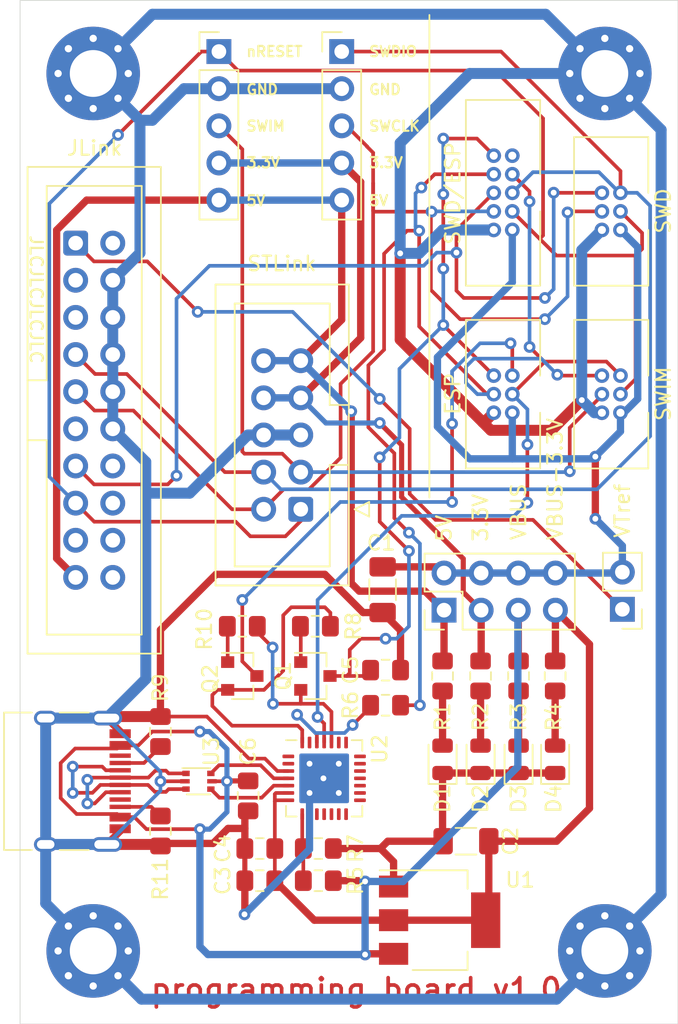
<source format=kicad_pcb>
(kicad_pcb (version 20171130) (host pcbnew "(5.1.10)-1")

  (general
    (thickness 1.6)
    (drawings 28)
    (tracks 532)
    (zones 0)
    (modules 41)
    (nets 33)
  )

  (page A4)
  (layers
    (0 F.Cu signal)
    (31 B.Cu signal)
    (32 B.Adhes user)
    (33 F.Adhes user)
    (34 B.Paste user)
    (35 F.Paste user)
    (36 B.SilkS user)
    (37 F.SilkS user)
    (38 B.Mask user)
    (39 F.Mask user)
    (40 Dwgs.User user)
    (41 Cmts.User user)
    (42 Eco1.User user)
    (43 Eco2.User user)
    (44 Edge.Cuts user)
    (45 Margin user)
    (46 B.CrtYd user)
    (47 F.CrtYd user)
    (48 B.Fab user)
    (49 F.Fab user hide)
  )

  (setup
    (last_trace_width 0.75)
    (user_trace_width 0.35)
    (user_trace_width 0.5)
    (user_trace_width 0.75)
    (user_trace_width 1)
    (user_trace_width 1.5)
    (trace_clearance 0.2)
    (zone_clearance 0.508)
    (zone_45_only no)
    (trace_min 0.2)
    (via_size 0.8)
    (via_drill 0.4)
    (via_min_size 0.4)
    (via_min_drill 0.2)
    (uvia_size 0.3)
    (uvia_drill 0.1)
    (uvias_allowed no)
    (uvia_min_size 0.24)
    (uvia_min_drill 0.1)
    (edge_width 0.05)
    (segment_width 0.2)
    (pcb_text_width 0.3)
    (pcb_text_size 1.5 1.5)
    (mod_edge_width 0.12)
    (mod_text_size 1 1)
    (mod_text_width 0.15)
    (pad_size 1.524 1.524)
    (pad_drill 0.762)
    (pad_to_mask_clearance 0)
    (aux_axis_origin 0 0)
    (visible_elements 7FFFFFFF)
    (pcbplotparams
      (layerselection 0x010fc_ffffffff)
      (usegerberextensions false)
      (usegerberattributes true)
      (usegerberadvancedattributes true)
      (creategerberjobfile true)
      (excludeedgelayer true)
      (linewidth 0.100000)
      (plotframeref false)
      (viasonmask false)
      (mode 1)
      (useauxorigin false)
      (hpglpennumber 1)
      (hpglpenspeed 20)
      (hpglpendiameter 15.000000)
      (psnegative false)
      (psa4output false)
      (plotreference true)
      (plotvalue true)
      (plotinvisibletext false)
      (padsonsilk false)
      (subtractmaskfromsilk false)
      (outputformat 1)
      (mirror false)
      (drillshape 1)
      (scaleselection 1)
      (outputdirectory ""))
  )

  (net 0 "")
  (net 1 GND)
  (net 2 /V-Supply)
  (net 3 /VBUS-3.3)
  (net 4 /EN)
  (net 5 VBUS)
  (net 6 "Net-(D1-Pad2)")
  (net 7 "Net-(D2-Pad2)")
  (net 8 "Net-(D3-Pad2)")
  (net 9 "Net-(D4-Pad2)")
  (net 10 /nRESET)
  (net 11 /SWCLK)
  (net 12 /SWO)
  (net 13 /SWDIO)
  (net 14 /5V-Supply)
  (net 15 /VTref)
  (net 16 /3.3V-Supply)
  (net 17 /MCU_RX)
  (net 18 /BOOT)
  (net 19 /MCU_TX)
  (net 20 /SWIM)
  (net 21 "Net-(J12-PadA5)")
  (net 22 /D-in)
  (net 23 /D+in)
  (net 24 "Net-(J12-PadB5)")
  (net 25 /RTS)
  (net 26 "Net-(Q1-Pad1)")
  (net 27 /DTR)
  (net 28 "Net-(Q2-Pad1)")
  (net 29 "Net-(R5-Pad1)")
  (net 30 "Net-(R6-Pad1)")
  (net 31 /D-out)
  (net 32 /D+out)

  (net_class Default "This is the default net class."
    (clearance 0.2)
    (trace_width 0.25)
    (via_dia 0.8)
    (via_drill 0.4)
    (uvia_dia 0.3)
    (uvia_drill 0.1)
    (add_net /3.3V-Supply)
    (add_net /5V-Supply)
    (add_net /BOOT)
    (add_net /D+in)
    (add_net /D+out)
    (add_net /D-in)
    (add_net /D-out)
    (add_net /DTR)
    (add_net /EN)
    (add_net /MCU_RX)
    (add_net /MCU_TX)
    (add_net /RTS)
    (add_net /SWCLK)
    (add_net /SWDIO)
    (add_net /SWIM)
    (add_net /SWO)
    (add_net /V-Supply)
    (add_net /VBUS-3.3)
    (add_net /VTref)
    (add_net /nRESET)
    (add_net GND)
    (add_net "Net-(D1-Pad2)")
    (add_net "Net-(D2-Pad2)")
    (add_net "Net-(D3-Pad2)")
    (add_net "Net-(D4-Pad2)")
    (add_net "Net-(J12-PadA5)")
    (add_net "Net-(J12-PadB5)")
    (add_net "Net-(Q1-Pad1)")
    (add_net "Net-(Q2-Pad1)")
    (add_net "Net-(R5-Pad1)")
    (add_net "Net-(R6-Pad1)")
    (add_net VBUS)
  )

  (module Package_DFN_QFN:QFN-28-1EP_5x5mm_P0.5mm_EP3.35x3.35mm (layer F.Cu) (tedit 5DC5F6A4) (tstamp 615006E8)
    (at 177.8 96.2)
    (descr "QFN, 28 Pin (http://ww1.microchip.com/downloads/en/PackagingSpec/00000049BQ.pdf#page=283), generated with kicad-footprint-generator ipc_noLead_generator.py")
    (tags "QFN NoLead")
    (path /61636B10)
    (attr smd)
    (fp_text reference U2 (at 3.8 -2 90) (layer F.SilkS)
      (effects (font (size 1 1) (thickness 0.15)))
    )
    (fp_text value CP2102N-A01-GQFN28 (at 0 3.8) (layer F.Fab)
      (effects (font (size 1 1) (thickness 0.15)))
    )
    (fp_line (start 3.1 -3.1) (end -3.1 -3.1) (layer F.CrtYd) (width 0.05))
    (fp_line (start 3.1 3.1) (end 3.1 -3.1) (layer F.CrtYd) (width 0.05))
    (fp_line (start -3.1 3.1) (end 3.1 3.1) (layer F.CrtYd) (width 0.05))
    (fp_line (start -3.1 -3.1) (end -3.1 3.1) (layer F.CrtYd) (width 0.05))
    (fp_line (start -2.5 -1.5) (end -1.5 -2.5) (layer F.Fab) (width 0.1))
    (fp_line (start -2.5 2.5) (end -2.5 -1.5) (layer F.Fab) (width 0.1))
    (fp_line (start 2.5 2.5) (end -2.5 2.5) (layer F.Fab) (width 0.1))
    (fp_line (start 2.5 -2.5) (end 2.5 2.5) (layer F.Fab) (width 0.1))
    (fp_line (start -1.5 -2.5) (end 2.5 -2.5) (layer F.Fab) (width 0.1))
    (fp_line (start -1.885 -2.61) (end -2.61 -2.61) (layer F.SilkS) (width 0.12))
    (fp_line (start 2.61 2.61) (end 2.61 1.885) (layer F.SilkS) (width 0.12))
    (fp_line (start 1.885 2.61) (end 2.61 2.61) (layer F.SilkS) (width 0.12))
    (fp_line (start -2.61 2.61) (end -2.61 1.885) (layer F.SilkS) (width 0.12))
    (fp_line (start -1.885 2.61) (end -2.61 2.61) (layer F.SilkS) (width 0.12))
    (fp_line (start 2.61 -2.61) (end 2.61 -1.885) (layer F.SilkS) (width 0.12))
    (fp_line (start 1.885 -2.61) (end 2.61 -2.61) (layer F.SilkS) (width 0.12))
    (fp_text user %R (at 0 0) (layer F.Fab)
      (effects (font (size 1 1) (thickness 0.15)))
    )
    (pad "" smd roundrect (at 1.12 1.12) (size 0.9 0.9) (layers F.Paste) (roundrect_rratio 0.25))
    (pad "" smd roundrect (at 1.12 0) (size 0.9 0.9) (layers F.Paste) (roundrect_rratio 0.25))
    (pad "" smd roundrect (at 1.12 -1.12) (size 0.9 0.9) (layers F.Paste) (roundrect_rratio 0.25))
    (pad "" smd roundrect (at 0 1.12) (size 0.9 0.9) (layers F.Paste) (roundrect_rratio 0.25))
    (pad "" smd roundrect (at 0 0) (size 0.9 0.9) (layers F.Paste) (roundrect_rratio 0.25))
    (pad "" smd roundrect (at 0 -1.12) (size 0.9 0.9) (layers F.Paste) (roundrect_rratio 0.25))
    (pad "" smd roundrect (at -1.12 1.12) (size 0.9 0.9) (layers F.Paste) (roundrect_rratio 0.25))
    (pad "" smd roundrect (at -1.12 0) (size 0.9 0.9) (layers F.Paste) (roundrect_rratio 0.25))
    (pad "" smd roundrect (at -1.12 -1.12) (size 0.9 0.9) (layers F.Paste) (roundrect_rratio 0.25))
    (pad 29 smd rect (at 0 0) (size 3.35 3.35) (layers F.Cu F.Mask)
      (net 1 GND))
    (pad 28 smd roundrect (at -1.5 -2.45) (size 0.25 0.8) (layers F.Cu F.Paste F.Mask) (roundrect_rratio 0.25)
      (net 27 /DTR))
    (pad 27 smd roundrect (at -1 -2.45) (size 0.25 0.8) (layers F.Cu F.Paste F.Mask) (roundrect_rratio 0.25))
    (pad 26 smd roundrect (at -0.5 -2.45) (size 0.25 0.8) (layers F.Cu F.Paste F.Mask) (roundrect_rratio 0.25)
      (net 30 "Net-(R6-Pad1)"))
    (pad 25 smd roundrect (at 0 -2.45) (size 0.25 0.8) (layers F.Cu F.Paste F.Mask) (roundrect_rratio 0.25)
      (net 19 /MCU_TX))
    (pad 24 smd roundrect (at 0.5 -2.45) (size 0.25 0.8) (layers F.Cu F.Paste F.Mask) (roundrect_rratio 0.25)
      (net 25 /RTS))
    (pad 23 smd roundrect (at 1 -2.45) (size 0.25 0.8) (layers F.Cu F.Paste F.Mask) (roundrect_rratio 0.25))
    (pad 22 smd roundrect (at 1.5 -2.45) (size 0.25 0.8) (layers F.Cu F.Paste F.Mask) (roundrect_rratio 0.25))
    (pad 21 smd roundrect (at 2.45 -1.5) (size 0.8 0.25) (layers F.Cu F.Paste F.Mask) (roundrect_rratio 0.25))
    (pad 20 smd roundrect (at 2.45 -1) (size 0.8 0.25) (layers F.Cu F.Paste F.Mask) (roundrect_rratio 0.25))
    (pad 19 smd roundrect (at 2.45 -0.5) (size 0.8 0.25) (layers F.Cu F.Paste F.Mask) (roundrect_rratio 0.25))
    (pad 18 smd roundrect (at 2.45 0) (size 0.8 0.25) (layers F.Cu F.Paste F.Mask) (roundrect_rratio 0.25))
    (pad 17 smd roundrect (at 2.45 0.5) (size 0.8 0.25) (layers F.Cu F.Paste F.Mask) (roundrect_rratio 0.25))
    (pad 16 smd roundrect (at 2.45 1) (size 0.8 0.25) (layers F.Cu F.Paste F.Mask) (roundrect_rratio 0.25))
    (pad 15 smd roundrect (at 2.45 1.5) (size 0.8 0.25) (layers F.Cu F.Paste F.Mask) (roundrect_rratio 0.25))
    (pad 14 smd roundrect (at 1.5 2.45) (size 0.25 0.8) (layers F.Cu F.Paste F.Mask) (roundrect_rratio 0.25))
    (pad 13 smd roundrect (at 1 2.45) (size 0.25 0.8) (layers F.Cu F.Paste F.Mask) (roundrect_rratio 0.25))
    (pad 12 smd roundrect (at 0.5 2.45) (size 0.25 0.8) (layers F.Cu F.Paste F.Mask) (roundrect_rratio 0.25))
    (pad 11 smd roundrect (at 0 2.45) (size 0.25 0.8) (layers F.Cu F.Paste F.Mask) (roundrect_rratio 0.25))
    (pad 10 smd roundrect (at -0.5 2.45) (size 0.25 0.8) (layers F.Cu F.Paste F.Mask) (roundrect_rratio 0.25))
    (pad 9 smd roundrect (at -1 2.45) (size 0.25 0.8) (layers F.Cu F.Paste F.Mask) (roundrect_rratio 0.25))
    (pad 8 smd roundrect (at -1.5 2.45) (size 0.25 0.8) (layers F.Cu F.Paste F.Mask) (roundrect_rratio 0.25)
      (net 29 "Net-(R5-Pad1)"))
    (pad 7 smd roundrect (at -2.45 1.5) (size 0.8 0.25) (layers F.Cu F.Paste F.Mask) (roundrect_rratio 0.25)
      (net 3 /VBUS-3.3))
    (pad 6 smd roundrect (at -2.45 1) (size 0.8 0.25) (layers F.Cu F.Paste F.Mask) (roundrect_rratio 0.25)
      (net 3 /VBUS-3.3))
    (pad 5 smd roundrect (at -2.45 0.5) (size 0.8 0.25) (layers F.Cu F.Paste F.Mask) (roundrect_rratio 0.25)
      (net 31 /D-out))
    (pad 4 smd roundrect (at -2.45 0) (size 0.8 0.25) (layers F.Cu F.Paste F.Mask) (roundrect_rratio 0.25)
      (net 32 /D+out))
    (pad 3 smd roundrect (at -2.45 -0.5) (size 0.8 0.25) (layers F.Cu F.Paste F.Mask) (roundrect_rratio 0.25)
      (net 1 GND))
    (pad 2 smd roundrect (at -2.45 -1) (size 0.8 0.25) (layers F.Cu F.Paste F.Mask) (roundrect_rratio 0.25))
    (pad 1 smd roundrect (at -2.45 -1.5) (size 0.8 0.25) (layers F.Cu F.Paste F.Mask) (roundrect_rratio 0.25))
    (model ${KISYS3DMOD}/Package_DFN_QFN.3dshapes/QFN-28-1EP_5x5mm_P0.5mm_EP3.35x3.35mm.wrl
      (at (xyz 0 0 0))
      (scale (xyz 1 1 1))
      (rotate (xyz 0 0 0))
    )
  )

  (module custom:IDC-Header_2x10_P2.54mm_Vertical (layer F.Cu) (tedit 6150AE44) (tstamp 6150924B)
    (at 160.8 59.6)
    (descr "Through hole IDC box header, 2x10, 2.54mm pitch, DIN 41651 / IEC 60603-13, double rows, https://docs.google.com/spreadsheets/d/16SsEcesNF15N3Lb4niX7dcUr-NY5_MFPQhobNuNppn4/edit#gid=0")
    (tags "Through hole vertical IDC box header THT 2x10 2.54mm double row")
    (path /614FE9D4)
    (fp_text reference J2 (at 5.715 -6.35) (layer F.Fab)
      (effects (font (size 1 1) (thickness 0.15)))
    )
    (fp_text value Conn_02x10_Odd_Even (at 1.27 28.96) (layer F.Fab) hide
      (effects (font (size 1 1) (thickness 0.15)))
    )
    (fp_text user %R (at 1.27 11.43 90) (layer F.Fab)
      (effects (font (size 1 1) (thickness 0.15)))
    )
    (fp_line (start 6.22 -5.6) (end -3.68 -5.6) (layer F.CrtYd) (width 0.05))
    (fp_line (start 6.22 28.46) (end 6.22 -5.6) (layer F.CrtYd) (width 0.05))
    (fp_line (start -3.68 28.46) (end 6.22 28.46) (layer F.CrtYd) (width 0.05))
    (fp_line (start -3.68 -5.6) (end -3.68 28.46) (layer F.CrtYd) (width 0.05))
    (fp_line (start -1.98 13.48) (end -3.29 13.48) (layer F.SilkS) (width 0.12))
    (fp_line (start -1.98 13.48) (end -1.98 13.48) (layer F.SilkS) (width 0.12))
    (fp_line (start -1.98 26.77) (end -1.98 13.48) (layer F.SilkS) (width 0.12))
    (fp_line (start 4.52 26.77) (end -1.98 26.77) (layer F.SilkS) (width 0.12))
    (fp_line (start 4.52 -3.91) (end 4.52 26.77) (layer F.SilkS) (width 0.12))
    (fp_line (start -1.98 -3.91) (end 4.52 -3.91) (layer F.SilkS) (width 0.12))
    (fp_line (start -1.98 9.38) (end -1.98 -3.91) (layer F.SilkS) (width 0.12))
    (fp_line (start -3.29 9.38) (end -1.98 9.38) (layer F.SilkS) (width 0.12))
    (fp_line (start -3.29 28.07) (end -3.29 -5.21) (layer F.SilkS) (width 0.12))
    (fp_line (start 5.83 28.07) (end -3.29 28.07) (layer F.SilkS) (width 0.12))
    (fp_line (start 5.83 -5.21) (end 5.83 28.07) (layer F.SilkS) (width 0.12))
    (fp_line (start -3.29 -5.21) (end 5.83 -5.21) (layer F.SilkS) (width 0.12))
    (fp_line (start -1.98 13.48) (end -3.18 13.48) (layer F.Fab) (width 0.1))
    (fp_line (start -1.98 13.48) (end -1.98 13.48) (layer F.Fab) (width 0.1))
    (fp_line (start -1.98 26.77) (end -1.98 13.48) (layer F.Fab) (width 0.1))
    (fp_line (start 4.52 26.77) (end -1.98 26.77) (layer F.Fab) (width 0.1))
    (fp_line (start 4.52 -3.91) (end 4.52 26.77) (layer F.Fab) (width 0.1))
    (fp_line (start -1.98 -3.91) (end 4.52 -3.91) (layer F.Fab) (width 0.1))
    (fp_line (start -1.98 9.38) (end -1.98 -3.91) (layer F.Fab) (width 0.1))
    (fp_line (start -3.18 9.38) (end -1.98 9.38) (layer F.Fab) (width 0.1))
    (fp_line (start -3.18 27.96) (end -3.18 -4.1) (layer F.Fab) (width 0.1))
    (fp_line (start 5.72 27.96) (end -3.18 27.96) (layer F.Fab) (width 0.1))
    (fp_line (start 5.72 -5.1) (end 5.72 27.96) (layer F.Fab) (width 0.1))
    (fp_line (start -2.18 -5.1) (end 5.72 -5.1) (layer F.Fab) (width 0.1))
    (fp_line (start -3.18 -4.1) (end -2.18 -5.1) (layer F.Fab) (width 0.1))
    (pad 1 thru_hole roundrect (at 0 0) (size 1.7 1.7) (drill 1) (layers *.Cu *.Mask) (roundrect_rratio 0.147059)
      (net 15 /VTref))
    (pad 3 thru_hole circle (at 0 2.54) (size 1.7 1.7) (drill 1) (layers *.Cu *.Mask))
    (pad 5 thru_hole circle (at 0 5.08) (size 1.7 1.7) (drill 1) (layers *.Cu *.Mask))
    (pad 7 thru_hole circle (at 0 7.62) (size 1.7 1.7) (drill 1) (layers *.Cu *.Mask)
      (net 13 /SWDIO))
    (pad 9 thru_hole circle (at 0 10.16) (size 1.7 1.7) (drill 1) (layers *.Cu *.Mask)
      (net 11 /SWCLK))
    (pad 11 thru_hole circle (at 0 12.7) (size 1.7 1.7) (drill 1) (layers *.Cu *.Mask))
    (pad 13 thru_hole circle (at 0 15.24) (size 1.7 1.7) (drill 1) (layers *.Cu *.Mask)
      (net 12 /SWO))
    (pad 15 thru_hole circle (at 0 17.78) (size 1.7 1.7) (drill 1) (layers *.Cu *.Mask)
      (net 10 /nRESET))
    (pad 17 thru_hole circle (at 0 20.32) (size 1.7 1.7) (drill 1) (layers *.Cu *.Mask))
    (pad 19 thru_hole circle (at 0 22.86) (size 1.7 1.7) (drill 1) (layers *.Cu *.Mask)
      (net 14 /5V-Supply))
    (pad 2 thru_hole circle (at 2.54 0) (size 1.7 1.7) (drill 1) (layers *.Cu *.Mask))
    (pad 4 thru_hole circle (at 2.54 2.54) (size 1.7 1.7) (drill 1) (layers *.Cu *.Mask)
      (net 1 GND))
    (pad 6 thru_hole circle (at 2.54 5.08) (size 1.7 1.7) (drill 1) (layers *.Cu *.Mask)
      (net 1 GND))
    (pad 8 thru_hole circle (at 2.54 7.62) (size 1.7 1.7) (drill 1) (layers *.Cu *.Mask)
      (net 1 GND))
    (pad 10 thru_hole circle (at 2.54 10.16) (size 1.7 1.7) (drill 1) (layers *.Cu *.Mask)
      (net 1 GND))
    (pad 12 thru_hole circle (at 2.54 12.7) (size 1.7 1.7) (drill 1) (layers *.Cu *.Mask)
      (net 1 GND))
    (pad 14 thru_hole circle (at 2.54 15.24) (size 1.7 1.7) (drill 1) (layers *.Cu *.Mask))
    (pad 16 thru_hole circle (at 2.54 17.78) (size 1.7 1.7) (drill 1) (layers *.Cu *.Mask))
    (pad 18 thru_hole circle (at 2.54 20.32) (size 1.7 1.7) (drill 1) (layers *.Cu *.Mask))
    (pad 20 thru_hole circle (at 2.54 22.86) (size 1.7 1.7) (drill 1) (layers *.Cu *.Mask))
    (model ${KISYS3DMOD}/Connector_IDC.3dshapes/IDC-Header_2x10_P2.54mm_Vertical.wrl
      (at (xyz 0 0 0))
      (scale (xyz 1 1 1))
      (rotate (xyz 0 0 0))
    )
  )

  (module custom:IDC-1.27-6P (layer F.Cu) (tedit 614FA2B3) (tstamp 6150C180)
    (at 196.8 71.2 90)
    (path /61CC4E13)
    (fp_text reference J1 (at -1.905 -2.54 90) (layer F.Fab)
      (effects (font (size 1 1) (thickness 0.15)))
    )
    (fp_text value Conn_02x03_Odd_Even (at 1.27 -1.27 90) (layer F.Fab)
      (effects (font (size 1 1) (thickness 0.15)))
    )
    (fp_line (start 0 -1.905) (end -3.81 -1.905) (layer F.SilkS) (width 0.12))
    (fp_line (start -3.81 -1.905) (end -3.81 3.175) (layer F.SilkS) (width 0.12))
    (fp_line (start -3.81 3.175) (end 0 3.175) (layer F.SilkS) (width 0.12))
    (fp_line (start 0 -1.905) (end 6.35 -1.905) (layer F.SilkS) (width 0.12))
    (fp_line (start 6.35 -1.905) (end 6.35 3.175) (layer F.SilkS) (width 0.12))
    (fp_line (start 6.35 3.175) (end 2.54 3.175) (layer F.SilkS) (width 0.12))
    (pad 6 thru_hole circle (at 2.54 0 90) (size 1 1) (drill 0.55) (layers *.Cu *.Mask)
      (net 17 /MCU_RX))
    (pad 5 thru_hole circle (at 2.54 1.27 90) (size 1 1) (drill 0.55) (layers *.Cu *.Mask)
      (net 19 /MCU_TX))
    (pad 4 thru_hole circle (at 1.27 0 90) (size 1 1) (drill 0.55) (layers *.Cu *.Mask)
      (net 20 /SWIM))
    (pad 3 thru_hole circle (at 1.27 1.27 90) (size 1 1) (drill 0.55) (layers *.Cu *.Mask)
      (net 10 /nRESET))
    (pad 2 thru_hole circle (at 0 0 90) (size 1 1) (drill 0.55) (layers *.Cu *.Mask)
      (net 1 GND))
    (pad 1 thru_hole circle (at 0 1.27 90) (size 1 1) (drill 0.55) (layers *.Cu *.Mask)
      (net 2 /V-Supply))
  )

  (module Connector_PinHeader_2.54mm:PinHeader_1x02_P2.54mm_Vertical (layer F.Cu) (tedit 59FED5CC) (tstamp 6150B0DE)
    (at 198.2 84.64 180)
    (descr "Through hole straight pin header, 1x02, 2.54mm pitch, single row")
    (tags "Through hole pin header THT 1x02 2.54mm single row")
    (path /61527109)
    (fp_text reference JP1 (at 0 -2.33) (layer F.Fab)
      (effects (font (size 1 1) (thickness 0.15)))
    )
    (fp_text value Jumper_2_Open (at 0 4.87) (layer F.Fab)
      (effects (font (size 1 1) (thickness 0.15)))
    )
    (fp_line (start 1.8 -1.8) (end -1.8 -1.8) (layer F.CrtYd) (width 0.05))
    (fp_line (start 1.8 4.35) (end 1.8 -1.8) (layer F.CrtYd) (width 0.05))
    (fp_line (start -1.8 4.35) (end 1.8 4.35) (layer F.CrtYd) (width 0.05))
    (fp_line (start -1.8 -1.8) (end -1.8 4.35) (layer F.CrtYd) (width 0.05))
    (fp_line (start -1.33 -1.33) (end 0 -1.33) (layer F.SilkS) (width 0.12))
    (fp_line (start -1.33 0) (end -1.33 -1.33) (layer F.SilkS) (width 0.12))
    (fp_line (start -1.33 1.27) (end 1.33 1.27) (layer F.SilkS) (width 0.12))
    (fp_line (start 1.33 1.27) (end 1.33 3.87) (layer F.SilkS) (width 0.12))
    (fp_line (start -1.33 1.27) (end -1.33 3.87) (layer F.SilkS) (width 0.12))
    (fp_line (start -1.33 3.87) (end 1.33 3.87) (layer F.SilkS) (width 0.12))
    (fp_line (start -1.27 -0.635) (end -0.635 -1.27) (layer F.Fab) (width 0.1))
    (fp_line (start -1.27 3.81) (end -1.27 -0.635) (layer F.Fab) (width 0.1))
    (fp_line (start 1.27 3.81) (end -1.27 3.81) (layer F.Fab) (width 0.1))
    (fp_line (start 1.27 -1.27) (end 1.27 3.81) (layer F.Fab) (width 0.1))
    (fp_line (start -0.635 -1.27) (end 1.27 -1.27) (layer F.Fab) (width 0.1))
    (fp_text user %R (at 0 1.27 90) (layer F.Fab)
      (effects (font (size 1 1) (thickness 0.15)))
    )
    (pad 2 thru_hole oval (at 0 2.54 180) (size 1.7 1.7) (drill 1) (layers *.Cu *.Mask)
      (net 2 /V-Supply))
    (pad 1 thru_hole rect (at 0 0 180) (size 1.7 1.7) (drill 1) (layers *.Cu *.Mask)
      (net 15 /VTref))
    (model ${KISYS3DMOD}/Connector_PinHeader_2.54mm.3dshapes/PinHeader_1x02_P2.54mm_Vertical.wrl
      (at (xyz 0 0 0))
      (scale (xyz 1 1 1))
      (rotate (xyz 0 0 0))
    )
  )

  (module Package_TO_SOT_SMD:SOT-666 (layer F.Cu) (tedit 5A02FF57) (tstamp 615006FE)
    (at 169.2 96.4)
    (descr SOT666)
    (tags SOT-666)
    (path /61902381)
    (attr smd)
    (fp_text reference U3 (at 0.889 -2.032 270) (layer F.SilkS)
      (effects (font (size 1 1) (thickness 0.15)))
    )
    (fp_text value USBLC6-2P6 (at 0 1.75 180) (layer F.Fab)
      (effects (font (size 1 1) (thickness 0.15)))
    )
    (fp_line (start 1.5 1.1) (end 1.5 -1.1) (layer F.CrtYd) (width 0.05))
    (fp_line (start -1.5 -1.1) (end -1.5 1.1) (layer F.CrtYd) (width 0.05))
    (fp_line (start 0.65 0.85) (end -0.65 0.85) (layer F.Fab) (width 0.1))
    (fp_line (start 0.65 -0.85) (end 0.65 0.85) (layer F.Fab) (width 0.1))
    (fp_line (start -1.5 1.1) (end 1.5 1.1) (layer F.CrtYd) (width 0.05))
    (fp_line (start -0.65 -0.53) (end -0.65 0.85) (layer F.Fab) (width 0.1))
    (fp_line (start 0.65 -0.85) (end -0.33 -0.85) (layer F.Fab) (width 0.1))
    (fp_line (start -1.5 -1.1) (end 1.5 -1.1) (layer F.CrtYd) (width 0.05))
    (fp_line (start -0.8 0.9) (end 0.8 0.9) (layer F.SilkS) (width 0.12))
    (fp_line (start 0.8 -0.9) (end -1.1 -0.9) (layer F.SilkS) (width 0.12))
    (fp_line (start -0.65 -0.53) (end -0.33 -0.85) (layer F.Fab) (width 0.1))
    (fp_text user %R (at 0 0 90) (layer F.Fab)
      (effects (font (size 0.5 0.5) (thickness 0.075)))
    )
    (pad 6 smd rect (at 0.85 -0.5375) (size 0.5 0.375) (layers F.Cu F.Paste F.Mask)
      (net 32 /D+out))
    (pad 4 smd rect (at 0.85 0.5375) (size 0.5 0.375) (layers F.Cu F.Paste F.Mask)
      (net 31 /D-out))
    (pad 2 smd rect (at -0.925 0) (size 0.65 0.3) (layers F.Cu F.Paste F.Mask)
      (net 1 GND))
    (pad 5 smd rect (at 0.925 0) (size 0.65 0.3) (layers F.Cu F.Paste F.Mask)
      (net 5 VBUS))
    (pad 3 smd rect (at -0.85 0.5375) (size 0.5 0.375) (layers F.Cu F.Paste F.Mask)
      (net 22 /D-in))
    (pad 1 smd rect (at -0.85 -0.5375) (size 0.5 0.375) (layers F.Cu F.Paste F.Mask)
      (net 23 /D+in))
    (model ${KISYS3DMOD}/Package_TO_SOT_SMD.3dshapes/SOT-666.wrl
      (at (xyz 0 0 0))
      (scale (xyz 1 1 1))
      (rotate (xyz 0 0 0))
    )
  )

  (module Package_TO_SOT_SMD:SOT-223-3_TabPin2 (layer F.Cu) (tedit 5A02FF57) (tstamp 615006AD)
    (at 185.7 105.9)
    (descr "module CMS SOT223 4 pins")
    (tags "CMS SOT")
    (path /615C366E)
    (attr smd)
    (fp_text reference U1 (at 5.5 -2.75) (layer F.SilkS)
      (effects (font (size 1 1) (thickness 0.15)))
    )
    (fp_text value LM1117-3.3 (at 0 4.5) (layer F.Fab)
      (effects (font (size 1 1) (thickness 0.15)))
    )
    (fp_line (start 1.85 -3.35) (end 1.85 3.35) (layer F.Fab) (width 0.1))
    (fp_line (start -1.85 3.35) (end 1.85 3.35) (layer F.Fab) (width 0.1))
    (fp_line (start -4.1 -3.41) (end 1.91 -3.41) (layer F.SilkS) (width 0.12))
    (fp_line (start -0.85 -3.35) (end 1.85 -3.35) (layer F.Fab) (width 0.1))
    (fp_line (start -1.85 3.41) (end 1.91 3.41) (layer F.SilkS) (width 0.12))
    (fp_line (start -1.85 -2.35) (end -1.85 3.35) (layer F.Fab) (width 0.1))
    (fp_line (start -1.85 -2.35) (end -0.85 -3.35) (layer F.Fab) (width 0.1))
    (fp_line (start -4.4 -3.6) (end -4.4 3.6) (layer F.CrtYd) (width 0.05))
    (fp_line (start -4.4 3.6) (end 4.4 3.6) (layer F.CrtYd) (width 0.05))
    (fp_line (start 4.4 3.6) (end 4.4 -3.6) (layer F.CrtYd) (width 0.05))
    (fp_line (start 4.4 -3.6) (end -4.4 -3.6) (layer F.CrtYd) (width 0.05))
    (fp_line (start 1.91 -3.41) (end 1.91 -2.15) (layer F.SilkS) (width 0.12))
    (fp_line (start 1.91 3.41) (end 1.91 2.15) (layer F.SilkS) (width 0.12))
    (fp_text user %R (at 0 0 90) (layer F.Fab)
      (effects (font (size 0.8 0.8) (thickness 0.12)))
    )
    (pad 1 smd rect (at -3.15 -2.3) (size 2 1.5) (layers F.Cu F.Paste F.Mask)
      (net 1 GND))
    (pad 3 smd rect (at -3.15 2.3) (size 2 1.5) (layers F.Cu F.Paste F.Mask)
      (net 5 VBUS))
    (pad 2 smd rect (at -3.15 0) (size 2 1.5) (layers F.Cu F.Paste F.Mask)
      (net 3 /VBUS-3.3))
    (pad 2 smd rect (at 3.15 0) (size 2 3.8) (layers F.Cu F.Paste F.Mask)
      (net 3 /VBUS-3.3))
    (model ${KISYS3DMOD}/Package_TO_SOT_SMD.3dshapes/SOT-223.wrl
      (at (xyz 0 0 0))
      (scale (xyz 1 1 1))
      (rotate (xyz 0 0 0))
    )
  )

  (module Resistor_SMD:R_0805_2012Metric_Pad1.15x1.40mm_HandSolder (layer F.Cu) (tedit 5B36C52B) (tstamp 61500697)
    (at 166.6 99.8 90)
    (descr "Resistor SMD 0805 (2012 Metric), square (rectangular) end terminal, IPC_7351 nominal with elongated pad for handsoldering. (Body size source: https://docs.google.com/spreadsheets/d/1BsfQQcO9C6DZCsRaXUlFlo91Tg2WpOkGARC1WS5S8t0/edit?usp=sharing), generated with kicad-footprint-generator")
    (tags "resistor handsolder")
    (path /615A81FB)
    (attr smd)
    (fp_text reference R11 (at -3.302 0 90) (layer F.SilkS)
      (effects (font (size 1 1) (thickness 0.15)))
    )
    (fp_text value 5.1k (at 0 1.65 90) (layer F.Fab)
      (effects (font (size 1 1) (thickness 0.15)))
    )
    (fp_line (start 1.85 0.95) (end -1.85 0.95) (layer F.CrtYd) (width 0.05))
    (fp_line (start 1.85 -0.95) (end 1.85 0.95) (layer F.CrtYd) (width 0.05))
    (fp_line (start -1.85 -0.95) (end 1.85 -0.95) (layer F.CrtYd) (width 0.05))
    (fp_line (start -1.85 0.95) (end -1.85 -0.95) (layer F.CrtYd) (width 0.05))
    (fp_line (start -0.261252 0.71) (end 0.261252 0.71) (layer F.SilkS) (width 0.12))
    (fp_line (start -0.261252 -0.71) (end 0.261252 -0.71) (layer F.SilkS) (width 0.12))
    (fp_line (start 1 0.6) (end -1 0.6) (layer F.Fab) (width 0.1))
    (fp_line (start 1 -0.6) (end 1 0.6) (layer F.Fab) (width 0.1))
    (fp_line (start -1 -0.6) (end 1 -0.6) (layer F.Fab) (width 0.1))
    (fp_line (start -1 0.6) (end -1 -0.6) (layer F.Fab) (width 0.1))
    (fp_text user %R (at 0 0 90) (layer F.Fab)
      (effects (font (size 0.5 0.5) (thickness 0.08)))
    )
    (pad 2 smd roundrect (at 1.025 0 90) (size 1.15 1.4) (layers F.Cu F.Paste F.Mask) (roundrect_rratio 0.217391)
      (net 24 "Net-(J12-PadB5)"))
    (pad 1 smd roundrect (at -1.025 0 90) (size 1.15 1.4) (layers F.Cu F.Paste F.Mask) (roundrect_rratio 0.217391)
      (net 1 GND))
    (model ${KISYS3DMOD}/Resistor_SMD.3dshapes/R_0805_2012Metric.wrl
      (at (xyz 0 0 0))
      (scale (xyz 1 1 1))
      (rotate (xyz 0 0 0))
    )
  )

  (module Resistor_SMD:R_0805_2012Metric_Pad1.15x1.40mm_HandSolder (layer F.Cu) (tedit 5B36C52B) (tstamp 61500686)
    (at 172.2 85.8)
    (descr "Resistor SMD 0805 (2012 Metric), square (rectangular) end terminal, IPC_7351 nominal with elongated pad for handsoldering. (Body size source: https://docs.google.com/spreadsheets/d/1BsfQQcO9C6DZCsRaXUlFlo91Tg2WpOkGARC1WS5S8t0/edit?usp=sharing), generated with kicad-footprint-generator")
    (tags "resistor handsolder")
    (path /615CE019)
    (attr smd)
    (fp_text reference R10 (at -2.6 0.2 90) (layer F.SilkS)
      (effects (font (size 1 1) (thickness 0.15)))
    )
    (fp_text value 12k (at 0 1.65) (layer F.Fab)
      (effects (font (size 1 1) (thickness 0.15)))
    )
    (fp_line (start 1.85 0.95) (end -1.85 0.95) (layer F.CrtYd) (width 0.05))
    (fp_line (start 1.85 -0.95) (end 1.85 0.95) (layer F.CrtYd) (width 0.05))
    (fp_line (start -1.85 -0.95) (end 1.85 -0.95) (layer F.CrtYd) (width 0.05))
    (fp_line (start -1.85 0.95) (end -1.85 -0.95) (layer F.CrtYd) (width 0.05))
    (fp_line (start -0.261252 0.71) (end 0.261252 0.71) (layer F.SilkS) (width 0.12))
    (fp_line (start -0.261252 -0.71) (end 0.261252 -0.71) (layer F.SilkS) (width 0.12))
    (fp_line (start 1 0.6) (end -1 0.6) (layer F.Fab) (width 0.1))
    (fp_line (start 1 -0.6) (end 1 0.6) (layer F.Fab) (width 0.1))
    (fp_line (start -1 -0.6) (end 1 -0.6) (layer F.Fab) (width 0.1))
    (fp_line (start -1 0.6) (end -1 -0.6) (layer F.Fab) (width 0.1))
    (fp_text user %R (at 0 0) (layer F.Fab)
      (effects (font (size 0.5 0.5) (thickness 0.08)))
    )
    (pad 2 smd roundrect (at 1.025 0) (size 1.15 1.4) (layers F.Cu F.Paste F.Mask) (roundrect_rratio 0.217391)
      (net 25 /RTS))
    (pad 1 smd roundrect (at -1.025 0) (size 1.15 1.4) (layers F.Cu F.Paste F.Mask) (roundrect_rratio 0.217391)
      (net 28 "Net-(Q2-Pad1)"))
    (model ${KISYS3DMOD}/Resistor_SMD.3dshapes/R_0805_2012Metric.wrl
      (at (xyz 0 0 0))
      (scale (xyz 1 1 1))
      (rotate (xyz 0 0 0))
    )
  )

  (module Resistor_SMD:R_0805_2012Metric_Pad1.15x1.40mm_HandSolder (layer F.Cu) (tedit 5B36C52B) (tstamp 61500675)
    (at 166.6 93 270)
    (descr "Resistor SMD 0805 (2012 Metric), square (rectangular) end terminal, IPC_7351 nominal with elongated pad for handsoldering. (Body size source: https://docs.google.com/spreadsheets/d/1BsfQQcO9C6DZCsRaXUlFlo91Tg2WpOkGARC1WS5S8t0/edit?usp=sharing), generated with kicad-footprint-generator")
    (tags "resistor handsolder")
    (path /615A7ABA)
    (attr smd)
    (fp_text reference R9 (at -2.994 0 90) (layer F.SilkS)
      (effects (font (size 1 1) (thickness 0.15)))
    )
    (fp_text value 5.1k (at 0 1.65 90) (layer F.Fab)
      (effects (font (size 1 1) (thickness 0.15)))
    )
    (fp_line (start 1.85 0.95) (end -1.85 0.95) (layer F.CrtYd) (width 0.05))
    (fp_line (start 1.85 -0.95) (end 1.85 0.95) (layer F.CrtYd) (width 0.05))
    (fp_line (start -1.85 -0.95) (end 1.85 -0.95) (layer F.CrtYd) (width 0.05))
    (fp_line (start -1.85 0.95) (end -1.85 -0.95) (layer F.CrtYd) (width 0.05))
    (fp_line (start -0.261252 0.71) (end 0.261252 0.71) (layer F.SilkS) (width 0.12))
    (fp_line (start -0.261252 -0.71) (end 0.261252 -0.71) (layer F.SilkS) (width 0.12))
    (fp_line (start 1 0.6) (end -1 0.6) (layer F.Fab) (width 0.1))
    (fp_line (start 1 -0.6) (end 1 0.6) (layer F.Fab) (width 0.1))
    (fp_line (start -1 -0.6) (end 1 -0.6) (layer F.Fab) (width 0.1))
    (fp_line (start -1 0.6) (end -1 -0.6) (layer F.Fab) (width 0.1))
    (fp_text user %R (at 0 0 90) (layer F.Fab)
      (effects (font (size 0.5 0.5) (thickness 0.08)))
    )
    (pad 2 smd roundrect (at 1.025 0 270) (size 1.15 1.4) (layers F.Cu F.Paste F.Mask) (roundrect_rratio 0.217391)
      (net 21 "Net-(J12-PadA5)"))
    (pad 1 smd roundrect (at -1.025 0 270) (size 1.15 1.4) (layers F.Cu F.Paste F.Mask) (roundrect_rratio 0.217391)
      (net 1 GND))
    (model ${KISYS3DMOD}/Resistor_SMD.3dshapes/R_0805_2012Metric.wrl
      (at (xyz 0 0 0))
      (scale (xyz 1 1 1))
      (rotate (xyz 0 0 0))
    )
  )

  (module Resistor_SMD:R_0805_2012Metric_Pad1.15x1.40mm_HandSolder (layer F.Cu) (tedit 5B36C52B) (tstamp 61500664)
    (at 177.2 85.8)
    (descr "Resistor SMD 0805 (2012 Metric), square (rectangular) end terminal, IPC_7351 nominal with elongated pad for handsoldering. (Body size source: https://docs.google.com/spreadsheets/d/1BsfQQcO9C6DZCsRaXUlFlo91Tg2WpOkGARC1WS5S8t0/edit?usp=sharing), generated with kicad-footprint-generator")
    (tags "resistor handsolder")
    (path /615C982A)
    (attr smd)
    (fp_text reference R8 (at 2.6 0 90) (layer F.SilkS)
      (effects (font (size 1 1) (thickness 0.15)))
    )
    (fp_text value 12k (at 0 1.65) (layer F.Fab)
      (effects (font (size 1 1) (thickness 0.15)))
    )
    (fp_line (start 1.85 0.95) (end -1.85 0.95) (layer F.CrtYd) (width 0.05))
    (fp_line (start 1.85 -0.95) (end 1.85 0.95) (layer F.CrtYd) (width 0.05))
    (fp_line (start -1.85 -0.95) (end 1.85 -0.95) (layer F.CrtYd) (width 0.05))
    (fp_line (start -1.85 0.95) (end -1.85 -0.95) (layer F.CrtYd) (width 0.05))
    (fp_line (start -0.261252 0.71) (end 0.261252 0.71) (layer F.SilkS) (width 0.12))
    (fp_line (start -0.261252 -0.71) (end 0.261252 -0.71) (layer F.SilkS) (width 0.12))
    (fp_line (start 1 0.6) (end -1 0.6) (layer F.Fab) (width 0.1))
    (fp_line (start 1 -0.6) (end 1 0.6) (layer F.Fab) (width 0.1))
    (fp_line (start -1 -0.6) (end 1 -0.6) (layer F.Fab) (width 0.1))
    (fp_line (start -1 0.6) (end -1 -0.6) (layer F.Fab) (width 0.1))
    (fp_text user %R (at 0 0) (layer F.Fab)
      (effects (font (size 0.5 0.5) (thickness 0.08)))
    )
    (pad 2 smd roundrect (at 1.025 0) (size 1.15 1.4) (layers F.Cu F.Paste F.Mask) (roundrect_rratio 0.217391)
      (net 27 /DTR))
    (pad 1 smd roundrect (at -1.025 0) (size 1.15 1.4) (layers F.Cu F.Paste F.Mask) (roundrect_rratio 0.217391)
      (net 26 "Net-(Q1-Pad1)"))
    (model ${KISYS3DMOD}/Resistor_SMD.3dshapes/R_0805_2012Metric.wrl
      (at (xyz 0 0 0))
      (scale (xyz 1 1 1))
      (rotate (xyz 0 0 0))
    )
  )

  (module Resistor_SMD:R_0805_2012Metric_Pad1.15x1.40mm_HandSolder (layer F.Cu) (tedit 5B36C52B) (tstamp 61500653)
    (at 177.4 101 180)
    (descr "Resistor SMD 0805 (2012 Metric), square (rectangular) end terminal, IPC_7351 nominal with elongated pad for handsoldering. (Body size source: https://docs.google.com/spreadsheets/d/1BsfQQcO9C6DZCsRaXUlFlo91Tg2WpOkGARC1WS5S8t0/edit?usp=sharing), generated with kicad-footprint-generator")
    (tags "resistor handsolder")
    (path /6167CBCA)
    (attr smd)
    (fp_text reference R7 (at -2.54 0 90) (layer F.SilkS)
      (effects (font (size 1 1) (thickness 0.15)))
    )
    (fp_text value 47k (at 0 1.65) (layer F.Fab)
      (effects (font (size 1 1) (thickness 0.15)))
    )
    (fp_line (start 1.85 0.95) (end -1.85 0.95) (layer F.CrtYd) (width 0.05))
    (fp_line (start 1.85 -0.95) (end 1.85 0.95) (layer F.CrtYd) (width 0.05))
    (fp_line (start -1.85 -0.95) (end 1.85 -0.95) (layer F.CrtYd) (width 0.05))
    (fp_line (start -1.85 0.95) (end -1.85 -0.95) (layer F.CrtYd) (width 0.05))
    (fp_line (start -0.261252 0.71) (end 0.261252 0.71) (layer F.SilkS) (width 0.12))
    (fp_line (start -0.261252 -0.71) (end 0.261252 -0.71) (layer F.SilkS) (width 0.12))
    (fp_line (start 1 0.6) (end -1 0.6) (layer F.Fab) (width 0.1))
    (fp_line (start 1 -0.6) (end 1 0.6) (layer F.Fab) (width 0.1))
    (fp_line (start -1 -0.6) (end 1 -0.6) (layer F.Fab) (width 0.1))
    (fp_line (start -1 0.6) (end -1 -0.6) (layer F.Fab) (width 0.1))
    (fp_text user %R (at 0 0) (layer F.Fab)
      (effects (font (size 0.5 0.5) (thickness 0.08)))
    )
    (pad 2 smd roundrect (at 1.025 0 180) (size 1.15 1.4) (layers F.Cu F.Paste F.Mask) (roundrect_rratio 0.217391)
      (net 29 "Net-(R5-Pad1)"))
    (pad 1 smd roundrect (at -1.025 0 180) (size 1.15 1.4) (layers F.Cu F.Paste F.Mask) (roundrect_rratio 0.217391)
      (net 1 GND))
    (model ${KISYS3DMOD}/Resistor_SMD.3dshapes/R_0805_2012Metric.wrl
      (at (xyz 0 0 0))
      (scale (xyz 1 1 1))
      (rotate (xyz 0 0 0))
    )
  )

  (module Resistor_SMD:R_0805_2012Metric_Pad1.15x1.40mm_HandSolder (layer F.Cu) (tedit 5B36C52B) (tstamp 6150A647)
    (at 182 91.2)
    (descr "Resistor SMD 0805 (2012 Metric), square (rectangular) end terminal, IPC_7351 nominal with elongated pad for handsoldering. (Body size source: https://docs.google.com/spreadsheets/d/1BsfQQcO9C6DZCsRaXUlFlo91Tg2WpOkGARC1WS5S8t0/edit?usp=sharing), generated with kicad-footprint-generator")
    (tags "resistor handsolder")
    (path /618ECCDF)
    (attr smd)
    (fp_text reference R6 (at -2.4 0 90) (layer F.SilkS)
      (effects (font (size 1 1) (thickness 0.15)))
    )
    (fp_text value TBD (at 0 1.65) (layer F.Fab)
      (effects (font (size 1 1) (thickness 0.15)))
    )
    (fp_line (start 1.85 0.95) (end -1.85 0.95) (layer F.CrtYd) (width 0.05))
    (fp_line (start 1.85 -0.95) (end 1.85 0.95) (layer F.CrtYd) (width 0.05))
    (fp_line (start -1.85 -0.95) (end 1.85 -0.95) (layer F.CrtYd) (width 0.05))
    (fp_line (start -1.85 0.95) (end -1.85 -0.95) (layer F.CrtYd) (width 0.05))
    (fp_line (start -0.261252 0.71) (end 0.261252 0.71) (layer F.SilkS) (width 0.12))
    (fp_line (start -0.261252 -0.71) (end 0.261252 -0.71) (layer F.SilkS) (width 0.12))
    (fp_line (start 1 0.6) (end -1 0.6) (layer F.Fab) (width 0.1))
    (fp_line (start 1 -0.6) (end 1 0.6) (layer F.Fab) (width 0.1))
    (fp_line (start -1 -0.6) (end 1 -0.6) (layer F.Fab) (width 0.1))
    (fp_line (start -1 0.6) (end -1 -0.6) (layer F.Fab) (width 0.1))
    (fp_text user %R (at 0 0) (layer F.Fab)
      (effects (font (size 0.5 0.5) (thickness 0.08)))
    )
    (pad 2 smd roundrect (at 1.025 0) (size 1.15 1.4) (layers F.Cu F.Paste F.Mask) (roundrect_rratio 0.217391)
      (net 17 /MCU_RX))
    (pad 1 smd roundrect (at -1.025 0) (size 1.15 1.4) (layers F.Cu F.Paste F.Mask) (roundrect_rratio 0.217391)
      (net 30 "Net-(R6-Pad1)"))
    (model ${KISYS3DMOD}/Resistor_SMD.3dshapes/R_0805_2012Metric.wrl
      (at (xyz 0 0 0))
      (scale (xyz 1 1 1))
      (rotate (xyz 0 0 0))
    )
  )

  (module Resistor_SMD:R_0805_2012Metric_Pad1.15x1.40mm_HandSolder (layer F.Cu) (tedit 5B36C52B) (tstamp 61500631)
    (at 177.4 103.2)
    (descr "Resistor SMD 0805 (2012 Metric), square (rectangular) end terminal, IPC_7351 nominal with elongated pad for handsoldering. (Body size source: https://docs.google.com/spreadsheets/d/1BsfQQcO9C6DZCsRaXUlFlo91Tg2WpOkGARC1WS5S8t0/edit?usp=sharing), generated with kicad-footprint-generator")
    (tags "resistor handsolder")
    (path /6167C629)
    (attr smd)
    (fp_text reference R5 (at 2.54 0 90) (layer F.SilkS)
      (effects (font (size 1 1) (thickness 0.15)))
    )
    (fp_text value 24k (at 0 1.65) (layer F.Fab)
      (effects (font (size 1 1) (thickness 0.15)))
    )
    (fp_line (start 1.85 0.95) (end -1.85 0.95) (layer F.CrtYd) (width 0.05))
    (fp_line (start 1.85 -0.95) (end 1.85 0.95) (layer F.CrtYd) (width 0.05))
    (fp_line (start -1.85 -0.95) (end 1.85 -0.95) (layer F.CrtYd) (width 0.05))
    (fp_line (start -1.85 0.95) (end -1.85 -0.95) (layer F.CrtYd) (width 0.05))
    (fp_line (start -0.261252 0.71) (end 0.261252 0.71) (layer F.SilkS) (width 0.12))
    (fp_line (start -0.261252 -0.71) (end 0.261252 -0.71) (layer F.SilkS) (width 0.12))
    (fp_line (start 1 0.6) (end -1 0.6) (layer F.Fab) (width 0.1))
    (fp_line (start 1 -0.6) (end 1 0.6) (layer F.Fab) (width 0.1))
    (fp_line (start -1 -0.6) (end 1 -0.6) (layer F.Fab) (width 0.1))
    (fp_line (start -1 0.6) (end -1 -0.6) (layer F.Fab) (width 0.1))
    (fp_text user %R (at 0 0) (layer F.Fab)
      (effects (font (size 0.5 0.5) (thickness 0.08)))
    )
    (pad 2 smd roundrect (at 1.025 0) (size 1.15 1.4) (layers F.Cu F.Paste F.Mask) (roundrect_rratio 0.217391)
      (net 5 VBUS))
    (pad 1 smd roundrect (at -1.025 0) (size 1.15 1.4) (layers F.Cu F.Paste F.Mask) (roundrect_rratio 0.217391)
      (net 29 "Net-(R5-Pad1)"))
    (model ${KISYS3DMOD}/Resistor_SMD.3dshapes/R_0805_2012Metric.wrl
      (at (xyz 0 0 0))
      (scale (xyz 1 1 1))
      (rotate (xyz 0 0 0))
    )
  )

  (module Resistor_SMD:R_0805_2012Metric_Pad1.15x1.40mm_HandSolder (layer F.Cu) (tedit 5B36C52B) (tstamp 6150B0A9)
    (at 193.6 89.2 270)
    (descr "Resistor SMD 0805 (2012 Metric), square (rectangular) end terminal, IPC_7351 nominal with elongated pad for handsoldering. (Body size source: https://docs.google.com/spreadsheets/d/1BsfQQcO9C6DZCsRaXUlFlo91Tg2WpOkGARC1WS5S8t0/edit?usp=sharing), generated with kicad-footprint-generator")
    (tags "resistor handsolder")
    (path /61855571)
    (attr smd)
    (fp_text reference R4 (at 2.8 0.1 90) (layer F.SilkS)
      (effects (font (size 1 1) (thickness 0.15)))
    )
    (fp_text value TBD (at 0 1.65 90) (layer F.Fab)
      (effects (font (size 1 1) (thickness 0.15)))
    )
    (fp_line (start 1.85 0.95) (end -1.85 0.95) (layer F.CrtYd) (width 0.05))
    (fp_line (start 1.85 -0.95) (end 1.85 0.95) (layer F.CrtYd) (width 0.05))
    (fp_line (start -1.85 -0.95) (end 1.85 -0.95) (layer F.CrtYd) (width 0.05))
    (fp_line (start -1.85 0.95) (end -1.85 -0.95) (layer F.CrtYd) (width 0.05))
    (fp_line (start -0.261252 0.71) (end 0.261252 0.71) (layer F.SilkS) (width 0.12))
    (fp_line (start -0.261252 -0.71) (end 0.261252 -0.71) (layer F.SilkS) (width 0.12))
    (fp_line (start 1 0.6) (end -1 0.6) (layer F.Fab) (width 0.1))
    (fp_line (start 1 -0.6) (end 1 0.6) (layer F.Fab) (width 0.1))
    (fp_line (start -1 -0.6) (end 1 -0.6) (layer F.Fab) (width 0.1))
    (fp_line (start -1 0.6) (end -1 -0.6) (layer F.Fab) (width 0.1))
    (fp_text user %R (at 0 0 90) (layer F.Fab)
      (effects (font (size 0.5 0.5) (thickness 0.08)))
    )
    (pad 2 smd roundrect (at 1.025 0 270) (size 1.15 1.4) (layers F.Cu F.Paste F.Mask) (roundrect_rratio 0.217391)
      (net 9 "Net-(D4-Pad2)"))
    (pad 1 smd roundrect (at -1.025 0 270) (size 1.15 1.4) (layers F.Cu F.Paste F.Mask) (roundrect_rratio 0.217391)
      (net 3 /VBUS-3.3))
    (model ${KISYS3DMOD}/Resistor_SMD.3dshapes/R_0805_2012Metric.wrl
      (at (xyz 0 0 0))
      (scale (xyz 1 1 1))
      (rotate (xyz 0 0 0))
    )
  )

  (module Resistor_SMD:R_0805_2012Metric_Pad1.15x1.40mm_HandSolder (layer F.Cu) (tedit 5B36C52B) (tstamp 6150AFF2)
    (at 191.1 89.2 270)
    (descr "Resistor SMD 0805 (2012 Metric), square (rectangular) end terminal, IPC_7351 nominal with elongated pad for handsoldering. (Body size source: https://docs.google.com/spreadsheets/d/1BsfQQcO9C6DZCsRaXUlFlo91Tg2WpOkGARC1WS5S8t0/edit?usp=sharing), generated with kicad-footprint-generator")
    (tags "resistor handsolder")
    (path /6184CBBF)
    (attr smd)
    (fp_text reference R3 (at 2.8 0 90) (layer F.SilkS)
      (effects (font (size 1 1) (thickness 0.15)))
    )
    (fp_text value TBD (at 0 1.65 90) (layer F.Fab)
      (effects (font (size 1 1) (thickness 0.15)))
    )
    (fp_line (start 1.85 0.95) (end -1.85 0.95) (layer F.CrtYd) (width 0.05))
    (fp_line (start 1.85 -0.95) (end 1.85 0.95) (layer F.CrtYd) (width 0.05))
    (fp_line (start -1.85 -0.95) (end 1.85 -0.95) (layer F.CrtYd) (width 0.05))
    (fp_line (start -1.85 0.95) (end -1.85 -0.95) (layer F.CrtYd) (width 0.05))
    (fp_line (start -0.261252 0.71) (end 0.261252 0.71) (layer F.SilkS) (width 0.12))
    (fp_line (start -0.261252 -0.71) (end 0.261252 -0.71) (layer F.SilkS) (width 0.12))
    (fp_line (start 1 0.6) (end -1 0.6) (layer F.Fab) (width 0.1))
    (fp_line (start 1 -0.6) (end 1 0.6) (layer F.Fab) (width 0.1))
    (fp_line (start -1 -0.6) (end 1 -0.6) (layer F.Fab) (width 0.1))
    (fp_line (start -1 0.6) (end -1 -0.6) (layer F.Fab) (width 0.1))
    (fp_text user %R (at 0 0 90) (layer F.Fab)
      (effects (font (size 0.5 0.5) (thickness 0.08)))
    )
    (pad 2 smd roundrect (at 1.025 0 270) (size 1.15 1.4) (layers F.Cu F.Paste F.Mask) (roundrect_rratio 0.217391)
      (net 8 "Net-(D3-Pad2)"))
    (pad 1 smd roundrect (at -1.025 0 270) (size 1.15 1.4) (layers F.Cu F.Paste F.Mask) (roundrect_rratio 0.217391)
      (net 5 VBUS))
    (model ${KISYS3DMOD}/Resistor_SMD.3dshapes/R_0805_2012Metric.wrl
      (at (xyz 0 0 0))
      (scale (xyz 1 1 1))
      (rotate (xyz 0 0 0))
    )
  )

  (module Resistor_SMD:R_0805_2012Metric_Pad1.15x1.40mm_HandSolder (layer F.Cu) (tedit 5B36C52B) (tstamp 6150AFC2)
    (at 188.5 89.2 270)
    (descr "Resistor SMD 0805 (2012 Metric), square (rectangular) end terminal, IPC_7351 nominal with elongated pad for handsoldering. (Body size source: https://docs.google.com/spreadsheets/d/1BsfQQcO9C6DZCsRaXUlFlo91Tg2WpOkGARC1WS5S8t0/edit?usp=sharing), generated with kicad-footprint-generator")
    (tags "resistor handsolder")
    (path /61844395)
    (attr smd)
    (fp_text reference R2 (at 2.8 0 90) (layer F.SilkS)
      (effects (font (size 1 1) (thickness 0.15)))
    )
    (fp_text value TBD (at 0 1.65 90) (layer F.Fab)
      (effects (font (size 1 1) (thickness 0.15)))
    )
    (fp_line (start 1.85 0.95) (end -1.85 0.95) (layer F.CrtYd) (width 0.05))
    (fp_line (start 1.85 -0.95) (end 1.85 0.95) (layer F.CrtYd) (width 0.05))
    (fp_line (start -1.85 -0.95) (end 1.85 -0.95) (layer F.CrtYd) (width 0.05))
    (fp_line (start -1.85 0.95) (end -1.85 -0.95) (layer F.CrtYd) (width 0.05))
    (fp_line (start -0.261252 0.71) (end 0.261252 0.71) (layer F.SilkS) (width 0.12))
    (fp_line (start -0.261252 -0.71) (end 0.261252 -0.71) (layer F.SilkS) (width 0.12))
    (fp_line (start 1 0.6) (end -1 0.6) (layer F.Fab) (width 0.1))
    (fp_line (start 1 -0.6) (end 1 0.6) (layer F.Fab) (width 0.1))
    (fp_line (start -1 -0.6) (end 1 -0.6) (layer F.Fab) (width 0.1))
    (fp_line (start -1 0.6) (end -1 -0.6) (layer F.Fab) (width 0.1))
    (fp_text user %R (at 0 0 90) (layer F.Fab)
      (effects (font (size 0.5 0.5) (thickness 0.08)))
    )
    (pad 2 smd roundrect (at 1.025 0 270) (size 1.15 1.4) (layers F.Cu F.Paste F.Mask) (roundrect_rratio 0.217391)
      (net 7 "Net-(D2-Pad2)"))
    (pad 1 smd roundrect (at -1.025 0 270) (size 1.15 1.4) (layers F.Cu F.Paste F.Mask) (roundrect_rratio 0.217391)
      (net 16 /3.3V-Supply))
    (model ${KISYS3DMOD}/Resistor_SMD.3dshapes/R_0805_2012Metric.wrl
      (at (xyz 0 0 0))
      (scale (xyz 1 1 1))
      (rotate (xyz 0 0 0))
    )
  )

  (module Resistor_SMD:R_0805_2012Metric_Pad1.15x1.40mm_HandSolder (layer F.Cu) (tedit 5B36C52B) (tstamp 6150B079)
    (at 185.9 89.2 270)
    (descr "Resistor SMD 0805 (2012 Metric), square (rectangular) end terminal, IPC_7351 nominal with elongated pad for handsoldering. (Body size source: https://docs.google.com/spreadsheets/d/1BsfQQcO9C6DZCsRaXUlFlo91Tg2WpOkGARC1WS5S8t0/edit?usp=sharing), generated with kicad-footprint-generator")
    (tags "resistor handsolder")
    (path /61832528)
    (attr smd)
    (fp_text reference R1 (at 2.8 0 90) (layer F.SilkS)
      (effects (font (size 1 1) (thickness 0.15)))
    )
    (fp_text value TBD (at 0 1.65 90) (layer F.Fab)
      (effects (font (size 1 1) (thickness 0.15)))
    )
    (fp_line (start 1.85 0.95) (end -1.85 0.95) (layer F.CrtYd) (width 0.05))
    (fp_line (start 1.85 -0.95) (end 1.85 0.95) (layer F.CrtYd) (width 0.05))
    (fp_line (start -1.85 -0.95) (end 1.85 -0.95) (layer F.CrtYd) (width 0.05))
    (fp_line (start -1.85 0.95) (end -1.85 -0.95) (layer F.CrtYd) (width 0.05))
    (fp_line (start -0.261252 0.71) (end 0.261252 0.71) (layer F.SilkS) (width 0.12))
    (fp_line (start -0.261252 -0.71) (end 0.261252 -0.71) (layer F.SilkS) (width 0.12))
    (fp_line (start 1 0.6) (end -1 0.6) (layer F.Fab) (width 0.1))
    (fp_line (start 1 -0.6) (end 1 0.6) (layer F.Fab) (width 0.1))
    (fp_line (start -1 -0.6) (end 1 -0.6) (layer F.Fab) (width 0.1))
    (fp_line (start -1 0.6) (end -1 -0.6) (layer F.Fab) (width 0.1))
    (fp_text user %R (at 0 0 90) (layer F.Fab)
      (effects (font (size 0.5 0.5) (thickness 0.08)))
    )
    (pad 2 smd roundrect (at 1.025 0 270) (size 1.15 1.4) (layers F.Cu F.Paste F.Mask) (roundrect_rratio 0.217391)
      (net 6 "Net-(D1-Pad2)"))
    (pad 1 smd roundrect (at -1.025 0 270) (size 1.15 1.4) (layers F.Cu F.Paste F.Mask) (roundrect_rratio 0.217391)
      (net 14 /5V-Supply))
    (model ${KISYS3DMOD}/Resistor_SMD.3dshapes/R_0805_2012Metric.wrl
      (at (xyz 0 0 0))
      (scale (xyz 1 1 1))
      (rotate (xyz 0 0 0))
    )
  )

  (module Package_TO_SOT_SMD:SOT-23 (layer F.Cu) (tedit 5A02FF57) (tstamp 615005DC)
    (at 172.2 89.2)
    (descr "SOT-23, Standard")
    (tags SOT-23)
    (path /615C72CD)
    (attr smd)
    (fp_text reference Q2 (at -2.2 0.2 90) (layer F.SilkS)
      (effects (font (size 1 1) (thickness 0.15)))
    )
    (fp_text value MMBT3904 (at 0 2.5) (layer F.Fab)
      (effects (font (size 1 1) (thickness 0.15)))
    )
    (fp_line (start 0.76 1.58) (end -0.7 1.58) (layer F.SilkS) (width 0.12))
    (fp_line (start 0.76 -1.58) (end -1.4 -1.58) (layer F.SilkS) (width 0.12))
    (fp_line (start -1.7 1.75) (end -1.7 -1.75) (layer F.CrtYd) (width 0.05))
    (fp_line (start 1.7 1.75) (end -1.7 1.75) (layer F.CrtYd) (width 0.05))
    (fp_line (start 1.7 -1.75) (end 1.7 1.75) (layer F.CrtYd) (width 0.05))
    (fp_line (start -1.7 -1.75) (end 1.7 -1.75) (layer F.CrtYd) (width 0.05))
    (fp_line (start 0.76 -1.58) (end 0.76 -0.65) (layer F.SilkS) (width 0.12))
    (fp_line (start 0.76 1.58) (end 0.76 0.65) (layer F.SilkS) (width 0.12))
    (fp_line (start -0.7 1.52) (end 0.7 1.52) (layer F.Fab) (width 0.1))
    (fp_line (start 0.7 -1.52) (end 0.7 1.52) (layer F.Fab) (width 0.1))
    (fp_line (start -0.7 -0.95) (end -0.15 -1.52) (layer F.Fab) (width 0.1))
    (fp_line (start -0.15 -1.52) (end 0.7 -1.52) (layer F.Fab) (width 0.1))
    (fp_line (start -0.7 -0.95) (end -0.7 1.5) (layer F.Fab) (width 0.1))
    (fp_text user %R (at 0 0 90) (layer F.Fab)
      (effects (font (size 0.5 0.5) (thickness 0.075)))
    )
    (pad 3 smd rect (at 1 0) (size 0.9 0.8) (layers F.Cu F.Paste F.Mask)
      (net 18 /BOOT))
    (pad 2 smd rect (at -1 0.95) (size 0.9 0.8) (layers F.Cu F.Paste F.Mask)
      (net 27 /DTR))
    (pad 1 smd rect (at -1 -0.95) (size 0.9 0.8) (layers F.Cu F.Paste F.Mask)
      (net 28 "Net-(Q2-Pad1)"))
    (model ${KISYS3DMOD}/Package_TO_SOT_SMD.3dshapes/SOT-23.wrl
      (at (xyz 0 0 0))
      (scale (xyz 1 1 1))
      (rotate (xyz 0 0 0))
    )
  )

  (module Package_TO_SOT_SMD:SOT-23 (layer F.Cu) (tedit 5A02FF57) (tstamp 615005C7)
    (at 177.2 89.2)
    (descr "SOT-23, Standard")
    (tags SOT-23)
    (path /615C602A)
    (attr smd)
    (fp_text reference Q1 (at -2.2 0 90) (layer F.SilkS)
      (effects (font (size 1 1) (thickness 0.15)))
    )
    (fp_text value MMBT3904 (at 0 2.5) (layer F.Fab)
      (effects (font (size 1 1) (thickness 0.15)))
    )
    (fp_line (start 0.76 1.58) (end -0.7 1.58) (layer F.SilkS) (width 0.12))
    (fp_line (start 0.76 -1.58) (end -1.4 -1.58) (layer F.SilkS) (width 0.12))
    (fp_line (start -1.7 1.75) (end -1.7 -1.75) (layer F.CrtYd) (width 0.05))
    (fp_line (start 1.7 1.75) (end -1.7 1.75) (layer F.CrtYd) (width 0.05))
    (fp_line (start 1.7 -1.75) (end 1.7 1.75) (layer F.CrtYd) (width 0.05))
    (fp_line (start -1.7 -1.75) (end 1.7 -1.75) (layer F.CrtYd) (width 0.05))
    (fp_line (start 0.76 -1.58) (end 0.76 -0.65) (layer F.SilkS) (width 0.12))
    (fp_line (start 0.76 1.58) (end 0.76 0.65) (layer F.SilkS) (width 0.12))
    (fp_line (start -0.7 1.52) (end 0.7 1.52) (layer F.Fab) (width 0.1))
    (fp_line (start 0.7 -1.52) (end 0.7 1.52) (layer F.Fab) (width 0.1))
    (fp_line (start -0.7 -0.95) (end -0.15 -1.52) (layer F.Fab) (width 0.1))
    (fp_line (start -0.15 -1.52) (end 0.7 -1.52) (layer F.Fab) (width 0.1))
    (fp_line (start -0.7 -0.95) (end -0.7 1.5) (layer F.Fab) (width 0.1))
    (fp_text user %R (at 0 0 90) (layer F.Fab)
      (effects (font (size 0.5 0.5) (thickness 0.075)))
    )
    (pad 3 smd rect (at 1 0) (size 0.9 0.8) (layers F.Cu F.Paste F.Mask)
      (net 4 /EN))
    (pad 2 smd rect (at -1 0.95) (size 0.9 0.8) (layers F.Cu F.Paste F.Mask)
      (net 25 /RTS))
    (pad 1 smd rect (at -1 -0.95) (size 0.9 0.8) (layers F.Cu F.Paste F.Mask)
      (net 26 "Net-(Q1-Pad1)"))
    (model ${KISYS3DMOD}/Package_TO_SOT_SMD.3dshapes/SOT-23.wrl
      (at (xyz 0 0 0))
      (scale (xyz 1 1 1))
      (rotate (xyz 0 0 0))
    )
  )

  (module Connector_USB:USB_C_Receptacle_HRO_TYPE-C-31-M-12 (layer F.Cu) (tedit 5D3C0721) (tstamp 615096D8)
    (at 159.8 96.4 270)
    (descr "USB Type-C receptacle for USB 2.0 and PD, http://www.krhro.com/uploads/soft/180320/1-1P320120243.pdf")
    (tags "usb usb-c 2.0 pd")
    (path /6156F560)
    (attr smd)
    (fp_text reference J12 (at -5.8 -3.85 180) (layer F.Fab)
      (effects (font (size 1 1) (thickness 0.15)))
    )
    (fp_text value USB_C_Receptacle_USB2.0 (at 0 5.1 90) (layer F.Fab)
      (effects (font (size 1 1) (thickness 0.15)))
    )
    (fp_line (start -4.7 3.9) (end 4.7 3.9) (layer F.SilkS) (width 0.12))
    (fp_line (start -4.47 -3.65) (end 4.47 -3.65) (layer F.Fab) (width 0.1))
    (fp_line (start -4.47 -3.65) (end -4.47 3.65) (layer F.Fab) (width 0.1))
    (fp_line (start -4.47 3.65) (end 4.47 3.65) (layer F.Fab) (width 0.1))
    (fp_line (start 4.47 -3.65) (end 4.47 3.65) (layer F.Fab) (width 0.1))
    (fp_line (start -5.32 -5.27) (end 5.32 -5.27) (layer F.CrtYd) (width 0.05))
    (fp_line (start -5.32 4.15) (end 5.32 4.15) (layer F.CrtYd) (width 0.05))
    (fp_line (start -5.32 -5.27) (end -5.32 4.15) (layer F.CrtYd) (width 0.05))
    (fp_line (start 5.32 -5.27) (end 5.32 4.15) (layer F.CrtYd) (width 0.05))
    (fp_line (start 4.7 -1.9) (end 4.7 0.1) (layer F.SilkS) (width 0.12))
    (fp_line (start 4.7 2) (end 4.7 3.9) (layer F.SilkS) (width 0.12))
    (fp_line (start -4.7 -1.9) (end -4.7 0.1) (layer F.SilkS) (width 0.12))
    (fp_line (start -4.7 2) (end -4.7 3.9) (layer F.SilkS) (width 0.12))
    (fp_text user %R (at 0 0 90) (layer F.Fab)
      (effects (font (size 1 1) (thickness 0.15)))
    )
    (pad B1 smd rect (at 3.25 -4.045 270) (size 0.6 1.45) (layers F.Cu F.Paste F.Mask)
      (net 1 GND))
    (pad A9 smd rect (at 2.45 -4.045 270) (size 0.6 1.45) (layers F.Cu F.Paste F.Mask)
      (net 5 VBUS))
    (pad B9 smd rect (at -2.45 -4.045 270) (size 0.6 1.45) (layers F.Cu F.Paste F.Mask)
      (net 5 VBUS))
    (pad B12 smd rect (at -3.25 -4.045 270) (size 0.6 1.45) (layers F.Cu F.Paste F.Mask)
      (net 1 GND))
    (pad A1 smd rect (at -3.25 -4.045 270) (size 0.6 1.45) (layers F.Cu F.Paste F.Mask)
      (net 1 GND))
    (pad A4 smd rect (at -2.45 -4.045 270) (size 0.6 1.45) (layers F.Cu F.Paste F.Mask)
      (net 5 VBUS))
    (pad B4 smd rect (at 2.45 -4.045 270) (size 0.6 1.45) (layers F.Cu F.Paste F.Mask)
      (net 5 VBUS))
    (pad A12 smd rect (at 3.25 -4.045 270) (size 0.6 1.45) (layers F.Cu F.Paste F.Mask)
      (net 1 GND))
    (pad B8 smd rect (at -1.75 -4.045 270) (size 0.3 1.45) (layers F.Cu F.Paste F.Mask))
    (pad A5 smd rect (at -1.25 -4.045 270) (size 0.3 1.45) (layers F.Cu F.Paste F.Mask)
      (net 21 "Net-(J12-PadA5)"))
    (pad B7 smd rect (at -0.75 -4.045 270) (size 0.3 1.45) (layers F.Cu F.Paste F.Mask)
      (net 22 /D-in))
    (pad A7 smd rect (at 0.25 -4.045 270) (size 0.3 1.45) (layers F.Cu F.Paste F.Mask)
      (net 22 /D-in))
    (pad B6 smd rect (at 0.75 -4.045 270) (size 0.3 1.45) (layers F.Cu F.Paste F.Mask)
      (net 23 /D+in))
    (pad A8 smd rect (at 1.25 -4.045 270) (size 0.3 1.45) (layers F.Cu F.Paste F.Mask))
    (pad B5 smd rect (at 1.75 -4.045 270) (size 0.3 1.45) (layers F.Cu F.Paste F.Mask)
      (net 24 "Net-(J12-PadB5)"))
    (pad A6 smd rect (at -0.25 -4.045 270) (size 0.3 1.45) (layers F.Cu F.Paste F.Mask)
      (net 23 /D+in))
    (pad S1 thru_hole oval (at 4.32 -3.13 270) (size 1 2.1) (drill oval 0.6 1.7) (layers *.Cu *.Mask)
      (net 1 GND))
    (pad S1 thru_hole oval (at -4.32 -3.13 270) (size 1 2.1) (drill oval 0.6 1.7) (layers *.Cu *.Mask)
      (net 1 GND))
    (pad "" np_thru_hole circle (at -2.89 -2.6 270) (size 0.65 0.65) (drill 0.65) (layers *.Cu *.Mask))
    (pad S1 thru_hole oval (at -4.32 1.05 270) (size 1 1.6) (drill oval 0.6 1.2) (layers *.Cu *.Mask)
      (net 1 GND))
    (pad "" np_thru_hole circle (at 2.89 -2.6 270) (size 0.65 0.65) (drill 0.65) (layers *.Cu *.Mask))
    (pad S1 thru_hole oval (at 4.32 1.05 270) (size 1 1.6) (drill oval 0.6 1.2) (layers *.Cu *.Mask)
      (net 1 GND))
    (model "C:/Users/Dima/ws/_pcb/3d models/USB/HRO_TYPE-C-31-M-12.step"
      (offset (xyz -4.47 -3.65 0))
      (scale (xyz 1 1 1))
      (rotate (xyz 0 0 0))
    )
  )

  (module Connector_PinHeader_2.54mm:PinHeader_1x05_P2.54mm_Vertical (layer F.Cu) (tedit 59FED5CC) (tstamp 6150DB0A)
    (at 179 46.5)
    (descr "Through hole straight pin header, 1x05, 2.54mm pitch, single row")
    (tags "Through hole pin header THT 1x05 2.54mm single row")
    (path /61510BDB)
    (fp_text reference J11 (at 0 -2.33) (layer F.Fab)
      (effects (font (size 1 1) (thickness 0.15)))
    )
    (fp_text value Conn_01x05 (at 0 12.49) (layer F.Fab)
      (effects (font (size 1 1) (thickness 0.15)))
    )
    (fp_line (start 1.8 -1.8) (end -1.8 -1.8) (layer F.CrtYd) (width 0.05))
    (fp_line (start 1.8 11.95) (end 1.8 -1.8) (layer F.CrtYd) (width 0.05))
    (fp_line (start -1.8 11.95) (end 1.8 11.95) (layer F.CrtYd) (width 0.05))
    (fp_line (start -1.8 -1.8) (end -1.8 11.95) (layer F.CrtYd) (width 0.05))
    (fp_line (start -1.33 -1.33) (end 0 -1.33) (layer F.SilkS) (width 0.12))
    (fp_line (start -1.33 0) (end -1.33 -1.33) (layer F.SilkS) (width 0.12))
    (fp_line (start -1.33 1.27) (end 1.33 1.27) (layer F.SilkS) (width 0.12))
    (fp_line (start 1.33 1.27) (end 1.33 11.49) (layer F.SilkS) (width 0.12))
    (fp_line (start -1.33 1.27) (end -1.33 11.49) (layer F.SilkS) (width 0.12))
    (fp_line (start -1.33 11.49) (end 1.33 11.49) (layer F.SilkS) (width 0.12))
    (fp_line (start -1.27 -0.635) (end -0.635 -1.27) (layer F.Fab) (width 0.1))
    (fp_line (start -1.27 11.43) (end -1.27 -0.635) (layer F.Fab) (width 0.1))
    (fp_line (start 1.27 11.43) (end -1.27 11.43) (layer F.Fab) (width 0.1))
    (fp_line (start 1.27 -1.27) (end 1.27 11.43) (layer F.Fab) (width 0.1))
    (fp_line (start -0.635 -1.27) (end 1.27 -1.27) (layer F.Fab) (width 0.1))
    (fp_text user %R (at 0 5.08 90) (layer F.Fab)
      (effects (font (size 1 1) (thickness 0.15)))
    )
    (pad 5 thru_hole oval (at 0 10.16) (size 1.7 1.7) (drill 1) (layers *.Cu *.Mask)
      (net 14 /5V-Supply))
    (pad 4 thru_hole oval (at 0 7.62) (size 1.7 1.7) (drill 1) (layers *.Cu *.Mask)
      (net 16 /3.3V-Supply))
    (pad 3 thru_hole oval (at 0 5.08) (size 1.7 1.7) (drill 1) (layers *.Cu *.Mask)
      (net 11 /SWCLK))
    (pad 2 thru_hole oval (at 0 2.54) (size 1.7 1.7) (drill 1) (layers *.Cu *.Mask)
      (net 1 GND))
    (pad 1 thru_hole rect (at 0 0) (size 1.7 1.7) (drill 1) (layers *.Cu *.Mask)
      (net 13 /SWDIO))
    (model ${KISYS3DMOD}/Connector_PinHeader_2.54mm.3dshapes/PinHeader_1x05_P2.54mm_Vertical.wrl
      (at (xyz 0 0 0))
      (scale (xyz 1 1 1))
      (rotate (xyz 0 0 0))
    )
  )

  (module custom:IDC-1.27-6P (layer F.Cu) (tedit 614FA2B3) (tstamp 6150053E)
    (at 189.4 71.2 90)
    (path /6155A1E8)
    (fp_text reference J10 (at -1.905 -2.54 90) (layer F.Fab)
      (effects (font (size 1 1) (thickness 0.15)))
    )
    (fp_text value Conn_02x03_Odd_Even (at 1.27 -1.27 90) (layer F.Fab)
      (effects (font (size 1 1) (thickness 0.15)))
    )
    (fp_line (start 6.35 3.175) (end 2.54 3.175) (layer F.SilkS) (width 0.12))
    (fp_line (start 6.35 -1.905) (end 6.35 3.175) (layer F.SilkS) (width 0.12))
    (fp_line (start 0 -1.905) (end 6.35 -1.905) (layer F.SilkS) (width 0.12))
    (fp_line (start -3.81 3.175) (end 0 3.175) (layer F.SilkS) (width 0.12))
    (fp_line (start -3.81 -1.905) (end -3.81 3.175) (layer F.SilkS) (width 0.12))
    (fp_line (start 0 -1.905) (end -3.81 -1.905) (layer F.SilkS) (width 0.12))
    (pad 6 thru_hole circle (at 2.54 0 90) (size 1 1) (drill 0.55) (layers *.Cu *.Mask)
      (net 4 /EN))
    (pad 5 thru_hole circle (at 2.54 1.27 90) (size 1 1) (drill 0.55) (layers *.Cu *.Mask)
      (net 18 /BOOT))
    (pad 4 thru_hole circle (at 1.27 0 90) (size 1 1) (drill 0.55) (layers *.Cu *.Mask)
      (net 17 /MCU_RX))
    (pad 3 thru_hole circle (at 1.27 1.27 90) (size 1 1) (drill 0.55) (layers *.Cu *.Mask)
      (net 19 /MCU_TX))
    (pad 2 thru_hole circle (at 0 0 90) (size 1 1) (drill 0.55) (layers *.Cu *.Mask)
      (net 1 GND))
    (pad 1 thru_hole circle (at 0 1.27 90) (size 1 1) (drill 0.55) (layers *.Cu *.Mask)
      (net 2 /V-Supply))
  )

  (module Connector_PinHeader_2.54mm:PinHeader_1x05_P2.54mm_Vertical (layer F.Cu) (tedit 59FED5CC) (tstamp 6150DB52)
    (at 170.6 46.5)
    (descr "Through hole straight pin header, 1x05, 2.54mm pitch, single row")
    (tags "Through hole pin header THT 1x05 2.54mm single row")
    (path /6150D5F4)
    (fp_text reference J8 (at 0 -2.33) (layer F.Fab)
      (effects (font (size 1 1) (thickness 0.15)))
    )
    (fp_text value Conn_01x05 (at 0 12.49) (layer F.Fab)
      (effects (font (size 1 1) (thickness 0.15)))
    )
    (fp_line (start 1.8 -1.8) (end -1.8 -1.8) (layer F.CrtYd) (width 0.05))
    (fp_line (start 1.8 11.95) (end 1.8 -1.8) (layer F.CrtYd) (width 0.05))
    (fp_line (start -1.8 11.95) (end 1.8 11.95) (layer F.CrtYd) (width 0.05))
    (fp_line (start -1.8 -1.8) (end -1.8 11.95) (layer F.CrtYd) (width 0.05))
    (fp_line (start -1.33 -1.33) (end 0 -1.33) (layer F.SilkS) (width 0.12))
    (fp_line (start -1.33 0) (end -1.33 -1.33) (layer F.SilkS) (width 0.12))
    (fp_line (start -1.33 1.27) (end 1.33 1.27) (layer F.SilkS) (width 0.12))
    (fp_line (start 1.33 1.27) (end 1.33 11.49) (layer F.SilkS) (width 0.12))
    (fp_line (start -1.33 1.27) (end -1.33 11.49) (layer F.SilkS) (width 0.12))
    (fp_line (start -1.33 11.49) (end 1.33 11.49) (layer F.SilkS) (width 0.12))
    (fp_line (start -1.27 -0.635) (end -0.635 -1.27) (layer F.Fab) (width 0.1))
    (fp_line (start -1.27 11.43) (end -1.27 -0.635) (layer F.Fab) (width 0.1))
    (fp_line (start 1.27 11.43) (end -1.27 11.43) (layer F.Fab) (width 0.1))
    (fp_line (start 1.27 -1.27) (end 1.27 11.43) (layer F.Fab) (width 0.1))
    (fp_line (start -0.635 -1.27) (end 1.27 -1.27) (layer F.Fab) (width 0.1))
    (fp_text user %R (at 0 5.08 90) (layer F.Fab)
      (effects (font (size 1 1) (thickness 0.15)))
    )
    (pad 5 thru_hole oval (at 0 10.16) (size 1.7 1.7) (drill 1) (layers *.Cu *.Mask)
      (net 14 /5V-Supply))
    (pad 4 thru_hole oval (at 0 7.62) (size 1.7 1.7) (drill 1) (layers *.Cu *.Mask)
      (net 16 /3.3V-Supply))
    (pad 3 thru_hole oval (at 0 5.08) (size 1.7 1.7) (drill 1) (layers *.Cu *.Mask)
      (net 20 /SWIM))
    (pad 2 thru_hole oval (at 0 2.54) (size 1.7 1.7) (drill 1) (layers *.Cu *.Mask)
      (net 1 GND))
    (pad 1 thru_hole rect (at 0 0) (size 1.7 1.7) (drill 1) (layers *.Cu *.Mask)
      (net 10 /nRESET))
    (model ${KISYS3DMOD}/Connector_PinHeader_2.54mm.3dshapes/PinHeader_1x05_P2.54mm_Vertical.wrl
      (at (xyz 0 0 0))
      (scale (xyz 1 1 1))
      (rotate (xyz 0 0 0))
    )
  )

  (module custom:IDC-1.27-10P (layer F.Cu) (tedit 614FA1CD) (tstamp 615004EA)
    (at 189.4 58.7 90)
    (path /615680FB)
    (fp_text reference J7 (at -1.905 -2.54 90) (layer F.Fab)
      (effects (font (size 1 1) (thickness 0.15)))
    )
    (fp_text value Conn_02x05_Odd_Even (at 2.54 -1.27 90) (layer F.Fab)
      (effects (font (size 1 1) (thickness 0.15)))
    )
    (fp_line (start 0 -1.905) (end -3.81 -1.905) (layer F.SilkS) (width 0.12))
    (fp_line (start -3.81 -1.905) (end -3.81 3.175) (layer F.SilkS) (width 0.12))
    (fp_line (start -3.81 3.175) (end 1.27 3.175) (layer F.SilkS) (width 0.12))
    (fp_line (start 0 -1.905) (end 8.89 -1.905) (layer F.SilkS) (width 0.12))
    (fp_line (start 8.89 -1.905) (end 8.89 3.175) (layer F.SilkS) (width 0.12))
    (fp_line (start 8.89 3.175) (end 3.81 3.175) (layer F.SilkS) (width 0.12))
    (fp_line (start 8.89 -1.905) (end -3.81 -1.905) (layer F.CrtYd) (width 0.12))
    (fp_line (start -3.81 -1.905) (end -3.81 3.175) (layer F.CrtYd) (width 0.12))
    (fp_line (start -3.81 3.175) (end 8.89 3.175) (layer F.CrtYd) (width 0.12))
    (fp_line (start 8.89 3.175) (end 8.89 -1.905) (layer F.CrtYd) (width 0.12))
    (pad 10 thru_hole circle (at 5.08 0 90) (size 1 1) (drill 0.55) (layers *.Cu *.Mask)
      (net 4 /EN))
    (pad 9 thru_hole circle (at 5.08 1.27 90) (size 1 1) (drill 0.55) (layers *.Cu *.Mask)
      (net 18 /BOOT))
    (pad 8 thru_hole circle (at 3.81 0 90) (size 1 1) (drill 0.55) (layers *.Cu *.Mask)
      (net 17 /MCU_RX))
    (pad 7 thru_hole circle (at 3.81 1.27 90) (size 1 1) (drill 0.55) (layers *.Cu *.Mask)
      (net 19 /MCU_TX))
    (pad 6 thru_hole circle (at 2.54 0 90) (size 1 1) (drill 0.55) (layers *.Cu *.Mask)
      (net 12 /SWO))
    (pad 5 thru_hole circle (at 2.54 1.27 90) (size 1 1) (drill 0.55) (layers *.Cu *.Mask)
      (net 13 /SWDIO))
    (pad 4 thru_hole circle (at 1.27 0 90) (size 1 1) (drill 0.55) (layers *.Cu *.Mask)
      (net 11 /SWCLK))
    (pad 3 thru_hole circle (at 1.27 1.27 90) (size 1 1) (drill 0.55) (layers *.Cu *.Mask)
      (net 10 /nRESET))
    (pad 2 thru_hole circle (at 0 0 90) (size 1 1) (drill 0.55) (layers *.Cu *.Mask)
      (net 1 GND))
    (pad 1 thru_hole circle (at 0 1.27 90) (size 1 1) (drill 0.55) (layers *.Cu *.Mask)
      (net 2 /V-Supply))
    (model "C:/Users/Dima/ws/_pcb/3d models/idc-header-0-1-1-27mm/STEP/CONB127P-2R-10W_TH.STEP"
      (offset (xyz 2.54 -0.64 0))
      (scale (xyz 1 1 1))
      (rotate (xyz -90 0 0))
    )
  )

  (module Connector_IDC:IDC-Header_2x05_P2.54mm_Vertical (layer F.Cu) (tedit 5EAC9A07) (tstamp 615013BC)
    (at 176.2 77.8 180)
    (descr "Through hole IDC box header, 2x05, 2.54mm pitch, DIN 41651 / IEC 60603-13, double rows, https://docs.google.com/spreadsheets/d/16SsEcesNF15N3Lb4niX7dcUr-NY5_MFPQhobNuNppn4/edit#gid=0")
    (tags "Through hole vertical IDC box header THT 2x05 2.54mm double row")
    (path /614FCDCF)
    (fp_text reference J6 (at -1.235 4.75) (layer F.Fab)
      (effects (font (size 1 1) (thickness 0.15)))
    )
    (fp_text value Conn_02x05_Odd_Even (at 1.27 16.26) (layer F.Fab)
      (effects (font (size 1 1) (thickness 0.15)))
    )
    (fp_line (start 6.22 -5.6) (end -3.68 -5.6) (layer F.CrtYd) (width 0.05))
    (fp_line (start 6.22 15.76) (end 6.22 -5.6) (layer F.CrtYd) (width 0.05))
    (fp_line (start -3.68 15.76) (end 6.22 15.76) (layer F.CrtYd) (width 0.05))
    (fp_line (start -3.68 -5.6) (end -3.68 15.76) (layer F.CrtYd) (width 0.05))
    (fp_line (start -4.68 0.5) (end -3.68 0) (layer F.SilkS) (width 0.12))
    (fp_line (start -4.68 -0.5) (end -4.68 0.5) (layer F.SilkS) (width 0.12))
    (fp_line (start -3.68 0) (end -4.68 -0.5) (layer F.SilkS) (width 0.12))
    (fp_line (start -1.98 7.13) (end -3.29 7.13) (layer F.SilkS) (width 0.12))
    (fp_line (start -1.98 7.13) (end -1.98 7.13) (layer F.SilkS) (width 0.12))
    (fp_line (start -1.98 14.07) (end -1.98 7.13) (layer F.SilkS) (width 0.12))
    (fp_line (start 4.52 14.07) (end -1.98 14.07) (layer F.SilkS) (width 0.12))
    (fp_line (start 4.52 -3.91) (end 4.52 14.07) (layer F.SilkS) (width 0.12))
    (fp_line (start -1.98 -3.91) (end 4.52 -3.91) (layer F.SilkS) (width 0.12))
    (fp_line (start -1.98 3.03) (end -1.98 -3.91) (layer F.SilkS) (width 0.12))
    (fp_line (start -3.29 3.03) (end -1.98 3.03) (layer F.SilkS) (width 0.12))
    (fp_line (start -3.29 15.37) (end -3.29 -5.21) (layer F.SilkS) (width 0.12))
    (fp_line (start 5.83 15.37) (end -3.29 15.37) (layer F.SilkS) (width 0.12))
    (fp_line (start 5.83 -5.21) (end 5.83 15.37) (layer F.SilkS) (width 0.12))
    (fp_line (start -3.29 -5.21) (end 5.83 -5.21) (layer F.SilkS) (width 0.12))
    (fp_line (start -1.98 7.13) (end -3.18 7.13) (layer F.Fab) (width 0.1))
    (fp_line (start -1.98 7.13) (end -1.98 7.13) (layer F.Fab) (width 0.1))
    (fp_line (start -1.98 14.07) (end -1.98 7.13) (layer F.Fab) (width 0.1))
    (fp_line (start 4.52 14.07) (end -1.98 14.07) (layer F.Fab) (width 0.1))
    (fp_line (start 4.52 -3.91) (end 4.52 14.07) (layer F.Fab) (width 0.1))
    (fp_line (start -1.98 -3.91) (end 4.52 -3.91) (layer F.Fab) (width 0.1))
    (fp_line (start -1.98 3.03) (end -1.98 -3.91) (layer F.Fab) (width 0.1))
    (fp_line (start -3.18 3.03) (end -1.98 3.03) (layer F.Fab) (width 0.1))
    (fp_line (start -3.18 15.26) (end -3.18 -4.1) (layer F.Fab) (width 0.1))
    (fp_line (start 5.72 15.26) (end -3.18 15.26) (layer F.Fab) (width 0.1))
    (fp_line (start 5.72 -5.1) (end 5.72 15.26) (layer F.Fab) (width 0.1))
    (fp_line (start -2.18 -5.1) (end 5.72 -5.1) (layer F.Fab) (width 0.1))
    (fp_line (start -3.18 -4.1) (end -2.18 -5.1) (layer F.Fab) (width 0.1))
    (fp_text user %R (at 1.27 5.08 90) (layer F.Fab)
      (effects (font (size 1 1) (thickness 0.15)))
    )
    (pad 10 thru_hole circle (at 2.54 10.16 180) (size 1.7 1.7) (drill 1) (layers *.Cu *.Mask)
      (net 14 /5V-Supply))
    (pad 8 thru_hole circle (at 2.54 7.62 180) (size 1.7 1.7) (drill 1) (layers *.Cu *.Mask)
      (net 16 /3.3V-Supply))
    (pad 6 thru_hole circle (at 2.54 5.08 180) (size 1.7 1.7) (drill 1) (layers *.Cu *.Mask)
      (net 1 GND))
    (pad 4 thru_hole circle (at 2.54 2.54 180) (size 1.7 1.7) (drill 1) (layers *.Cu *.Mask)
      (net 13 /SWDIO))
    (pad 2 thru_hole circle (at 2.54 0 180) (size 1.7 1.7) (drill 1) (layers *.Cu *.Mask)
      (net 11 /SWCLK))
    (pad 9 thru_hole circle (at 0 10.16 180) (size 1.7 1.7) (drill 1) (layers *.Cu *.Mask)
      (net 14 /5V-Supply))
    (pad 7 thru_hole circle (at 0 7.62 180) (size 1.7 1.7) (drill 1) (layers *.Cu *.Mask)
      (net 16 /3.3V-Supply))
    (pad 5 thru_hole circle (at 0 5.08 180) (size 1.7 1.7) (drill 1) (layers *.Cu *.Mask)
      (net 1 GND))
    (pad 3 thru_hole circle (at 0 2.54 180) (size 1.7 1.7) (drill 1) (layers *.Cu *.Mask)
      (net 20 /SWIM))
    (pad 1 thru_hole roundrect (at 0 0 180) (size 1.7 1.7) (drill 1) (layers *.Cu *.Mask) (roundrect_rratio 0.147059)
      (net 10 /nRESET))
    (model ${KISYS3DMOD}/Connector_IDC.3dshapes/IDC-Header_2x05_P2.54mm_Vertical.wrl
      (at (xyz 0 0 0))
      (scale (xyz 1 1 1))
      (rotate (xyz 0 0 0))
    )
  )

  (module custom:IDC-1.27-6P (layer F.Cu) (tedit 614FA2B3) (tstamp 61500474)
    (at 196.8 58.7 90)
    (path /615358D8)
    (fp_text reference J4 (at -1.905 -2.54 90) (layer F.Fab)
      (effects (font (size 1 1) (thickness 0.15)))
    )
    (fp_text value Conn_02x03_Odd_Even (at 1.27 -1.27 90) (layer F.Fab)
      (effects (font (size 1 1) (thickness 0.15)))
    )
    (fp_line (start 6.35 3.175) (end 2.54 3.175) (layer F.SilkS) (width 0.12))
    (fp_line (start 6.35 -1.905) (end 6.35 3.175) (layer F.SilkS) (width 0.12))
    (fp_line (start 0 -1.905) (end 6.35 -1.905) (layer F.SilkS) (width 0.12))
    (fp_line (start -3.81 3.175) (end 0 3.175) (layer F.SilkS) (width 0.12))
    (fp_line (start -3.81 -1.905) (end -3.81 3.175) (layer F.SilkS) (width 0.12))
    (fp_line (start 0 -1.905) (end -3.81 -1.905) (layer F.SilkS) (width 0.12))
    (pad 6 thru_hole circle (at 2.54 0 90) (size 1 1) (drill 0.55) (layers *.Cu *.Mask)
      (net 12 /SWO))
    (pad 5 thru_hole circle (at 2.54 1.27 90) (size 1 1) (drill 0.55) (layers *.Cu *.Mask)
      (net 13 /SWDIO))
    (pad 4 thru_hole circle (at 1.27 0 90) (size 1 1) (drill 0.55) (layers *.Cu *.Mask)
      (net 11 /SWCLK))
    (pad 3 thru_hole circle (at 1.27 1.27 90) (size 1 1) (drill 0.55) (layers *.Cu *.Mask)
      (net 10 /nRESET))
    (pad 2 thru_hole circle (at 0 0 90) (size 1 1) (drill 0.55) (layers *.Cu *.Mask)
      (net 1 GND))
    (pad 1 thru_hole circle (at 0 1.27 90) (size 1 1) (drill 0.55) (layers *.Cu *.Mask)
      (net 2 /V-Supply))
  )

  (module Connector_PinHeader_2.54mm:PinHeader_2x04_P2.54mm_Vertical (layer F.Cu) (tedit 59FED5CC) (tstamp 6150B02F)
    (at 186 84.7 90)
    (descr "Through hole straight pin header, 2x04, 2.54mm pitch, double rows")
    (tags "Through hole pin header THT 2x04 2.54mm double row")
    (path /616F3596)
    (fp_text reference J3 (at 1.27 -2.33 90) (layer F.Fab)
      (effects (font (size 1 1) (thickness 0.15)))
    )
    (fp_text value Conn_02x04_Odd_Even (at 1.27 9.95 90) (layer F.Fab)
      (effects (font (size 1 1) (thickness 0.15)))
    )
    (fp_line (start 4.35 -1.8) (end -1.8 -1.8) (layer F.CrtYd) (width 0.05))
    (fp_line (start 4.35 9.4) (end 4.35 -1.8) (layer F.CrtYd) (width 0.05))
    (fp_line (start -1.8 9.4) (end 4.35 9.4) (layer F.CrtYd) (width 0.05))
    (fp_line (start -1.8 -1.8) (end -1.8 9.4) (layer F.CrtYd) (width 0.05))
    (fp_line (start -1.33 -1.33) (end 0 -1.33) (layer F.SilkS) (width 0.12))
    (fp_line (start -1.33 0) (end -1.33 -1.33) (layer F.SilkS) (width 0.12))
    (fp_line (start 1.27 -1.33) (end 3.87 -1.33) (layer F.SilkS) (width 0.12))
    (fp_line (start 1.27 1.27) (end 1.27 -1.33) (layer F.SilkS) (width 0.12))
    (fp_line (start -1.33 1.27) (end 1.27 1.27) (layer F.SilkS) (width 0.12))
    (fp_line (start 3.87 -1.33) (end 3.87 8.95) (layer F.SilkS) (width 0.12))
    (fp_line (start -1.33 1.27) (end -1.33 8.95) (layer F.SilkS) (width 0.12))
    (fp_line (start -1.33 8.95) (end 3.87 8.95) (layer F.SilkS) (width 0.12))
    (fp_line (start -1.27 0) (end 0 -1.27) (layer F.Fab) (width 0.1))
    (fp_line (start -1.27 8.89) (end -1.27 0) (layer F.Fab) (width 0.1))
    (fp_line (start 3.81 8.89) (end -1.27 8.89) (layer F.Fab) (width 0.1))
    (fp_line (start 3.81 -1.27) (end 3.81 8.89) (layer F.Fab) (width 0.1))
    (fp_line (start 0 -1.27) (end 3.81 -1.27) (layer F.Fab) (width 0.1))
    (fp_text user %R (at 1.27 3.81) (layer F.Fab)
      (effects (font (size 1 1) (thickness 0.15)))
    )
    (pad 8 thru_hole oval (at 2.54 7.62 90) (size 1.7 1.7) (drill 1) (layers *.Cu *.Mask)
      (net 2 /V-Supply))
    (pad 7 thru_hole oval (at 0 7.62 90) (size 1.7 1.7) (drill 1) (layers *.Cu *.Mask)
      (net 3 /VBUS-3.3))
    (pad 6 thru_hole oval (at 2.54 5.08 90) (size 1.7 1.7) (drill 1) (layers *.Cu *.Mask)
      (net 2 /V-Supply))
    (pad 5 thru_hole oval (at 0 5.08 90) (size 1.7 1.7) (drill 1) (layers *.Cu *.Mask)
      (net 5 VBUS))
    (pad 4 thru_hole oval (at 2.54 2.54 90) (size 1.7 1.7) (drill 1) (layers *.Cu *.Mask)
      (net 2 /V-Supply))
    (pad 3 thru_hole oval (at 0 2.54 90) (size 1.7 1.7) (drill 1) (layers *.Cu *.Mask)
      (net 16 /3.3V-Supply))
    (pad 2 thru_hole oval (at 2.54 0 90) (size 1.7 1.7) (drill 1) (layers *.Cu *.Mask)
      (net 2 /V-Supply))
    (pad 1 thru_hole rect (at 0 0 90) (size 1.7 1.7) (drill 1) (layers *.Cu *.Mask)
      (net 14 /5V-Supply))
    (model ${KISYS3DMOD}/Connector_PinHeader_2.54mm.3dshapes/PinHeader_2x04_P2.54mm_Vertical.wrl
      (at (xyz 0 0 0))
      (scale (xyz 1 1 1))
      (rotate (xyz 0 0 0))
    )
  )

  (module MountingHole:MountingHole_3.2mm_M3_Pad_Via (layer F.Cu) (tedit 56DDBCCA) (tstamp 61507581)
    (at 197 108 90)
    (descr "Mounting Hole 3.2mm, M3")
    (tags "mounting hole 3.2mm m3")
    (path /61B6A5E9)
    (attr virtual)
    (fp_text reference H4 (at 0 -4.2 90) (layer F.Fab)
      (effects (font (size 1 1) (thickness 0.15)))
    )
    (fp_text value MountingHole_Pad (at 0 4.2 90) (layer F.Fab)
      (effects (font (size 1 1) (thickness 0.15)))
    )
    (fp_circle (center 0 0) (end 3.45 0) (layer F.CrtYd) (width 0.05))
    (fp_circle (center 0 0) (end 3.2 0) (layer Cmts.User) (width 0.15))
    (fp_text user %R (at 0.3 0 90) (layer F.Fab)
      (effects (font (size 1 1) (thickness 0.15)))
    )
    (pad 1 thru_hole circle (at 1.697056 -1.697056 90) (size 0.8 0.8) (drill 0.5) (layers *.Cu *.Mask)
      (net 1 GND))
    (pad 1 thru_hole circle (at 0 -2.4 90) (size 0.8 0.8) (drill 0.5) (layers *.Cu *.Mask)
      (net 1 GND))
    (pad 1 thru_hole circle (at -1.697056 -1.697056 90) (size 0.8 0.8) (drill 0.5) (layers *.Cu *.Mask)
      (net 1 GND))
    (pad 1 thru_hole circle (at -2.4 0 90) (size 0.8 0.8) (drill 0.5) (layers *.Cu *.Mask)
      (net 1 GND))
    (pad 1 thru_hole circle (at -1.697056 1.697056 90) (size 0.8 0.8) (drill 0.5) (layers *.Cu *.Mask)
      (net 1 GND))
    (pad 1 thru_hole circle (at 0 2.4 90) (size 0.8 0.8) (drill 0.5) (layers *.Cu *.Mask)
      (net 1 GND))
    (pad 1 thru_hole circle (at 1.697056 1.697056 90) (size 0.8 0.8) (drill 0.5) (layers *.Cu *.Mask)
      (net 1 GND))
    (pad 1 thru_hole circle (at 2.4 0 90) (size 0.8 0.8) (drill 0.5) (layers *.Cu *.Mask)
      (net 1 GND))
    (pad 1 thru_hole circle (at 0 0 90) (size 6.4 6.4) (drill 3.2) (layers *.Cu *.Mask)
      (net 1 GND))
  )

  (module MountingHole:MountingHole_3.2mm_M3_Pad_Via (layer F.Cu) (tedit 56DDBCCA) (tstamp 615003D2)
    (at 197 48)
    (descr "Mounting Hole 3.2mm, M3")
    (tags "mounting hole 3.2mm m3")
    (path /61B69E0B)
    (attr virtual)
    (fp_text reference H3 (at 0 -4.2) (layer F.Fab)
      (effects (font (size 1 1) (thickness 0.15)))
    )
    (fp_text value MountingHole_Pad (at 0 4.2) (layer F.Fab)
      (effects (font (size 1 1) (thickness 0.15)))
    )
    (fp_circle (center 0 0) (end 3.45 0) (layer F.CrtYd) (width 0.05))
    (fp_circle (center 0 0) (end 3.2 0) (layer Cmts.User) (width 0.15))
    (fp_text user %R (at 0.3 0) (layer F.Fab)
      (effects (font (size 1 1) (thickness 0.15)))
    )
    (pad 1 thru_hole circle (at 1.697056 -1.697056) (size 0.8 0.8) (drill 0.5) (layers *.Cu *.Mask)
      (net 1 GND))
    (pad 1 thru_hole circle (at 0 -2.4) (size 0.8 0.8) (drill 0.5) (layers *.Cu *.Mask)
      (net 1 GND))
    (pad 1 thru_hole circle (at -1.697056 -1.697056) (size 0.8 0.8) (drill 0.5) (layers *.Cu *.Mask)
      (net 1 GND))
    (pad 1 thru_hole circle (at -2.4 0) (size 0.8 0.8) (drill 0.5) (layers *.Cu *.Mask)
      (net 1 GND))
    (pad 1 thru_hole circle (at -1.697056 1.697056) (size 0.8 0.8) (drill 0.5) (layers *.Cu *.Mask)
      (net 1 GND))
    (pad 1 thru_hole circle (at 0 2.4) (size 0.8 0.8) (drill 0.5) (layers *.Cu *.Mask)
      (net 1 GND))
    (pad 1 thru_hole circle (at 1.697056 1.697056) (size 0.8 0.8) (drill 0.5) (layers *.Cu *.Mask)
      (net 1 GND))
    (pad 1 thru_hole circle (at 2.4 0) (size 0.8 0.8) (drill 0.5) (layers *.Cu *.Mask)
      (net 1 GND))
    (pad 1 thru_hole circle (at 0 0) (size 6.4 6.4) (drill 3.2) (layers *.Cu *.Mask)
      (net 1 GND))
  )

  (module MountingHole:MountingHole_3.2mm_M3_Pad_Via (layer F.Cu) (tedit 56DDBCCA) (tstamp 61509A9C)
    (at 162 108 90)
    (descr "Mounting Hole 3.2mm, M3")
    (tags "mounting hole 3.2mm m3")
    (path /61B6A090)
    (attr virtual)
    (fp_text reference H2 (at 0 -4.2 90) (layer F.Fab)
      (effects (font (size 1 1) (thickness 0.15)))
    )
    (fp_text value MountingHole_Pad (at 0 4.2 90) (layer F.Fab)
      (effects (font (size 1 1) (thickness 0.15)))
    )
    (fp_circle (center 0 0) (end 3.45 0) (layer F.CrtYd) (width 0.05))
    (fp_circle (center 0 0) (end 3.2 0) (layer Cmts.User) (width 0.15))
    (fp_text user %R (at 0.3 0 90) (layer F.Fab)
      (effects (font (size 1 1) (thickness 0.15)))
    )
    (pad 1 thru_hole circle (at 1.697056 -1.697056 90) (size 0.8 0.8) (drill 0.5) (layers *.Cu *.Mask)
      (net 1 GND))
    (pad 1 thru_hole circle (at 0 -2.4 90) (size 0.8 0.8) (drill 0.5) (layers *.Cu *.Mask)
      (net 1 GND))
    (pad 1 thru_hole circle (at -1.697056 -1.697056 90) (size 0.8 0.8) (drill 0.5) (layers *.Cu *.Mask)
      (net 1 GND))
    (pad 1 thru_hole circle (at -2.4 0 90) (size 0.8 0.8) (drill 0.5) (layers *.Cu *.Mask)
      (net 1 GND))
    (pad 1 thru_hole circle (at -1.697056 1.697056 90) (size 0.8 0.8) (drill 0.5) (layers *.Cu *.Mask)
      (net 1 GND))
    (pad 1 thru_hole circle (at 0 2.4 90) (size 0.8 0.8) (drill 0.5) (layers *.Cu *.Mask)
      (net 1 GND))
    (pad 1 thru_hole circle (at 1.697056 1.697056 90) (size 0.8 0.8) (drill 0.5) (layers *.Cu *.Mask)
      (net 1 GND))
    (pad 1 thru_hole circle (at 2.4 0 90) (size 0.8 0.8) (drill 0.5) (layers *.Cu *.Mask)
      (net 1 GND))
    (pad 1 thru_hole circle (at 0 0 90) (size 6.4 6.4) (drill 3.2) (layers *.Cu *.Mask)
      (net 1 GND))
  )

  (module MountingHole:MountingHole_3.2mm_M3_Pad_Via (layer F.Cu) (tedit 56DDBCCA) (tstamp 6150C1BD)
    (at 162 48)
    (descr "Mounting Hole 3.2mm, M3")
    (tags "mounting hole 3.2mm m3")
    (path /61B6916F)
    (attr virtual)
    (fp_text reference H1 (at 0 -4.2) (layer F.Fab)
      (effects (font (size 1 1) (thickness 0.15)))
    )
    (fp_text value MountingHole_Pad (at 0 4.2) (layer F.Fab)
      (effects (font (size 1 1) (thickness 0.15)))
    )
    (fp_circle (center 0 0) (end 3.45 0) (layer F.CrtYd) (width 0.05))
    (fp_circle (center 0 0) (end 3.2 0) (layer Cmts.User) (width 0.15))
    (fp_text user %R (at 0.3 0) (layer F.Fab)
      (effects (font (size 1 1) (thickness 0.15)))
    )
    (pad 1 thru_hole circle (at 1.697056 -1.697056) (size 0.8 0.8) (drill 0.5) (layers *.Cu *.Mask)
      (net 1 GND))
    (pad 1 thru_hole circle (at 0 -2.4) (size 0.8 0.8) (drill 0.5) (layers *.Cu *.Mask)
      (net 1 GND))
    (pad 1 thru_hole circle (at -1.697056 -1.697056) (size 0.8 0.8) (drill 0.5) (layers *.Cu *.Mask)
      (net 1 GND))
    (pad 1 thru_hole circle (at -2.4 0) (size 0.8 0.8) (drill 0.5) (layers *.Cu *.Mask)
      (net 1 GND))
    (pad 1 thru_hole circle (at -1.697056 1.697056) (size 0.8 0.8) (drill 0.5) (layers *.Cu *.Mask)
      (net 1 GND))
    (pad 1 thru_hole circle (at 0 2.4) (size 0.8 0.8) (drill 0.5) (layers *.Cu *.Mask)
      (net 1 GND))
    (pad 1 thru_hole circle (at 1.697056 1.697056) (size 0.8 0.8) (drill 0.5) (layers *.Cu *.Mask)
      (net 1 GND))
    (pad 1 thru_hole circle (at 2.4 0) (size 0.8 0.8) (drill 0.5) (layers *.Cu *.Mask)
      (net 1 GND))
    (pad 1 thru_hole circle (at 0 0) (size 6.4 6.4) (drill 3.2) (layers *.Cu *.Mask)
      (net 1 GND))
  )

  (module LED_SMD:LED_0805_2012Metric (layer F.Cu) (tedit 5F68FEF1) (tstamp 6150AF8E)
    (at 193.6 94.9 90)
    (descr "LED SMD 0805 (2012 Metric), square (rectangular) end terminal, IPC_7351 nominal, (Body size source: https://docs.google.com/spreadsheets/d/1BsfQQcO9C6DZCsRaXUlFlo91Tg2WpOkGARC1WS5S8t0/edit?usp=sharing), generated with kicad-footprint-generator")
    (tags LED)
    (path /61832004)
    (attr smd)
    (fp_text reference D4 (at -2.7 -0.1 90) (layer F.SilkS)
      (effects (font (size 1 1) (thickness 0.15)))
    )
    (fp_text value LED (at 0 1.65 90) (layer F.Fab)
      (effects (font (size 1 1) (thickness 0.15)))
    )
    (fp_line (start 1.68 0.95) (end -1.68 0.95) (layer F.CrtYd) (width 0.05))
    (fp_line (start 1.68 -0.95) (end 1.68 0.95) (layer F.CrtYd) (width 0.05))
    (fp_line (start -1.68 -0.95) (end 1.68 -0.95) (layer F.CrtYd) (width 0.05))
    (fp_line (start -1.68 0.95) (end -1.68 -0.95) (layer F.CrtYd) (width 0.05))
    (fp_line (start -1.685 0.96) (end 1 0.96) (layer F.SilkS) (width 0.12))
    (fp_line (start -1.685 -0.96) (end -1.685 0.96) (layer F.SilkS) (width 0.12))
    (fp_line (start 1 -0.96) (end -1.685 -0.96) (layer F.SilkS) (width 0.12))
    (fp_line (start 1 0.6) (end 1 -0.6) (layer F.Fab) (width 0.1))
    (fp_line (start -1 0.6) (end 1 0.6) (layer F.Fab) (width 0.1))
    (fp_line (start -1 -0.3) (end -1 0.6) (layer F.Fab) (width 0.1))
    (fp_line (start -0.7 -0.6) (end -1 -0.3) (layer F.Fab) (width 0.1))
    (fp_line (start 1 -0.6) (end -0.7 -0.6) (layer F.Fab) (width 0.1))
    (fp_text user %R (at 0 0 90) (layer F.Fab)
      (effects (font (size 0.5 0.5) (thickness 0.08)))
    )
    (pad 2 smd roundrect (at 0.9375 0 90) (size 0.975 1.4) (layers F.Cu F.Paste F.Mask) (roundrect_rratio 0.25)
      (net 9 "Net-(D4-Pad2)"))
    (pad 1 smd roundrect (at -0.9375 0 90) (size 0.975 1.4) (layers F.Cu F.Paste F.Mask) (roundrect_rratio 0.25)
      (net 1 GND))
    (model ${KISYS3DMOD}/LED_SMD.3dshapes/LED_0805_2012Metric.wrl
      (at (xyz 0 0 0))
      (scale (xyz 1 1 1))
      (rotate (xyz 0 0 0))
    )
  )

  (module LED_SMD:LED_0805_2012Metric (layer F.Cu) (tedit 5F68FEF1) (tstamp 6150AF58)
    (at 191.1 94.9 90)
    (descr "LED SMD 0805 (2012 Metric), square (rectangular) end terminal, IPC_7351 nominal, (Body size source: https://docs.google.com/spreadsheets/d/1BsfQQcO9C6DZCsRaXUlFlo91Tg2WpOkGARC1WS5S8t0/edit?usp=sharing), generated with kicad-footprint-generator")
    (tags LED)
    (path /61831C8B)
    (attr smd)
    (fp_text reference D3 (at -2.7 0 90) (layer F.SilkS)
      (effects (font (size 1 1) (thickness 0.15)))
    )
    (fp_text value LED (at 0 1.65 90) (layer F.Fab)
      (effects (font (size 1 1) (thickness 0.15)))
    )
    (fp_line (start 1.68 0.95) (end -1.68 0.95) (layer F.CrtYd) (width 0.05))
    (fp_line (start 1.68 -0.95) (end 1.68 0.95) (layer F.CrtYd) (width 0.05))
    (fp_line (start -1.68 -0.95) (end 1.68 -0.95) (layer F.CrtYd) (width 0.05))
    (fp_line (start -1.68 0.95) (end -1.68 -0.95) (layer F.CrtYd) (width 0.05))
    (fp_line (start -1.685 0.96) (end 1 0.96) (layer F.SilkS) (width 0.12))
    (fp_line (start -1.685 -0.96) (end -1.685 0.96) (layer F.SilkS) (width 0.12))
    (fp_line (start 1 -0.96) (end -1.685 -0.96) (layer F.SilkS) (width 0.12))
    (fp_line (start 1 0.6) (end 1 -0.6) (layer F.Fab) (width 0.1))
    (fp_line (start -1 0.6) (end 1 0.6) (layer F.Fab) (width 0.1))
    (fp_line (start -1 -0.3) (end -1 0.6) (layer F.Fab) (width 0.1))
    (fp_line (start -0.7 -0.6) (end -1 -0.3) (layer F.Fab) (width 0.1))
    (fp_line (start 1 -0.6) (end -0.7 -0.6) (layer F.Fab) (width 0.1))
    (fp_text user %R (at 0 0 90) (layer F.Fab)
      (effects (font (size 0.5 0.5) (thickness 0.08)))
    )
    (pad 2 smd roundrect (at 0.9375 0 90) (size 0.975 1.4) (layers F.Cu F.Paste F.Mask) (roundrect_rratio 0.25)
      (net 8 "Net-(D3-Pad2)"))
    (pad 1 smd roundrect (at -0.9375 0 90) (size 0.975 1.4) (layers F.Cu F.Paste F.Mask) (roundrect_rratio 0.25)
      (net 1 GND))
    (model ${KISYS3DMOD}/LED_SMD.3dshapes/LED_0805_2012Metric.wrl
      (at (xyz 0 0 0))
      (scale (xyz 1 1 1))
      (rotate (xyz 0 0 0))
    )
  )

  (module LED_SMD:LED_0805_2012Metric (layer F.Cu) (tedit 5F68FEF1) (tstamp 6150AF22)
    (at 188.5 94.9 90)
    (descr "LED SMD 0805 (2012 Metric), square (rectangular) end terminal, IPC_7351 nominal, (Body size source: https://docs.google.com/spreadsheets/d/1BsfQQcO9C6DZCsRaXUlFlo91Tg2WpOkGARC1WS5S8t0/edit?usp=sharing), generated with kicad-footprint-generator")
    (tags LED)
    (path /618317D2)
    (attr smd)
    (fp_text reference D2 (at -2.7 0 90) (layer F.SilkS)
      (effects (font (size 1 1) (thickness 0.15)))
    )
    (fp_text value LED (at 0 1.65 90) (layer F.Fab)
      (effects (font (size 1 1) (thickness 0.15)))
    )
    (fp_line (start 1.68 0.95) (end -1.68 0.95) (layer F.CrtYd) (width 0.05))
    (fp_line (start 1.68 -0.95) (end 1.68 0.95) (layer F.CrtYd) (width 0.05))
    (fp_line (start -1.68 -0.95) (end 1.68 -0.95) (layer F.CrtYd) (width 0.05))
    (fp_line (start -1.68 0.95) (end -1.68 -0.95) (layer F.CrtYd) (width 0.05))
    (fp_line (start -1.685 0.96) (end 1 0.96) (layer F.SilkS) (width 0.12))
    (fp_line (start -1.685 -0.96) (end -1.685 0.96) (layer F.SilkS) (width 0.12))
    (fp_line (start 1 -0.96) (end -1.685 -0.96) (layer F.SilkS) (width 0.12))
    (fp_line (start 1 0.6) (end 1 -0.6) (layer F.Fab) (width 0.1))
    (fp_line (start -1 0.6) (end 1 0.6) (layer F.Fab) (width 0.1))
    (fp_line (start -1 -0.3) (end -1 0.6) (layer F.Fab) (width 0.1))
    (fp_line (start -0.7 -0.6) (end -1 -0.3) (layer F.Fab) (width 0.1))
    (fp_line (start 1 -0.6) (end -0.7 -0.6) (layer F.Fab) (width 0.1))
    (fp_text user %R (at 0 0 90) (layer F.Fab)
      (effects (font (size 0.5 0.5) (thickness 0.08)))
    )
    (pad 2 smd roundrect (at 0.9375 0 90) (size 0.975 1.4) (layers F.Cu F.Paste F.Mask) (roundrect_rratio 0.25)
      (net 7 "Net-(D2-Pad2)"))
    (pad 1 smd roundrect (at -0.9375 0 90) (size 0.975 1.4) (layers F.Cu F.Paste F.Mask) (roundrect_rratio 0.25)
      (net 1 GND))
    (model ${KISYS3DMOD}/LED_SMD.3dshapes/LED_0805_2012Metric.wrl
      (at (xyz 0 0 0))
      (scale (xyz 1 1 1))
      (rotate (xyz 0 0 0))
    )
  )

  (module LED_SMD:LED_0805_2012Metric (layer F.Cu) (tedit 5F68FEF1) (tstamp 6150D158)
    (at 185.9 94.9 90)
    (descr "LED SMD 0805 (2012 Metric), square (rectangular) end terminal, IPC_7351 nominal, (Body size source: https://docs.google.com/spreadsheets/d/1BsfQQcO9C6DZCsRaXUlFlo91Tg2WpOkGARC1WS5S8t0/edit?usp=sharing), generated with kicad-footprint-generator")
    (tags LED)
    (path /618305D1)
    (attr smd)
    (fp_text reference D1 (at -2.7 0 90) (layer F.SilkS)
      (effects (font (size 1 1) (thickness 0.15)))
    )
    (fp_text value LED (at 0 1.65 90) (layer F.Fab)
      (effects (font (size 1 1) (thickness 0.15)))
    )
    (fp_line (start 1.68 0.95) (end -1.68 0.95) (layer F.CrtYd) (width 0.05))
    (fp_line (start 1.68 -0.95) (end 1.68 0.95) (layer F.CrtYd) (width 0.05))
    (fp_line (start -1.68 -0.95) (end 1.68 -0.95) (layer F.CrtYd) (width 0.05))
    (fp_line (start -1.68 0.95) (end -1.68 -0.95) (layer F.CrtYd) (width 0.05))
    (fp_line (start -1.685 0.96) (end 1 0.96) (layer F.SilkS) (width 0.12))
    (fp_line (start -1.685 -0.96) (end -1.685 0.96) (layer F.SilkS) (width 0.12))
    (fp_line (start 1 -0.96) (end -1.685 -0.96) (layer F.SilkS) (width 0.12))
    (fp_line (start 1 0.6) (end 1 -0.6) (layer F.Fab) (width 0.1))
    (fp_line (start -1 0.6) (end 1 0.6) (layer F.Fab) (width 0.1))
    (fp_line (start -1 -0.3) (end -1 0.6) (layer F.Fab) (width 0.1))
    (fp_line (start -0.7 -0.6) (end -1 -0.3) (layer F.Fab) (width 0.1))
    (fp_line (start 1 -0.6) (end -0.7 -0.6) (layer F.Fab) (width 0.1))
    (fp_text user %R (at 0 0 90) (layer F.Fab)
      (effects (font (size 0.5 0.5) (thickness 0.08)))
    )
    (pad 2 smd roundrect (at 0.9375 0 90) (size 0.975 1.4) (layers F.Cu F.Paste F.Mask) (roundrect_rratio 0.25)
      (net 6 "Net-(D1-Pad2)"))
    (pad 1 smd roundrect (at -0.9375 0 90) (size 0.975 1.4) (layers F.Cu F.Paste F.Mask) (roundrect_rratio 0.25)
      (net 1 GND))
    (model ${KISYS3DMOD}/LED_SMD.3dshapes/LED_0805_2012Metric.wrl
      (at (xyz 0 0 0))
      (scale (xyz 1 1 1))
      (rotate (xyz 0 0 0))
    )
  )

  (module Capacitor_SMD:C_0805_2012Metric_Pad1.15x1.40mm_HandSolder (layer F.Cu) (tedit 5B36C52B) (tstamp 61500356)
    (at 172.6 97.4 270)
    (descr "Capacitor SMD 0805 (2012 Metric), square (rectangular) end terminal, IPC_7351 nominal with elongated pad for handsoldering. (Body size source: https://docs.google.com/spreadsheets/d/1BsfQQcO9C6DZCsRaXUlFlo91Tg2WpOkGARC1WS5S8t0/edit?usp=sharing), generated with kicad-footprint-generator")
    (tags "capacitor handsolder")
    (path /619C6C64)
    (attr smd)
    (fp_text reference C6 (at -3.048 0 90) (layer F.SilkS)
      (effects (font (size 1 1) (thickness 0.15)))
    )
    (fp_text value 0.1u (at 0 1.65 90) (layer F.Fab)
      (effects (font (size 1 1) (thickness 0.15)))
    )
    (fp_line (start 1.85 0.95) (end -1.85 0.95) (layer F.CrtYd) (width 0.05))
    (fp_line (start 1.85 -0.95) (end 1.85 0.95) (layer F.CrtYd) (width 0.05))
    (fp_line (start -1.85 -0.95) (end 1.85 -0.95) (layer F.CrtYd) (width 0.05))
    (fp_line (start -1.85 0.95) (end -1.85 -0.95) (layer F.CrtYd) (width 0.05))
    (fp_line (start -0.261252 0.71) (end 0.261252 0.71) (layer F.SilkS) (width 0.12))
    (fp_line (start -0.261252 -0.71) (end 0.261252 -0.71) (layer F.SilkS) (width 0.12))
    (fp_line (start 1 0.6) (end -1 0.6) (layer F.Fab) (width 0.1))
    (fp_line (start 1 -0.6) (end 1 0.6) (layer F.Fab) (width 0.1))
    (fp_line (start -1 -0.6) (end 1 -0.6) (layer F.Fab) (width 0.1))
    (fp_line (start -1 0.6) (end -1 -0.6) (layer F.Fab) (width 0.1))
    (fp_text user %R (at 0 0 90) (layer F.Fab)
      (effects (font (size 0.5 0.5) (thickness 0.08)))
    )
    (pad 2 smd roundrect (at 1.025 0 270) (size 1.15 1.4) (layers F.Cu F.Paste F.Mask) (roundrect_rratio 0.217391)
      (net 1 GND))
    (pad 1 smd roundrect (at -1.025 0 270) (size 1.15 1.4) (layers F.Cu F.Paste F.Mask) (roundrect_rratio 0.217391)
      (net 5 VBUS))
    (model ${KISYS3DMOD}/Capacitor_SMD.3dshapes/C_0805_2012Metric.wrl
      (at (xyz 0 0 0))
      (scale (xyz 1 1 1))
      (rotate (xyz 0 0 0))
    )
  )

  (module Capacitor_SMD:C_0805_2012Metric_Pad1.15x1.40mm_HandSolder (layer F.Cu) (tedit 5B36C52B) (tstamp 61500345)
    (at 182 88.8)
    (descr "Capacitor SMD 0805 (2012 Metric), square (rectangular) end terminal, IPC_7351 nominal with elongated pad for handsoldering. (Body size source: https://docs.google.com/spreadsheets/d/1BsfQQcO9C6DZCsRaXUlFlo91Tg2WpOkGARC1WS5S8t0/edit?usp=sharing), generated with kicad-footprint-generator")
    (tags "capacitor handsolder")
    (path /617EA52D)
    (attr smd)
    (fp_text reference C5 (at -2.4 0 270) (layer F.SilkS)
      (effects (font (size 1 1) (thickness 0.15)))
    )
    (fp_text value 10u (at 0 1.65) (layer F.Fab)
      (effects (font (size 1 1) (thickness 0.15)))
    )
    (fp_line (start 1.85 0.95) (end -1.85 0.95) (layer F.CrtYd) (width 0.05))
    (fp_line (start 1.85 -0.95) (end 1.85 0.95) (layer F.CrtYd) (width 0.05))
    (fp_line (start -1.85 -0.95) (end 1.85 -0.95) (layer F.CrtYd) (width 0.05))
    (fp_line (start -1.85 0.95) (end -1.85 -0.95) (layer F.CrtYd) (width 0.05))
    (fp_line (start -0.261252 0.71) (end 0.261252 0.71) (layer F.SilkS) (width 0.12))
    (fp_line (start -0.261252 -0.71) (end 0.261252 -0.71) (layer F.SilkS) (width 0.12))
    (fp_line (start 1 0.6) (end -1 0.6) (layer F.Fab) (width 0.1))
    (fp_line (start 1 -0.6) (end 1 0.6) (layer F.Fab) (width 0.1))
    (fp_line (start -1 -0.6) (end 1 -0.6) (layer F.Fab) (width 0.1))
    (fp_line (start -1 0.6) (end -1 -0.6) (layer F.Fab) (width 0.1))
    (fp_text user %R (at 0 0) (layer F.Fab)
      (effects (font (size 0.5 0.5) (thickness 0.08)))
    )
    (pad 2 smd roundrect (at 1.025 0) (size 1.15 1.4) (layers F.Cu F.Paste F.Mask) (roundrect_rratio 0.217391)
      (net 1 GND))
    (pad 1 smd roundrect (at -1.025 0) (size 1.15 1.4) (layers F.Cu F.Paste F.Mask) (roundrect_rratio 0.217391)
      (net 4 /EN))
    (model ${KISYS3DMOD}/Capacitor_SMD.3dshapes/C_0805_2012Metric.wrl
      (at (xyz 0 0 0))
      (scale (xyz 1 1 1))
      (rotate (xyz 0 0 0))
    )
  )

  (module Capacitor_SMD:C_0805_2012Metric_Pad1.15x1.40mm_HandSolder (layer F.Cu) (tedit 5B36C52B) (tstamp 61500334)
    (at 173.4 101 180)
    (descr "Capacitor SMD 0805 (2012 Metric), square (rectangular) end terminal, IPC_7351 nominal with elongated pad for handsoldering. (Body size source: https://docs.google.com/spreadsheets/d/1BsfQQcO9C6DZCsRaXUlFlo91Tg2WpOkGARC1WS5S8t0/edit?usp=sharing), generated with kicad-footprint-generator")
    (tags "capacitor handsolder")
    (path /61645E28)
    (attr smd)
    (fp_text reference C4 (at 2.54 0 270) (layer F.SilkS)
      (effects (font (size 1 1) (thickness 0.15)))
    )
    (fp_text value 0.1u (at 0 1.65) (layer F.Fab)
      (effects (font (size 1 1) (thickness 0.15)))
    )
    (fp_line (start 1.85 0.95) (end -1.85 0.95) (layer F.CrtYd) (width 0.05))
    (fp_line (start 1.85 -0.95) (end 1.85 0.95) (layer F.CrtYd) (width 0.05))
    (fp_line (start -1.85 -0.95) (end 1.85 -0.95) (layer F.CrtYd) (width 0.05))
    (fp_line (start -1.85 0.95) (end -1.85 -0.95) (layer F.CrtYd) (width 0.05))
    (fp_line (start -0.261252 0.71) (end 0.261252 0.71) (layer F.SilkS) (width 0.12))
    (fp_line (start -0.261252 -0.71) (end 0.261252 -0.71) (layer F.SilkS) (width 0.12))
    (fp_line (start 1 0.6) (end -1 0.6) (layer F.Fab) (width 0.1))
    (fp_line (start 1 -0.6) (end 1 0.6) (layer F.Fab) (width 0.1))
    (fp_line (start -1 -0.6) (end 1 -0.6) (layer F.Fab) (width 0.1))
    (fp_line (start -1 0.6) (end -1 -0.6) (layer F.Fab) (width 0.1))
    (fp_text user %R (at 0 0) (layer F.Fab)
      (effects (font (size 0.5 0.5) (thickness 0.08)))
    )
    (pad 2 smd roundrect (at 1.025 0 180) (size 1.15 1.4) (layers F.Cu F.Paste F.Mask) (roundrect_rratio 0.217391)
      (net 1 GND))
    (pad 1 smd roundrect (at -1.025 0 180) (size 1.15 1.4) (layers F.Cu F.Paste F.Mask) (roundrect_rratio 0.217391)
      (net 3 /VBUS-3.3))
    (model ${KISYS3DMOD}/Capacitor_SMD.3dshapes/C_0805_2012Metric.wrl
      (at (xyz 0 0 0))
      (scale (xyz 1 1 1))
      (rotate (xyz 0 0 0))
    )
  )

  (module Capacitor_SMD:C_0805_2012Metric_Pad1.15x1.40mm_HandSolder (layer F.Cu) (tedit 5B36C52B) (tstamp 61500323)
    (at 173.4 103.2 180)
    (descr "Capacitor SMD 0805 (2012 Metric), square (rectangular) end terminal, IPC_7351 nominal with elongated pad for handsoldering. (Body size source: https://docs.google.com/spreadsheets/d/1BsfQQcO9C6DZCsRaXUlFlo91Tg2WpOkGARC1WS5S8t0/edit?usp=sharing), generated with kicad-footprint-generator")
    (tags "capacitor handsolder")
    (path /616456D5)
    (attr smd)
    (fp_text reference C3 (at 2.54 0 270) (layer F.SilkS)
      (effects (font (size 1 1) (thickness 0.15)))
    )
    (fp_text value 10u (at 0 1.65) (layer F.Fab)
      (effects (font (size 1 1) (thickness 0.15)))
    )
    (fp_line (start 1.85 0.95) (end -1.85 0.95) (layer F.CrtYd) (width 0.05))
    (fp_line (start 1.85 -0.95) (end 1.85 0.95) (layer F.CrtYd) (width 0.05))
    (fp_line (start -1.85 -0.95) (end 1.85 -0.95) (layer F.CrtYd) (width 0.05))
    (fp_line (start -1.85 0.95) (end -1.85 -0.95) (layer F.CrtYd) (width 0.05))
    (fp_line (start -0.261252 0.71) (end 0.261252 0.71) (layer F.SilkS) (width 0.12))
    (fp_line (start -0.261252 -0.71) (end 0.261252 -0.71) (layer F.SilkS) (width 0.12))
    (fp_line (start 1 0.6) (end -1 0.6) (layer F.Fab) (width 0.1))
    (fp_line (start 1 -0.6) (end 1 0.6) (layer F.Fab) (width 0.1))
    (fp_line (start -1 -0.6) (end 1 -0.6) (layer F.Fab) (width 0.1))
    (fp_line (start -1 0.6) (end -1 -0.6) (layer F.Fab) (width 0.1))
    (fp_text user %R (at 0 0) (layer F.Fab)
      (effects (font (size 0.5 0.5) (thickness 0.08)))
    )
    (pad 2 smd roundrect (at 1.025 0 180) (size 1.15 1.4) (layers F.Cu F.Paste F.Mask) (roundrect_rratio 0.217391)
      (net 1 GND))
    (pad 1 smd roundrect (at -1.025 0 180) (size 1.15 1.4) (layers F.Cu F.Paste F.Mask) (roundrect_rratio 0.217391)
      (net 3 /VBUS-3.3))
    (model ${KISYS3DMOD}/Capacitor_SMD.3dshapes/C_0805_2012Metric.wrl
      (at (xyz 0 0 0))
      (scale (xyz 1 1 1))
      (rotate (xyz 0 0 0))
    )
  )

  (module Capacitor_SMD:C_1206_3216Metric_Pad1.33x1.80mm_HandSolder (layer F.Cu) (tedit 5F68FEEF) (tstamp 61500312)
    (at 187.5 100.5 180)
    (descr "Capacitor SMD 1206 (3216 Metric), square (rectangular) end terminal, IPC_7351 nominal with elongated pad for handsoldering. (Body size source: IPC-SM-782 page 76, https://www.pcb-3d.com/wordpress/wp-content/uploads/ipc-sm-782a_amendment_1_and_2.pdf), generated with kicad-footprint-generator")
    (tags "capacitor handsolder")
    (path /61720E91)
    (attr smd)
    (fp_text reference C2 (at -3.048 0 90) (layer F.SilkS)
      (effects (font (size 1 1) (thickness 0.15)))
    )
    (fp_text value 100u (at 0 1.85) (layer F.Fab)
      (effects (font (size 1 1) (thickness 0.15)))
    )
    (fp_line (start 2.48 1.15) (end -2.48 1.15) (layer F.CrtYd) (width 0.05))
    (fp_line (start 2.48 -1.15) (end 2.48 1.15) (layer F.CrtYd) (width 0.05))
    (fp_line (start -2.48 -1.15) (end 2.48 -1.15) (layer F.CrtYd) (width 0.05))
    (fp_line (start -2.48 1.15) (end -2.48 -1.15) (layer F.CrtYd) (width 0.05))
    (fp_line (start -0.711252 0.91) (end 0.711252 0.91) (layer F.SilkS) (width 0.12))
    (fp_line (start -0.711252 -0.91) (end 0.711252 -0.91) (layer F.SilkS) (width 0.12))
    (fp_line (start 1.6 0.8) (end -1.6 0.8) (layer F.Fab) (width 0.1))
    (fp_line (start 1.6 -0.8) (end 1.6 0.8) (layer F.Fab) (width 0.1))
    (fp_line (start -1.6 -0.8) (end 1.6 -0.8) (layer F.Fab) (width 0.1))
    (fp_line (start -1.6 0.8) (end -1.6 -0.8) (layer F.Fab) (width 0.1))
    (fp_text user %R (at 0 0) (layer F.Fab)
      (effects (font (size 0.8 0.8) (thickness 0.12)))
    )
    (pad 2 smd roundrect (at 1.5625 0 180) (size 1.325 1.8) (layers F.Cu F.Paste F.Mask) (roundrect_rratio 0.188679)
      (net 1 GND))
    (pad 1 smd roundrect (at -1.5625 0 180) (size 1.325 1.8) (layers F.Cu F.Paste F.Mask) (roundrect_rratio 0.188679)
      (net 3 /VBUS-3.3))
    (model ${KISYS3DMOD}/Capacitor_SMD.3dshapes/C_1206_3216Metric.wrl
      (at (xyz 0 0 0))
      (scale (xyz 1 1 1))
      (rotate (xyz 0 0 0))
    )
  )

  (module Capacitor_SMD:C_1206_3216Metric_Pad1.33x1.80mm_HandSolder (layer F.Cu) (tedit 5F68FEEF) (tstamp 615073DC)
    (at 181.8 83.3 270)
    (descr "Capacitor SMD 1206 (3216 Metric), square (rectangular) end terminal, IPC_7351 nominal with elongated pad for handsoldering. (Body size source: IPC-SM-782 page 76, https://www.pcb-3d.com/wordpress/wp-content/uploads/ipc-sm-782a_amendment_1_and_2.pdf), generated with kicad-footprint-generator")
    (tags "capacitor handsolder")
    (path /61B3CD10)
    (attr smd)
    (fp_text reference C1 (at -3.2 0.1 180) (layer F.SilkS)
      (effects (font (size 1 1) (thickness 0.15)))
    )
    (fp_text value 100u (at 0 1.85 90) (layer F.Fab)
      (effects (font (size 1 1) (thickness 0.15)))
    )
    (fp_line (start 2.48 1.15) (end -2.48 1.15) (layer F.CrtYd) (width 0.05))
    (fp_line (start 2.48 -1.15) (end 2.48 1.15) (layer F.CrtYd) (width 0.05))
    (fp_line (start -2.48 -1.15) (end 2.48 -1.15) (layer F.CrtYd) (width 0.05))
    (fp_line (start -2.48 1.15) (end -2.48 -1.15) (layer F.CrtYd) (width 0.05))
    (fp_line (start -0.711252 0.91) (end 0.711252 0.91) (layer F.SilkS) (width 0.12))
    (fp_line (start -0.711252 -0.91) (end 0.711252 -0.91) (layer F.SilkS) (width 0.12))
    (fp_line (start 1.6 0.8) (end -1.6 0.8) (layer F.Fab) (width 0.1))
    (fp_line (start 1.6 -0.8) (end 1.6 0.8) (layer F.Fab) (width 0.1))
    (fp_line (start -1.6 -0.8) (end 1.6 -0.8) (layer F.Fab) (width 0.1))
    (fp_line (start -1.6 0.8) (end -1.6 -0.8) (layer F.Fab) (width 0.1))
    (fp_text user %R (at 0 0 90) (layer F.Fab)
      (effects (font (size 0.8 0.8) (thickness 0.12)))
    )
    (pad 2 smd roundrect (at 1.5625 0 270) (size 1.325 1.8) (layers F.Cu F.Paste F.Mask) (roundrect_rratio 0.188679)
      (net 1 GND))
    (pad 1 smd roundrect (at -1.5625 0 270) (size 1.325 1.8) (layers F.Cu F.Paste F.Mask) (roundrect_rratio 0.188679)
      (net 2 /V-Supply))
    (model ${KISYS3DMOD}/Capacitor_SMD.3dshapes/C_1206_3216Metric.wrl
      (at (xyz 0 0 0))
      (scale (xyz 1 1 1))
      (rotate (xyz 0 0 0))
    )
  )

  (gr_text "programming board v1.0" (at 180 110.65) (layer F.Cu)
    (effects (font (size 1.5 1.5) (thickness 0.25)))
  )
  (gr_text JLCJLCJLCJLC (at 158.1 63.45 -90) (layer F.SilkS)
    (effects (font (size 0.85 0.85) (thickness 0.15)))
  )
  (gr_line (start 185 44) (end 185 77) (layer F.SilkS) (width 0.12))
  (gr_text SWD (at 201 57.4 90) (layer F.SilkS)
    (effects (font (size 1 1) (thickness 0.15)))
  )
  (gr_text SWIM (at 201 69.9 90) (layer F.SilkS)
    (effects (font (size 1 1) (thickness 0.15)))
  )
  (gr_text SWD/ESP (at 186.6 56.2 90) (layer F.SilkS)
    (effects (font (size 1 1) (thickness 0.15)))
  )
  (gr_text ESP (at 186.6 69.9 90) (layer F.SilkS) (tstamp 6150D70D)
    (effects (font (size 1 1) (thickness 0.15)))
  )
  (gr_text VTref (at 198.2 77.9 90) (layer F.SilkS)
    (effects (font (size 1 1) (thickness 0.15)))
  )
  (gr_text VBUS-3.3V (at 193.6 80 90) (layer F.SilkS)
    (effects (font (size 1 1) (thickness 0.15)) (justify left))
  )
  (gr_text VBUS (at 191.1 80 90) (layer F.SilkS)
    (effects (font (size 1 1) (thickness 0.15)) (justify left))
  )
  (gr_text 3.3V (at 188.5 80.1 90) (layer F.SilkS)
    (effects (font (size 1 1) (thickness 0.15)) (justify left))
  )
  (gr_text 5V (at 186 80.1 90) (layer F.SilkS) (tstamp 6150D457)
    (effects (font (size 1 1) (thickness 0.15)) (justify left))
  )
  (gr_text "3.3V\n" (at 180.8 54.1) (layer F.SilkS) (tstamp 6150DB89)
    (effects (font (size 0.7 0.7) (thickness 0.15)) (justify left))
  )
  (gr_text "5V\n" (at 180.8 56.7) (layer F.SilkS) (tstamp 6150DB92)
    (effects (font (size 0.7 0.7) (thickness 0.15)) (justify left))
  )
  (gr_text SWCLK (at 180.8 51.6) (layer F.SilkS) (tstamp 6150CCEE)
    (effects (font (size 0.7 0.7) (thickness 0.15)) (justify left))
  )
  (gr_text GND (at 180.8 49.1) (layer F.SilkS) (tstamp 6150DB8F)
    (effects (font (size 0.7 0.7) (thickness 0.15)) (justify left))
  )
  (gr_text SWDIO (at 180.8 46.5) (layer F.SilkS) (tstamp 6150DB9B)
    (effects (font (size 0.7 0.7) (thickness 0.15)) (justify left))
  )
  (gr_text STLink (at 174.9 61) (layer F.SilkS) (tstamp 6150CD38)
    (effects (font (size 1 1) (thickness 0.15)))
  )
  (gr_text nRESET (at 172.4 46.5) (layer F.SilkS) (tstamp 6150DB95)
    (effects (font (size 0.7 0.7) (thickness 0.15)) (justify left))
  )
  (gr_text GND (at 172.4 49.1) (layer F.SilkS) (tstamp 6150DB86)
    (effects (font (size 0.7 0.7) (thickness 0.15)) (justify left))
  )
  (gr_text SWIM (at 172.4 51.6) (layer F.SilkS) (tstamp 6150DB8C)
    (effects (font (size 0.7 0.7) (thickness 0.15)) (justify left))
  )
  (gr_text "3.3V\n" (at 172.4 54.1) (layer F.SilkS) (tstamp 6150DB98)
    (effects (font (size 0.7 0.7) (thickness 0.15)) (justify left))
  )
  (gr_text "5V\n" (at 172.4 56.7) (layer F.SilkS) (tstamp 6150DB83)
    (effects (font (size 0.7 0.7) (thickness 0.15)) (justify left))
  )
  (gr_text JLink (at 162.1 53.1) (layer F.SilkS)
    (effects (font (size 1 1) (thickness 0.15)))
  )
  (gr_line (start 157 113) (end 157 43) (layer Edge.Cuts) (width 0.05) (tstamp 6150C1DB))
  (gr_line (start 202 113) (end 157 113) (layer Edge.Cuts) (width 0.05))
  (gr_line (start 202 43) (end 202 113) (layer Edge.Cuts) (width 0.05))
  (gr_line (start 157 43) (end 202 43) (layer Edge.Cuts) (width 0.05))

  (via (at 176.8 97.2) (size 0.8) (drill 0.4) (layers F.Cu B.Cu) (net 1))
  (via (at 178.8 97.2) (size 0.8) (drill 0.4) (layers F.Cu B.Cu) (net 1))
  (via (at 178.8 95.2) (size 0.8) (drill 0.4) (layers F.Cu B.Cu) (net 1))
  (via (at 176.8 95.2) (size 0.8) (drill 0.4) (layers F.Cu B.Cu) (net 1))
  (via (at 177.75 96.2) (size 0.8) (drill 0.4) (layers F.Cu B.Cu) (net 1))
  (segment (start 158.75 104.75) (end 158.75 100.72) (width 0.75) (layer B.Cu) (net 1))
  (segment (start 162 108) (end 158.75 104.75) (width 0.75) (layer B.Cu) (net 1))
  (segment (start 158.75 100.72) (end 162.93 100.72) (width 0.75) (layer B.Cu) (net 1))
  (segment (start 158.75 92.08) (end 162.93 92.08) (width 0.75) (layer B.Cu) (net 1))
  (segment (start 158.75 92.08) (end 158.75 100.72) (width 0.75) (layer B.Cu) (net 1))
  (segment (start 163.34 62.14) (end 163.34 64.68) (width 0.75) (layer B.Cu) (net 1))
  (segment (start 163.34 64.68) (end 163.34 67.22) (width 0.75) (layer B.Cu) (net 1))
  (segment (start 163.34 67.22) (end 163.34 69.76) (width 0.75) (layer B.Cu) (net 1))
  (segment (start 163.34 69.76) (end 163.34 72.3) (width 0.75) (layer B.Cu) (net 1))
  (segment (start 165.6 89.41) (end 162.93 92.08) (width 0.75) (layer B.Cu) (net 1))
  (segment (start 165.6 74.56) (end 165.6 89.41) (width 0.75) (layer B.Cu) (net 1))
  (segment (start 163.34 72.3) (end 165.6 74.56) (width 0.75) (layer B.Cu) (net 1))
  (segment (start 163.035 91.975) (end 162.93 92.08) (width 0.75) (layer F.Cu) (net 1))
  (segment (start 166.6 91.975) (end 163.035 91.975) (width 0.75) (layer F.Cu) (net 1))
  (segment (start 166.495 100.72) (end 166.6 100.825) (width 0.75) (layer F.Cu) (net 1))
  (segment (start 162.93 100.72) (end 166.495 100.72) (width 0.75) (layer F.Cu) (net 1))
  (segment (start 163.845 99.805) (end 162.93 100.72) (width 0.5) (layer F.Cu) (net 1))
  (segment (start 163.845 99.65) (end 163.845 99.805) (width 0.5) (layer F.Cu) (net 1))
  (segment (start 163.845 92.995) (end 162.93 92.08) (width 0.5) (layer F.Cu) (net 1))
  (segment (start 163.845 93.15) (end 163.845 92.995) (width 0.5) (layer F.Cu) (net 1))
  (via (at 166.6 96.4) (size 0.8) (drill 0.4) (layers F.Cu B.Cu) (net 1))
  (segment (start 168.275 96.4) (end 166.6 96.4) (width 0.25) (layer F.Cu) (net 1))
  (segment (start 166.6 97.05) (end 162.93 100.72) (width 0.25) (layer B.Cu) (net 1))
  (segment (start 166.6 96.4) (end 166.6 97.05) (width 0.25) (layer B.Cu) (net 1))
  (segment (start 166.6 95.75) (end 162.93 92.08) (width 0.25) (layer B.Cu) (net 1))
  (segment (start 166.6 96.4) (end 166.6 95.75) (width 0.25) (layer B.Cu) (net 1))
  (segment (start 172.6 100.775) (end 172.375 101) (width 0.35) (layer F.Cu) (net 1))
  (segment (start 172.375 101) (end 172.375 103.2) (width 0.35) (layer F.Cu) (net 1))
  (segment (start 172.375 98.65) (end 172.6 98.425) (width 0.5) (layer F.Cu) (net 1))
  (segment (start 172.375 101) (end 172.375 98.65) (width 0.5) (layer F.Cu) (net 1))
  (segment (start 171.225 99.625) (end 172.375 99.625) (width 0.5) (layer F.Cu) (net 1))
  (segment (start 170.2 100.65) (end 171.225 99.625) (width 0.5) (layer F.Cu) (net 1))
  (segment (start 166.775 100.65) (end 170.2 100.65) (width 0.5) (layer F.Cu) (net 1))
  (segment (start 166.6 100.825) (end 166.775 100.65) (width 0.5) (layer F.Cu) (net 1))
  (segment (start 185.9 100.4625) (end 185.9375 100.5) (width 0.5) (layer F.Cu) (net 1))
  (segment (start 185.9 95.8375) (end 185.9 100.4625) (width 0.5) (layer F.Cu) (net 1))
  (segment (start 185.9 95.8375) (end 188.5 95.8375) (width 0.5) (layer F.Cu) (net 1))
  (segment (start 188.5 95.8375) (end 191.1 95.8375) (width 0.5) (layer F.Cu) (net 1))
  (segment (start 191.1 95.8375) (end 193.6 95.8375) (width 0.5) (layer F.Cu) (net 1))
  (segment (start 165.199999 60.280001) (end 163.34 62.14) (width 0.75) (layer B.Cu) (net 1))
  (segment (start 165.199999 51.199999) (end 165.199999 60.280001) (width 0.75) (layer B.Cu) (net 1))
  (segment (start 162 48) (end 165.199999 51.199999) (width 0.75) (layer B.Cu) (net 1))
  (segment (start 170.6 49.04) (end 179 49.04) (width 0.75) (layer B.Cu) (net 1))
  (segment (start 168.21 49.04) (end 170.6 49.04) (width 0.75) (layer B.Cu) (net 1))
  (segment (start 166.050001 51.199999) (end 168.21 49.04) (width 0.75) (layer B.Cu) (net 1))
  (segment (start 165.199999 51.199999) (end 166.050001 51.199999) (width 0.75) (layer B.Cu) (net 1))
  (segment (start 173.66 72.72) (end 176.2 72.72) (width 0.75) (layer B.Cu) (net 1))
  (segment (start 189.4 58.7) (end 185.9 58.7) (width 0.75) (layer B.Cu) (net 1))
  (segment (start 185.9 58.7) (end 184.3 60.3) (width 0.75) (layer B.Cu) (net 1))
  (segment (start 197 48) (end 187.75 48) (width 0.75) (layer B.Cu) (net 1))
  (segment (start 187.75 48) (end 184.249999 51.500001) (width 0.75) (layer B.Cu) (net 1))
  (segment (start 184.3 60.3) (end 183 60.3) (width 0.75) (layer B.Cu) (net 1))
  (via (at 183 60.3) (size 0.8) (drill 0.4) (layers F.Cu B.Cu) (net 1))
  (segment (start 183 52.75) (end 183 60.3) (width 0.75) (layer B.Cu) (net 1))
  (segment (start 184.2 51.55) (end 183 52.75) (width 0.75) (layer B.Cu) (net 1))
  (segment (start 165.6 76.55) (end 165.6 74.56) (width 0.5) (layer B.Cu) (net 1))
  (segment (start 165.75 76.7) (end 165.6 76.55) (width 0.5) (layer B.Cu) (net 1))
  (segment (start 168.6 76.7) (end 165.75 76.7) (width 0.75) (layer B.Cu) (net 1))
  (segment (start 172.58 72.72) (end 168.6 76.7) (width 0.75) (layer B.Cu) (net 1))
  (segment (start 173.66 72.72) (end 172.58 72.72) (width 0.75) (layer B.Cu) (net 1))
  (segment (start 183.025 86.0875) (end 181.8 84.8625) (width 0.5) (layer F.Cu) (net 1))
  (segment (start 183.025 88.8) (end 183.025 86.0875) (width 0.5) (layer F.Cu) (net 1))
  (segment (start 178.425 101) (end 181.65 101) (width 0.5) (layer F.Cu) (net 1))
  (segment (start 182.15 100.5) (end 181.65 101) (width 0.5) (layer F.Cu) (net 1))
  (segment (start 185.9375 100.5) (end 182.15 100.5) (width 0.5) (layer F.Cu) (net 1))
  (segment (start 182.55 101.9) (end 182.55 103.6) (width 0.5) (layer F.Cu) (net 1))
  (segment (start 181.65 101) (end 182.55 101.9) (width 0.5) (layer F.Cu) (net 1))
  (segment (start 174.6 95.7) (end 175.35 95.7) (width 0.25) (layer F.Cu) (net 1))
  (segment (start 173.74999 94.84999) (end 174.6 95.7) (width 0.25) (layer F.Cu) (net 1))
  (segment (start 172.64999 94.84999) (end 173.74999 94.84999) (width 0.25) (layer F.Cu) (net 1))
  (segment (start 169.775 91.975) (end 172.64999 94.84999) (width 0.25) (layer F.Cu) (net 1))
  (segment (start 166.6 91.975) (end 169.775 91.975) (width 0.25) (layer F.Cu) (net 1))
  (segment (start 166.6 86.05) (end 166.6 91.975) (width 0.5) (layer F.Cu) (net 1))
  (segment (start 170.4 82.25) (end 166.6 86.05) (width 0.5) (layer F.Cu) (net 1))
  (segment (start 177.85 82.25) (end 170.4 82.25) (width 0.5) (layer F.Cu) (net 1))
  (segment (start 180.4625 84.8625) (end 177.85 82.25) (width 0.5) (layer F.Cu) (net 1))
  (segment (start 181.8 84.8625) (end 180.4625 84.8625) (width 0.5) (layer F.Cu) (net 1))
  (segment (start 172.375 105.47501) (end 172.35 105.50001) (width 0.5) (layer F.Cu) (net 1))
  (segment (start 176.8 101.05001) (end 172.35 105.50001) (width 0.5) (layer B.Cu) (net 1))
  (via (at 172.35 105.50001) (size 0.8) (drill 0.4) (layers F.Cu B.Cu) (net 1))
  (segment (start 176.8 97.2) (end 176.8 101.05001) (width 0.5) (layer B.Cu) (net 1))
  (segment (start 172.375 103.2) (end 172.375 105.47501) (width 0.5) (layer F.Cu) (net 1))
  (segment (start 183 66.2) (end 183 60.3) (width 0.75) (layer F.Cu) (net 1))
  (segment (start 188 71.2) (end 183 66.2) (width 0.75) (layer F.Cu) (net 1))
  (segment (start 200.85 51.85) (end 200.85 104.15) (width 0.75) (layer B.Cu) (net 1))
  (segment (start 200.85 104.15) (end 197 108) (width 0.75) (layer B.Cu) (net 1))
  (segment (start 197 48) (end 200.85 51.85) (width 0.75) (layer B.Cu) (net 1))
  (segment (start 192.95 43.95) (end 197 48) (width 0.75) (layer B.Cu) (net 1))
  (segment (start 166.05 43.95) (end 192.95 43.95) (width 0.75) (layer B.Cu) (net 1))
  (segment (start 162 48) (end 166.05 43.95) (width 0.75) (layer B.Cu) (net 1))
  (segment (start 195.422723 60.077277) (end 195.422723 70.334274) (width 0.75) (layer B.Cu) (net 1))
  (segment (start 196.8 58.7) (end 195.422723 60.077277) (width 0.75) (layer B.Cu) (net 1))
  (segment (start 196.8 71.2) (end 196.288449 71.2) (width 0.75) (layer B.Cu) (net 1))
  (via (at 195.422723 70.334274) (size 0.8) (drill 0.4) (layers F.Cu B.Cu) (net 1))
  (segment (start 196.288449 71.2) (end 195.422723 70.334274) (width 0.75) (layer B.Cu) (net 1))
  (segment (start 165.3 111.3) (end 162 108) (width 0.75) (layer B.Cu) (net 1))
  (segment (start 193.7 111.3) (end 165.3 111.3) (width 0.75) (layer B.Cu) (net 1))
  (segment (start 197 108) (end 193.7 111.3) (width 0.75) (layer B.Cu) (net 1))
  (segment (start 193.356997 72.4) (end 195.422723 70.334274) (width 0.75) (layer F.Cu) (net 1))
  (segment (start 189.2 72.4) (end 193.356997 72.4) (width 0.75) (layer F.Cu) (net 1))
  (segment (start 189.4 71.2) (end 188.75 71.85) (width 0.75) (layer F.Cu) (net 1))
  (segment (start 188.65 71.85) (end 189.2 72.4) (width 0.75) (layer F.Cu) (net 1))
  (segment (start 188.75 71.85) (end 188.65 71.85) (width 0.75) (layer F.Cu) (net 1))
  (segment (start 188 71.2) (end 188.65 71.85) (width 0.75) (layer F.Cu) (net 1))
  (segment (start 186 82.16) (end 188.54 82.16) (width 0.5) (layer B.Cu) (net 2))
  (segment (start 188.54 82.16) (end 191.08 82.16) (width 0.5) (layer B.Cu) (net 2))
  (segment (start 191.08 82.16) (end 193.62 82.16) (width 0.5) (layer B.Cu) (net 2))
  (segment (start 198.14 82.16) (end 198.2 82.1) (width 0.5) (layer B.Cu) (net 2))
  (segment (start 193.62 82.16) (end 198.14 82.16) (width 0.5) (layer B.Cu) (net 2))
  (segment (start 185.5775 81.7375) (end 186 82.16) (width 0.5) (layer F.Cu) (net 2))
  (segment (start 181.8 81.7375) (end 185.5775 81.7375) (width 0.5) (layer F.Cu) (net 2))
  (via (at 196.35 78.45) (size 0.8) (drill 0.4) (layers F.Cu B.Cu) (net 2))
  (segment (start 198.2 80.3) (end 196.35 78.45) (width 0.5) (layer B.Cu) (net 2))
  (segment (start 198.2 82.1) (end 198.2 80.3) (width 0.5) (layer B.Cu) (net 2))
  (via (at 196.349986 74.200014) (size 0.8) (drill 0.4) (layers F.Cu B.Cu) (net 2))
  (segment (start 198.07 72.48) (end 196.349986 74.200014) (width 0.5) (layer B.Cu) (net 2))
  (segment (start 198.07 71.2) (end 198.07 72.48) (width 0.5) (layer B.Cu) (net 2))
  (segment (start 196.35 78.45) (end 196.35 74.200028) (width 0.5) (layer F.Cu) (net 2))
  (segment (start 196.35 74.200028) (end 196.349986 74.200014) (width 0.5) (layer F.Cu) (net 2))
  (segment (start 185.55 72.15) (end 187.75 74.35) (width 0.5) (layer B.Cu) (net 2))
  (segment (start 185.55 67.4) (end 185.55 72.15) (width 0.5) (layer B.Cu) (net 2))
  (segment (start 190.67 62.28) (end 185.55 67.4) (width 0.5) (layer B.Cu) (net 2))
  (segment (start 190.67 58.7) (end 190.67 62.28) (width 0.5) (layer B.Cu) (net 2))
  (segment (start 190.67 71.2) (end 190.67 74.35) (width 0.5) (layer B.Cu) (net 2))
  (segment (start 196.2 74.35) (end 196.349986 74.200014) (width 0.5) (layer B.Cu) (net 2))
  (segment (start 187.75 74.35) (end 196.2 74.35) (width 0.5) (layer B.Cu) (net 2))
  (segment (start 199.25 70.25) (end 198.3 71.2) (width 0.5) (layer B.Cu) (net 2))
  (segment (start 198.3 71.2) (end 198.07 71.2) (width 0.5) (layer B.Cu) (net 2))
  (segment (start 199.25 59.88) (end 199.25 70.25) (width 0.5) (layer B.Cu) (net 2))
  (segment (start 198.07 58.7) (end 199.25 59.88) (width 0.5) (layer B.Cu) (net 2))
  (segment (start 175.35 97.2) (end 174.5 97.2) (width 0.25) (layer F.Cu) (net 3))
  (segment (start 174.5 97.2) (end 174.425 97.275) (width 0.25) (layer F.Cu) (net 3))
  (segment (start 174.5 97.7) (end 174.425 97.775) (width 0.25) (layer F.Cu) (net 3))
  (segment (start 175.35 97.7) (end 174.5 97.7) (width 0.25) (layer F.Cu) (net 3))
  (segment (start 174.425 97.775) (end 174.425 101) (width 0.25) (layer F.Cu) (net 3))
  (segment (start 174.425 97.275) (end 174.425 97.775) (width 0.25) (layer F.Cu) (net 3))
  (segment (start 174.425 101) (end 174.425 103.2) (width 0.25) (layer F.Cu) (net 3))
  (segment (start 189.0625 105.6875) (end 188.85 105.9) (width 0.5) (layer F.Cu) (net 3))
  (segment (start 189.0625 100.5) (end 189.0625 105.6875) (width 0.5) (layer F.Cu) (net 3))
  (segment (start 193.62 88.155) (end 193.6 88.175) (width 0.5) (layer F.Cu) (net 3))
  (segment (start 193.62 84.7) (end 193.62 88.155) (width 0.5) (layer F.Cu) (net 3))
  (segment (start 182.55 105.9) (end 188.85 105.9) (width 0.5) (layer F.Cu) (net 3))
  (segment (start 193.7 100.5) (end 189.0625 100.5) (width 0.5) (layer F.Cu) (net 3))
  (segment (start 195.95 98.25) (end 193.7 100.5) (width 0.5) (layer F.Cu) (net 3))
  (segment (start 195.95 87.03) (end 195.95 98.25) (width 0.5) (layer F.Cu) (net 3))
  (segment (start 193.62 84.7) (end 195.95 87.03) (width 0.5) (layer F.Cu) (net 3))
  (segment (start 182.55 105.9) (end 177.125 105.9) (width 0.5) (layer F.Cu) (net 3))
  (segment (start 177.125 105.9) (end 174.425 103.2) (width 0.5) (layer F.Cu) (net 3))
  (segment (start 180.575 89.2) (end 180.975 88.8) (width 0.25) (layer F.Cu) (net 4))
  (via (at 185.95 61.35) (size 0.8) (drill 0.4) (layers F.Cu B.Cu) (net 4))
  (via (at 185.950002 65.2) (size 0.8) (drill 0.4) (layers F.Cu B.Cu) (net 4))
  (segment (start 185.95 61.35) (end 185.95 65.199998) (width 0.25) (layer B.Cu) (net 4))
  (segment (start 185.95 65.199998) (end 185.950002 65.2) (width 0.25) (layer B.Cu) (net 4))
  (segment (start 189.4 68.66) (end 185.950002 65.210002) (width 0.25) (layer F.Cu) (net 4))
  (segment (start 185.950002 65.210002) (end 185.950002 65.2) (width 0.25) (layer F.Cu) (net 4))
  (segment (start 178.2 89.2) (end 179.35 89.2) (width 0.25) (layer F.Cu) (net 4))
  (segment (start 179.35 89.2) (end 180.575 89.2) (width 0.25) (layer F.Cu) (net 4))
  (via (at 182 86.65) (size 0.8) (drill 0.4) (layers F.Cu B.Cu) (net 4))
  (segment (start 182 86.65) (end 182.75 86.65) (width 0.25) (layer B.Cu) (net 4))
  (via (at 183.6 80.65) (size 0.8) (drill 0.4) (layers F.Cu B.Cu) (net 4))
  (segment (start 183.6 85.8) (end 183.6 80.65) (width 0.25) (layer B.Cu) (net 4))
  (segment (start 182.75 86.65) (end 183.6 85.8) (width 0.25) (layer B.Cu) (net 4))
  (segment (start 185.95 61.35) (end 185.95 56.25) (width 0.25) (layer F.Cu) (net 4))
  (via (at 185.95 56.25) (size 0.8) (drill 0.4) (layers F.Cu B.Cu) (net 4))
  (segment (start 185.95 56.25) (end 185.95 52.45) (width 0.25) (layer B.Cu) (net 4))
  (via (at 185.95 52.45) (size 0.8) (drill 0.4) (layers F.Cu B.Cu) (net 4))
  (segment (start 189.4 53.6) (end 188.25 52.45) (width 0.25) (layer F.Cu) (net 4))
  (segment (start 188.25 52.45) (end 185.95 52.45) (width 0.25) (layer F.Cu) (net 4))
  (segment (start 189.4 53.62) (end 189.4 53.6) (width 0.25) (layer F.Cu) (net 4))
  (segment (start 179.55 87.4) (end 180.3 86.65) (width 0.25) (layer F.Cu) (net 4))
  (segment (start 179.55 89) (end 179.55 87.4) (width 0.25) (layer F.Cu) (net 4))
  (segment (start 180.3 86.65) (end 182 86.65) (width 0.25) (layer F.Cu) (net 4))
  (segment (start 179.35 89.2) (end 179.55 89) (width 0.25) (layer F.Cu) (net 4))
  (via (at 181.6 74.25) (size 0.8) (drill 0.4) (layers F.Cu B.Cu) (net 4))
  (segment (start 185.950002 65.2) (end 182.95 68.200002) (width 0.25) (layer B.Cu) (net 4))
  (segment (start 183.6 80.65) (end 181.6 78.65) (width 0.25) (layer F.Cu) (net 4))
  (segment (start 182.95 72.9) (end 181.6 74.25) (width 0.25) (layer B.Cu) (net 4))
  (segment (start 181.6 78.65) (end 181.6 74.25) (width 0.25) (layer F.Cu) (net 4))
  (segment (start 182.95 68.200002) (end 182.95 72.9) (width 0.25) (layer B.Cu) (net 4))
  (segment (start 163.634999 94.160001) (end 163.845 93.95) (width 0.25) (layer F.Cu) (net 5))
  (segment (start 160.866997 98.639999) (end 159.774999 97.548001) (width 0.25) (layer F.Cu) (net 5))
  (segment (start 159.774999 95.151999) (end 160.766997 94.160001) (width 0.25) (layer F.Cu) (net 5))
  (segment (start 163.845 98.85) (end 163.634999 98.639999) (width 0.25) (layer F.Cu) (net 5))
  (segment (start 163.634999 98.639999) (end 160.866997 98.639999) (width 0.25) (layer F.Cu) (net 5))
  (segment (start 160.766997 94.160001) (end 163.634999 94.160001) (width 0.25) (layer F.Cu) (net 5))
  (segment (start 159.774999 97.548001) (end 159.774999 95.151999) (width 0.25) (layer F.Cu) (net 5))
  (segment (start 166.03681 93) (end 169.3 93) (width 0.25) (layer F.Cu) (net 5))
  (segment (start 165.08681 93.95) (end 166.03681 93) (width 0.25) (layer F.Cu) (net 5))
  (segment (start 163.845 93.95) (end 165.08681 93.95) (width 0.25) (layer F.Cu) (net 5))
  (segment (start 164.82 98.85) (end 163.845 98.85) (width 0.25) (layer F.Cu) (net 5))
  (segment (start 165.64501 99.67501) (end 164.82 98.85) (width 0.25) (layer F.Cu) (net 5))
  (segment (start 169.32499 99.67501) (end 169.32499 99.67501) (width 0.25) (layer F.Cu) (net 5))
  (segment (start 172.575 96.4) (end 172.6 96.375) (width 0.25) (layer F.Cu) (net 5))
  (via (at 171.15 96.4) (size 0.8) (drill 0.4) (layers F.Cu B.Cu) (net 5))
  (segment (start 169.32499 99.67501) (end 165.64501 99.67501) (width 0.25) (layer F.Cu) (net 5) (tstamp 61510156))
  (via (at 169.3 99.67501) (size 0.8) (drill 0.4) (layers F.Cu B.Cu) (net 5))
  (via (at 169.3 93) (size 0.8) (drill 0.4) (layers F.Cu B.Cu) (net 5))
  (segment (start 169.3 93) (end 169.95 93) (width 0.35) (layer B.Cu) (net 5))
  (segment (start 171.15 94.2) (end 171.15 96.4) (width 0.35) (layer B.Cu) (net 5))
  (segment (start 169.95 93) (end 171.15 94.2) (width 0.35) (layer B.Cu) (net 5))
  (segment (start 171.15 98.5) (end 171.15 96.4) (width 0.35) (layer B.Cu) (net 5))
  (segment (start 169.97499 99.67501) (end 171.15 98.5) (width 0.35) (layer B.Cu) (net 5))
  (segment (start 169.3 99.67501) (end 169.97499 99.67501) (width 0.35) (layer B.Cu) (net 5))
  (segment (start 171.175 96.375) (end 171.15 96.4) (width 0.35) (layer F.Cu) (net 5))
  (segment (start 172.6 96.375) (end 171.175 96.375) (width 0.35) (layer F.Cu) (net 5))
  (segment (start 170.125 96.4) (end 171.15 96.4) (width 0.25) (layer F.Cu) (net 5))
  (via (at 180.6 103.25) (size 0.8) (drill 0.4) (layers F.Cu B.Cu) (net 5))
  (segment (start 180.55 103.2) (end 180.6 103.25) (width 0.5) (layer F.Cu) (net 5))
  (segment (start 178.425 103.2) (end 180.55 103.2) (width 0.5) (layer F.Cu) (net 5))
  (via (at 180.6 108.25) (size 0.8) (drill 0.4) (layers F.Cu B.Cu) (net 5))
  (segment (start 180.65 108.2) (end 180.6 108.25) (width 0.5) (layer F.Cu) (net 5))
  (segment (start 182.55 108.2) (end 180.65 108.2) (width 0.5) (layer F.Cu) (net 5))
  (segment (start 180.6 108.25) (end 180.6 103.25) (width 0.5) (layer B.Cu) (net 5))
  (segment (start 191.08 88.155) (end 191.1 88.175) (width 0.5) (layer F.Cu) (net 5))
  (segment (start 191.08 84.7) (end 191.08 88.155) (width 0.5) (layer F.Cu) (net 5))
  (segment (start 169.3 107.7) (end 169.3 99.67501) (width 0.5) (layer B.Cu) (net 5))
  (segment (start 169.85 108.25) (end 169.3 107.7) (width 0.5) (layer B.Cu) (net 5))
  (segment (start 180.6 108.25) (end 169.85 108.25) (width 0.5) (layer B.Cu) (net 5))
  (segment (start 191.05 84.73) (end 191.08 84.7) (width 0.5) (layer B.Cu) (net 5))
  (segment (start 191.05 95.4) (end 191.05 84.73) (width 0.5) (layer B.Cu) (net 5))
  (segment (start 183.2 103.25) (end 191.05 95.4) (width 0.5) (layer B.Cu) (net 5))
  (segment (start 180.6 103.25) (end 183.2 103.25) (width 0.5) (layer B.Cu) (net 5))
  (segment (start 185.9 90.225) (end 185.9 93.9625) (width 0.5) (layer F.Cu) (net 6))
  (segment (start 188.5 90.225) (end 188.5 93.9625) (width 0.5) (layer F.Cu) (net 7))
  (segment (start 191.1 90.225) (end 191.1 93.9625) (width 0.5) (layer F.Cu) (net 8))
  (segment (start 193.6 90.225) (end 193.6 93.9625) (width 0.5) (layer F.Cu) (net 9))
  (segment (start 176.2 78.6) (end 176.2 77.8) (width 0.25) (layer F.Cu) (net 10))
  (segment (start 175.15 79.65) (end 176.2 78.6) (width 0.25) (layer F.Cu) (net 10))
  (segment (start 172.75 79.65) (end 175.15 79.65) (width 0.25) (layer F.Cu) (net 10))
  (segment (start 171.75 78.65) (end 172.75 79.65) (width 0.25) (layer F.Cu) (net 10))
  (segment (start 162.07 78.65) (end 171.75 78.65) (width 0.25) (layer F.Cu) (net 10))
  (segment (start 160.8 77.38) (end 162.07 78.65) (width 0.25) (layer F.Cu) (net 10))
  (segment (start 199.55 58.91) (end 198.07 57.43) (width 0.25) (layer F.Cu) (net 10))
  (segment (start 199.55 60) (end 199.55 58.91) (width 0.25) (layer F.Cu) (net 10))
  (segment (start 199.1 60.45) (end 199.55 60) (width 0.25) (layer F.Cu) (net 10))
  (segment (start 193.69 60.45) (end 199.1 60.45) (width 0.25) (layer F.Cu) (net 10))
  (segment (start 199.1 68.9) (end 199.1 60.45) (width 0.25) (layer F.Cu) (net 10))
  (segment (start 198.07 69.93) (end 199.1 68.9) (width 0.25) (layer F.Cu) (net 10))
  (segment (start 192.545 59.305) (end 193.69 60.45) (width 0.25) (layer F.Cu) (net 10))
  (segment (start 190.67 57.43) (end 192.545 59.305) (width 0.25) (layer F.Cu) (net 10))
  (via (at 163.7 52.2) (size 0.8) (drill 0.4) (layers F.Cu B.Cu) (net 10))
  (segment (start 169.4 46.5) (end 163.7 52.2) (width 0.25) (layer F.Cu) (net 10))
  (segment (start 170.6 46.5) (end 169.4 46.5) (width 0.25) (layer F.Cu) (net 10))
  (segment (start 159 75.58) (end 160.8 77.38) (width 0.25) (layer B.Cu) (net 10))
  (segment (start 159 56.9) (end 159 75.58) (width 0.25) (layer B.Cu) (net 10))
  (segment (start 163.7 52.2) (end 159 56.9) (width 0.25) (layer B.Cu) (net 10))
  (segment (start 192.774999 59.075001) (end 192.545 59.305) (width 0.25) (layer F.Cu) (net 10))
  (segment (start 192.774999 51.074999) (end 192.774999 59.075001) (width 0.25) (layer F.Cu) (net 10))
  (segment (start 189.5 47.8) (end 192.774999 51.074999) (width 0.25) (layer F.Cu) (net 10))
  (segment (start 171.9 47.8) (end 189.5 47.8) (width 0.25) (layer F.Cu) (net 10))
  (segment (start 170.6 46.5) (end 171.9 47.8) (width 0.25) (layer F.Cu) (net 10))
  (via (at 194.45 57.5) (size 0.8) (drill 0.4) (layers F.Cu B.Cu) (net 11))
  (segment (start 194.52 57.43) (end 194.45 57.5) (width 0.25) (layer F.Cu) (net 11))
  (segment (start 196.8 57.43) (end 194.52 57.43) (width 0.25) (layer F.Cu) (net 11))
  (via (at 192.9 64.8) (size 0.8) (drill 0.4) (layers F.Cu B.Cu) (net 11))
  (segment (start 194.45 63.25) (end 192.9 64.8) (width 0.25) (layer B.Cu) (net 11))
  (segment (start 194.45 57.5) (end 194.45 63.25) (width 0.25) (layer B.Cu) (net 11))
  (segment (start 180.75 53) (end 179.33 51.58) (width 0.25) (layer F.Cu) (net 11))
  (segment (start 180.731 53) (end 180.75 53) (width 0.25) (layer F.Cu) (net 11))
  (segment (start 181.15 53.419) (end 180.731 53) (width 0.25) (layer F.Cu) (net 11))
  (segment (start 181.15 55.5) (end 181.15 53.419) (width 0.25) (layer F.Cu) (net 11))
  (segment (start 179.33 51.58) (end 179 51.58) (width 0.25) (layer F.Cu) (net 11))
  (segment (start 181.15 67) (end 181.15 55.5) (width 0.25) (layer F.Cu) (net 11))
  (segment (start 173.66 77.8) (end 175.024999 76.435001) (width 0.25) (layer F.Cu) (net 11))
  (segment (start 175.024999 76.435001) (end 176.764001 76.435001) (width 0.25) (layer F.Cu) (net 11))
  (segment (start 178.924993 69.225007) (end 181.15 67) (width 0.25) (layer F.Cu) (net 11))
  (segment (start 176.764001 76.435001) (end 178.924993 74.274009) (width 0.25) (layer F.Cu) (net 11))
  (segment (start 178.924993 74.274009) (end 178.924993 69.225007) (width 0.25) (layer F.Cu) (net 11))
  (via (at 185.150004 57.45) (size 0.8) (drill 0.4) (layers F.Cu B.Cu) (net 11))
  (segment (start 187.1 64.8) (end 185.1 62.8) (width 0.25) (layer F.Cu) (net 11))
  (segment (start 185.1 62.8) (end 185.1 57.7) (width 0.25) (layer F.Cu) (net 11))
  (segment (start 192.9 64.8) (end 187.1 64.8) (width 0.25) (layer F.Cu) (net 11))
  (segment (start 185.1 57.7) (end 185.1 57.500004) (width 0.25) (layer F.Cu) (net 11))
  (segment (start 185.1 57.500004) (end 185.150004 57.45) (width 0.25) (layer F.Cu) (net 11))
  (segment (start 189.4 57.43) (end 185.170004 57.43) (width 0.25) (layer B.Cu) (net 11))
  (segment (start 185.170004 57.43) (end 185.150004 57.45) (width 0.25) (layer B.Cu) (net 11))
  (segment (start 181.2 57.45) (end 185.150004 57.45) (width 0.25) (layer F.Cu) (net 11))
  (segment (start 181.15 57.4) (end 181.2 57.45) (width 0.25) (layer F.Cu) (net 11))
  (segment (start 181.15 55.5) (end 181.15 57.4) (width 0.25) (layer F.Cu) (net 11))
  (segment (start 171.5 77.8) (end 173.66 77.8) (width 0.25) (layer F.Cu) (net 11))
  (segment (start 164.75 71.05) (end 171.5 77.8) (width 0.25) (layer F.Cu) (net 11))
  (segment (start 162.09 71.05) (end 164.75 71.05) (width 0.25) (layer F.Cu) (net 11))
  (segment (start 160.8 69.76) (end 162.09 71.05) (width 0.25) (layer F.Cu) (net 11))
  (segment (start 193.51 56.16) (end 193.5 56.15) (width 0.25) (layer F.Cu) (net 12))
  (segment (start 196.8 56.16) (end 193.51 56.16) (width 0.25) (layer F.Cu) (net 12))
  (via (at 193.5 56.15) (size 0.8) (drill 0.4) (layers F.Cu B.Cu) (net 12))
  (via (at 192.899996 63.35) (size 0.8) (drill 0.4) (layers F.Cu B.Cu) (net 12))
  (segment (start 189.4 56.16) (end 186.85 58.71) (width 0.25) (layer F.Cu) (net 12))
  (segment (start 186.85 62.85) (end 187.35 63.35) (width 0.25) (layer F.Cu) (net 12))
  (segment (start 187.35 63.35) (end 192.899996 63.35) (width 0.25) (layer F.Cu) (net 12))
  (segment (start 193.5 56.15) (end 193.5 62.749996) (width 0.25) (layer B.Cu) (net 12))
  (segment (start 193.5 62.749996) (end 192.899996 63.35) (width 0.25) (layer B.Cu) (net 12))
  (via (at 167.7 75.5) (size 0.8) (drill 0.4) (layers F.Cu B.Cu) (net 12))
  (segment (start 186.85 60.25) (end 186.85 62.85) (width 0.25) (layer F.Cu) (net 12))
  (via (at 186.85 60.25) (size 0.8) (drill 0.4) (layers F.Cu B.Cu) (net 12))
  (segment (start 186.85 58.71) (end 186.85 60.25) (width 0.25) (layer F.Cu) (net 12))
  (segment (start 185.5 60.25) (end 186.85 60.25) (width 0.25) (layer B.Cu) (net 12))
  (segment (start 184.6 61.15) (end 185.5 60.25) (width 0.25) (layer B.Cu) (net 12))
  (segment (start 169.95 61.15) (end 184.6 61.15) (width 0.25) (layer B.Cu) (net 12))
  (segment (start 167.7 63.4) (end 169.95 61.15) (width 0.25) (layer B.Cu) (net 12))
  (segment (start 167.7 75.5) (end 167.7 63.4) (width 0.25) (layer B.Cu) (net 12))
  (segment (start 167.1 76.1) (end 167.7 75.5) (width 0.25) (layer F.Cu) (net 12))
  (segment (start 162.06 76.1) (end 167.1 76.1) (width 0.25) (layer F.Cu) (net 12))
  (segment (start 160.8 74.84) (end 162.06 76.1) (width 0.25) (layer F.Cu) (net 12))
  (segment (start 198.07 54.67) (end 198.07 56.16) (width 0.25) (layer F.Cu) (net 13))
  (segment (start 189.9 46.5) (end 198.07 54.67) (width 0.25) (layer F.Cu) (net 13))
  (segment (start 179 46.5) (end 189.9 46.5) (width 0.25) (layer F.Cu) (net 13))
  (segment (start 198.01 56.16) (end 198.07 56.16) (width 0.25) (layer B.Cu) (net 13))
  (segment (start 196.6 54.75) (end 198.01 56.16) (width 0.25) (layer B.Cu) (net 13))
  (segment (start 192.08 54.75) (end 196.6 54.75) (width 0.25) (layer B.Cu) (net 13))
  (segment (start 190.67 56.16) (end 192.08 54.75) (width 0.25) (layer B.Cu) (net 13))
  (segment (start 174.835001 76.435001) (end 173.66 75.26) (width 0.25) (layer B.Cu) (net 13))
  (segment (start 196.464999 76.435001) (end 174.835001 76.435001) (width 0.25) (layer B.Cu) (net 13))
  (segment (start 200.1 72.8) (end 196.464999 76.435001) (width 0.25) (layer B.Cu) (net 13))
  (segment (start 200.1 57.05) (end 200.1 72.8) (width 0.25) (layer B.Cu) (net 13))
  (segment (start 199.21 56.16) (end 200.1 57.05) (width 0.25) (layer B.Cu) (net 13))
  (segment (start 198.07 56.16) (end 199.21 56.16) (width 0.25) (layer B.Cu) (net 13))
  (segment (start 171.01 75.26) (end 173.66 75.26) (width 0.25) (layer F.Cu) (net 13))
  (segment (start 164.3 68.55) (end 171.01 75.26) (width 0.25) (layer F.Cu) (net 13))
  (segment (start 162.13 68.55) (end 164.3 68.55) (width 0.25) (layer F.Cu) (net 13))
  (segment (start 160.8 67.22) (end 162.13 68.55) (width 0.25) (layer F.Cu) (net 13))
  (segment (start 186 88.075) (end 185.9 88.175) (width 0.5) (layer F.Cu) (net 14))
  (segment (start 186 84.7) (end 186 88.075) (width 0.5) (layer F.Cu) (net 14))
  (segment (start 170.6 56.66) (end 179 56.66) (width 0.5) (layer B.Cu) (net 14))
  (segment (start 173.66 67.64) (end 176.2 67.64) (width 0.5) (layer B.Cu) (net 14))
  (segment (start 179 64.84) (end 176.2 67.64) (width 0.5) (layer F.Cu) (net 14))
  (segment (start 179 56.66) (end 179 64.84) (width 0.5) (layer F.Cu) (net 14))
  (segment (start 161.550034 56.66) (end 170.6 56.66) (width 0.5) (layer F.Cu) (net 14))
  (segment (start 159.49999 58.710044) (end 161.550034 56.66) (width 0.5) (layer F.Cu) (net 14))
  (segment (start 159.49999 81.15999) (end 159.49999 58.710044) (width 0.5) (layer F.Cu) (net 14))
  (segment (start 160.8 82.46) (end 159.49999 81.15999) (width 0.5) (layer F.Cu) (net 14))
  (via (at 179.649994 71.1) (size 0.8) (drill 0.4) (layers F.Cu B.Cu) (net 14))
  (segment (start 179.649994 71.089994) (end 179.649994 71.1) (width 0.5) (layer B.Cu) (net 14))
  (segment (start 184.7 83.4) (end 180.200001 83.4) (width 0.5) (layer F.Cu) (net 14))
  (segment (start 179.649994 82.849993) (end 179.649994 71.1) (width 0.5) (layer F.Cu) (net 14))
  (segment (start 180.200001 83.4) (end 179.649994 82.849993) (width 0.5) (layer F.Cu) (net 14))
  (segment (start 176.2 67.64) (end 179.649994 71.089994) (width 0.5) (layer B.Cu) (net 14))
  (segment (start 186 84.7) (end 184.7 83.4) (width 0.5) (layer F.Cu) (net 14))
  (via (at 169.15 64.3) (size 0.8) (drill 0.4) (layers F.Cu B.Cu) (net 15))
  (segment (start 198.2 84.64) (end 192.085002 78.525002) (width 0.25) (layer F.Cu) (net 15))
  (segment (start 175.650004 64.3) (end 181.600004 70.25) (width 0.25) (layer B.Cu) (net 15))
  (segment (start 169.15 64.3) (end 175.650004 64.3) (width 0.25) (layer B.Cu) (net 15))
  (segment (start 183.649999 76.749999) (end 183.649999 72.299995) (width 0.25) (layer F.Cu) (net 15))
  (segment (start 185.425002 78.525002) (end 183.649999 76.749999) (width 0.25) (layer F.Cu) (net 15))
  (segment (start 192.085002 78.525002) (end 185.425002 78.525002) (width 0.25) (layer F.Cu) (net 15))
  (via (at 181.600004 70.25) (size 0.8) (drill 0.4) (layers F.Cu B.Cu) (net 15))
  (segment (start 183.649999 72.299995) (end 181.600004 70.25) (width 0.25) (layer F.Cu) (net 15))
  (segment (start 165.7 60.85) (end 169.15 64.3) (width 0.25) (layer F.Cu) (net 15))
  (segment (start 162.05 60.85) (end 165.7 60.85) (width 0.25) (layer F.Cu) (net 15))
  (segment (start 160.8 59.6) (end 162.05 60.85) (width 0.25) (layer F.Cu) (net 15))
  (segment (start 188.54 88.135) (end 188.5 88.175) (width 0.5) (layer F.Cu) (net 16))
  (segment (start 188.54 84.7) (end 188.54 88.135) (width 0.5) (layer F.Cu) (net 16))
  (segment (start 170.6 54.12) (end 179 54.12) (width 0.5) (layer B.Cu) (net 16))
  (segment (start 173.66 70.18) (end 176.2 70.18) (width 0.5) (layer B.Cu) (net 16))
  (segment (start 180.300001 66.079999) (end 176.2 70.18) (width 0.5) (layer F.Cu) (net 16))
  (segment (start 180.300001 55.420001) (end 180.300001 66.079999) (width 0.5) (layer F.Cu) (net 16))
  (segment (start 179 54.12) (end 180.300001 55.420001) (width 0.5) (layer F.Cu) (net 16))
  (via (at 181.6 71.9) (size 0.8) (drill 0.4) (layers F.Cu B.Cu) (net 16))
  (segment (start 177.92 71.9) (end 181.6 71.9) (width 0.35) (layer B.Cu) (net 16))
  (segment (start 176.2 70.18) (end 177.92 71.9) (width 0.35) (layer B.Cu) (net 16))
  (segment (start 183.1 76.965685) (end 183.1 73.4) (width 0.35) (layer F.Cu) (net 16))
  (segment (start 187.314999 81.180684) (end 183.1 76.965685) (width 0.35) (layer F.Cu) (net 16))
  (segment (start 183.1 73.4) (end 181.6 71.9) (width 0.35) (layer F.Cu) (net 16))
  (segment (start 187.314999 83.474999) (end 187.314999 81.180684) (width 0.35) (layer F.Cu) (net 16))
  (segment (start 188.54 84.7) (end 187.314999 83.474999) (width 0.35) (layer F.Cu) (net 16))
  (via (at 184.45 55.8) (size 0.8) (drill 0.4) (layers F.Cu B.Cu) (net 17))
  (segment (start 185.36 54.89) (end 184.45 55.8) (width 0.25) (layer F.Cu) (net 17))
  (segment (start 189.4 54.89) (end 185.36 54.89) (width 0.25) (layer F.Cu) (net 17))
  (via (at 184.3 58.75) (size 0.8) (drill 0.4) (layers F.Cu B.Cu) (net 17))
  (segment (start 188.93 69.93) (end 189.4 69.93) (width 0.25) (layer F.Cu) (net 17))
  (segment (start 184.3 65.3) (end 188.93 69.93) (width 0.25) (layer F.Cu) (net 17))
  (segment (start 184.3 58.75) (end 184.3 65.3) (width 0.25) (layer F.Cu) (net 17))
  (via (at 183.6 79.4) (size 0.8) (drill 0.4) (layers F.Cu B.Cu) (net 17))
  (via (at 184.35 91.2) (size 0.8) (drill 0.4) (layers F.Cu B.Cu) (net 17))
  (segment (start 183.025 91.2) (end 184.35 91.2) (width 0.25) (layer F.Cu) (net 17))
  (segment (start 183.6 79.4) (end 184.35 80.15) (width 0.25) (layer B.Cu) (net 17))
  (segment (start 184.35 80.15) (end 184.35 91.2) (width 0.25) (layer B.Cu) (net 17))
  (segment (start 192.65 67.5) (end 193.75 68.6) (width 0.25) (layer B.Cu) (net 17))
  (segment (start 187.5 69.15) (end 187.5 68.05) (width 0.25) (layer B.Cu) (net 17))
  (segment (start 187.5 68.05) (end 188.05 67.5) (width 0.25) (layer B.Cu) (net 17))
  (segment (start 188.28 69.93) (end 187.5 69.15) (width 0.25) (layer B.Cu) (net 17))
  (segment (start 189.4 69.93) (end 188.28 69.93) (width 0.25) (layer B.Cu) (net 17))
  (segment (start 196.8 68.66) (end 193.81 68.66) (width 0.25) (layer F.Cu) (net 17))
  (via (at 193.75 68.6) (size 0.8) (drill 0.4) (layers F.Cu B.Cu) (net 17))
  (segment (start 193.81 68.66) (end 193.75 68.6) (width 0.25) (layer F.Cu) (net 17))
  (segment (start 188.05 67.5) (end 192.65 67.5) (width 0.25) (layer B.Cu) (net 17))
  (segment (start 184.050001 56.199999) (end 184.050001 58.500001) (width 0.25) (layer B.Cu) (net 17))
  (segment (start 184.45 55.8) (end 184.050001 56.199999) (width 0.25) (layer B.Cu) (net 17))
  (segment (start 184.050001 58.500001) (end 184.3 58.75) (width 0.25) (layer B.Cu) (net 17))
  (segment (start 181.9 60.326998) (end 183.476998 58.75) (width 0.25) (layer F.Cu) (net 17))
  (segment (start 180.824998 72.198) (end 180.824998 67.961412) (width 0.25) (layer F.Cu) (net 17))
  (segment (start 181.9 66.88641) (end 181.9 60.326998) (width 0.25) (layer F.Cu) (net 17))
  (segment (start 183.476998 58.75) (end 184.3 58.75) (width 0.25) (layer F.Cu) (net 17))
  (segment (start 182.59999 73.972992) (end 180.824998 72.198) (width 0.25) (layer F.Cu) (net 17))
  (segment (start 180.824998 67.961412) (end 181.9 66.88641) (width 0.25) (layer F.Cu) (net 17))
  (segment (start 183.6 79.4) (end 182.59999 78.39999) (width 0.25) (layer F.Cu) (net 17))
  (segment (start 182.59999 78.39999) (end 182.59999 73.972992) (width 0.25) (layer F.Cu) (net 17))
  (via (at 190.55 66.45) (size 0.8) (drill 0.4) (layers F.Cu B.Cu) (net 18))
  (segment (start 190.67 66.57) (end 190.55 66.45) (width 0.25) (layer F.Cu) (net 18))
  (segment (start 190.67 68.66) (end 190.67 66.57) (width 0.25) (layer F.Cu) (net 18))
  (via (at 186.551041 71.948959) (size 0.8) (drill 0.4) (layers F.Cu B.Cu) (net 18))
  (segment (start 186.551041 68.362549) (end 186.551041 71.948959) (width 0.25) (layer B.Cu) (net 18))
  (segment (start 188.46359 66.45) (end 186.551041 68.362549) (width 0.25) (layer B.Cu) (net 18))
  (segment (start 190.55 66.45) (end 188.46359 66.45) (width 0.25) (layer B.Cu) (net 18))
  (via (at 172.199998 84) (size 0.8) (drill 0.4) (layers F.Cu B.Cu) (net 18))
  (segment (start 173.2 89.2) (end 172.199998 88.199998) (width 0.25) (layer F.Cu) (net 18))
  (segment (start 172.199998 88.199998) (end 172.199998 84) (width 0.25) (layer F.Cu) (net 18))
  (segment (start 178.898957 77.301041) (end 186.551041 77.301041) (width 0.25) (layer B.Cu) (net 18))
  (segment (start 172.199998 84) (end 178.898957 77.301041) (width 0.25) (layer B.Cu) (net 18))
  (segment (start 186.551041 71.948959) (end 186.551041 77.301041) (width 0.25) (layer F.Cu) (net 18))
  (via (at 186.551041 77.301041) (size 0.8) (drill 0.4) (layers F.Cu B.Cu) (net 18))
  (via (at 177.35 92) (size 0.8) (drill 0.4) (layers F.Cu B.Cu) (net 19))
  (segment (start 177.8 92.45) (end 177.35 92) (width 0.25) (layer F.Cu) (net 19))
  (segment (start 177.8 93.75) (end 177.8 92.45) (width 0.25) (layer F.Cu) (net 19))
  (via (at 191.85 66.7) (size 0.8) (drill 0.4) (layers F.Cu B.Cu) (net 19))
  (via (at 191.85 56.750002) (size 0.8) (drill 0.4) (layers F.Cu B.Cu) (net 19))
  (segment (start 191.85 66.7) (end 191.85 56.750002) (width 0.25) (layer B.Cu) (net 19))
  (segment (start 191.85 56.07) (end 191.85 56.750002) (width 0.25) (layer F.Cu) (net 19))
  (segment (start 190.67 54.89) (end 191.85 56.07) (width 0.25) (layer F.Cu) (net 19))
  (via (at 191.700002 77.35) (size 0.8) (drill 0.4) (layers F.Cu B.Cu) (net 19))
  (segment (start 191.85 66.7) (end 192.875 67.725) (width 0.25) (layer F.Cu) (net 19))
  (segment (start 192.174998 68.425002) (end 190.67 69.93) (width 0.25) (layer F.Cu) (net 19))
  (segment (start 192.9 67.7) (end 192.174998 68.425002) (width 0.25) (layer F.Cu) (net 19))
  (segment (start 197.11 67.7) (end 192.9 67.7) (width 0.25) (layer F.Cu) (net 19))
  (segment (start 198.07 68.66) (end 197.11 67.7) (width 0.25) (layer F.Cu) (net 19))
  (via (at 191.706546 73.37501) (size 0.8) (drill 0.4) (layers F.Cu B.Cu) (net 19))
  (segment (start 191.706546 70.966546) (end 191.706546 73.37501) (width 0.25) (layer B.Cu) (net 19))
  (segment (start 191.700002 77.35) (end 191.700002 73.381554) (width 0.25) (layer F.Cu) (net 19))
  (segment (start 191.700002 73.381554) (end 191.706546 73.37501) (width 0.25) (layer F.Cu) (net 19))
  (segment (start 190.67 69.93) (end 191.706546 70.966546) (width 0.25) (layer B.Cu) (net 19))
  (segment (start 190.800002 78.25) (end 191.700002 77.35) (width 0.25) (layer B.Cu) (net 19))
  (segment (start 183.1 78.25) (end 190.800002 78.25) (width 0.25) (layer B.Cu) (net 19))
  (segment (start 177.35 84) (end 183.1 78.25) (width 0.25) (layer B.Cu) (net 19))
  (segment (start 177.35 92) (end 177.35 84) (width 0.25) (layer B.Cu) (net 19))
  (segment (start 194.54 75.26) (end 194.6 75.2) (width 0.25) (layer B.Cu) (net 20))
  (segment (start 176.2 75.26) (end 194.54 75.26) (width 0.25) (layer B.Cu) (net 20))
  (via (at 194.6 75.2) (size 0.8) (drill 0.4) (layers F.Cu B.Cu) (net 20))
  (segment (start 170.6 51.58) (end 172.2 53.18) (width 0.25) (layer F.Cu) (net 20))
  (segment (start 172.2 53.18) (end 172.2 73.85) (width 0.25) (layer F.Cu) (net 20))
  (segment (start 172.2 73.85) (end 172.35 74) (width 0.25) (layer F.Cu) (net 20))
  (segment (start 172.35 74) (end 174.94 74) (width 0.25) (layer F.Cu) (net 20))
  (segment (start 174.94 74) (end 176.2 75.26) (width 0.25) (layer F.Cu) (net 20))
  (segment (start 196.8 69.93) (end 196.8 70.023004) (width 0.25) (layer F.Cu) (net 20))
  (segment (start 196.8 70.023004) (end 194.6 72.223004) (width 0.25) (layer F.Cu) (net 20))
  (segment (start 194.6 72.223004) (end 194.6 75.2) (width 0.25) (layer F.Cu) (net 20))
  (segment (start 165.475 95.15) (end 166.6 94.025) (width 0.25) (layer F.Cu) (net 21))
  (segment (start 163.845 95.15) (end 165.475 95.15) (width 0.25) (layer F.Cu) (net 21))
  (segment (start 162.87 95.65) (end 162.62 95.4) (width 0.25) (layer F.Cu) (net 22))
  (segment (start 163.845 95.65) (end 162.87 95.65) (width 0.25) (layer F.Cu) (net 22))
  (via (at 160.6 95.4) (size 0.8) (drill 0.4) (layers F.Cu B.Cu) (net 22))
  (segment (start 162.62 95.4) (end 160.6 95.4) (width 0.25) (layer F.Cu) (net 22))
  (segment (start 160.6 95.4) (end 160.6 97.199994) (width 0.25) (layer B.Cu) (net 22))
  (segment (start 160.6 97.199994) (end 160.599994 97.2) (width 0.25) (layer B.Cu) (net 22))
  (via (at 160.599994 97.2) (size 0.8) (drill 0.4) (layers F.Cu B.Cu) (net 22))
  (segment (start 161.948001 97.189988) (end 160.610006 97.189988) (width 0.25) (layer F.Cu) (net 22))
  (segment (start 163.845 96.65) (end 162.487989 96.65) (width 0.25) (layer F.Cu) (net 22))
  (segment (start 162.487989 96.65) (end 161.948001 97.189988) (width 0.25) (layer F.Cu) (net 22))
  (segment (start 160.610006 97.189988) (end 160.599994 97.2) (width 0.25) (layer F.Cu) (net 22))
  (segment (start 163.845 96.65) (end 165.75 96.65) (width 0.25) (layer F.Cu) (net 22))
  (segment (start 166.225001 97.125001) (end 166.974999 97.125001) (width 0.25) (layer F.Cu) (net 22))
  (segment (start 165.75 96.65) (end 166.225001 97.125001) (width 0.25) (layer F.Cu) (net 22))
  (segment (start 167.1625 96.9375) (end 168.35 96.9375) (width 0.25) (layer F.Cu) (net 22))
  (segment (start 166.974999 97.125001) (end 167.1625 96.9375) (width 0.25) (layer F.Cu) (net 22))
  (segment (start 161.75 96.15) (end 161.6 96.3) (width 0.25) (layer F.Cu) (net 23))
  (segment (start 163.845 96.15) (end 161.75 96.15) (width 0.25) (layer F.Cu) (net 23))
  (via (at 161.6 96.3) (size 0.8) (drill 0.4) (layers F.Cu B.Cu) (net 23))
  (segment (start 162.105011 97.914989) (end 161.6 97.914989) (width 0.25) (layer F.Cu) (net 23))
  (segment (start 162.87 97.15) (end 162.105011 97.914989) (width 0.25) (layer F.Cu) (net 23))
  (segment (start 163.845 97.15) (end 162.87 97.15) (width 0.25) (layer F.Cu) (net 23))
  (segment (start 161.6 96.3) (end 161.6 97.914989) (width 0.25) (layer B.Cu) (net 23))
  (via (at 161.6 97.914989) (size 0.8) (drill 0.4) (layers F.Cu B.Cu) (net 23))
  (segment (start 166.251999 95.674999) (end 166.974999 95.674999) (width 0.25) (layer F.Cu) (net 23))
  (segment (start 165.776998 96.15) (end 166.251999 95.674999) (width 0.25) (layer F.Cu) (net 23))
  (segment (start 163.845 96.15) (end 165.776998 96.15) (width 0.25) (layer F.Cu) (net 23))
  (segment (start 167.1625 95.8625) (end 168.35 95.8625) (width 0.25) (layer F.Cu) (net 23))
  (segment (start 166.974999 95.674999) (end 167.1625 95.8625) (width 0.25) (layer F.Cu) (net 23))
  (segment (start 165.975 98.15) (end 166.6 98.775) (width 0.25) (layer F.Cu) (net 24))
  (segment (start 163.845 98.15) (end 165.975 98.15) (width 0.25) (layer F.Cu) (net 24))
  (segment (start 176.2 90.15) (end 176.2 91.1) (width 0.25) (layer F.Cu) (net 25))
  (segment (start 178.3 91.65) (end 178.3 93.75) (width 0.25) (layer F.Cu) (net 25))
  (segment (start 177.75 91.1) (end 178.3 91.65) (width 0.25) (layer F.Cu) (net 25))
  (segment (start 176.2 91.1) (end 177.75 91.1) (width 0.25) (layer F.Cu) (net 25))
  (segment (start 173.225 85.8) (end 173.225 86.20001) (width 0.25) (layer F.Cu) (net 25))
  (segment (start 173.225 86.20001) (end 174.27499 87.25) (width 0.25) (layer F.Cu) (net 25))
  (via (at 174.27499 87.25) (size 0.8) (drill 0.4) (layers F.Cu B.Cu) (net 25))
  (via (at 174.300008 91.1) (size 0.8) (drill 0.4) (layers F.Cu B.Cu) (net 25))
  (segment (start 174.27499 87.25) (end 174.27499 91.074982) (width 0.25) (layer B.Cu) (net 25))
  (segment (start 176.2 91.1) (end 174.300008 91.1) (width 0.25) (layer F.Cu) (net 25))
  (segment (start 174.27499 91.074982) (end 174.300008 91.1) (width 0.25) (layer B.Cu) (net 25))
  (segment (start 176.2 85.825) (end 176.175 85.8) (width 0.25) (layer F.Cu) (net 26))
  (segment (start 176.2 88.25) (end 176.2 85.825) (width 0.25) (layer F.Cu) (net 26))
  (segment (start 170.5 90.15) (end 171.2 90.15) (width 0.25) (layer F.Cu) (net 27))
  (segment (start 170.15 90.5) (end 170.5 90.15) (width 0.25) (layer F.Cu) (net 27))
  (segment (start 171.5 92.6) (end 170.15 91.25) (width 0.25) (layer F.Cu) (net 27))
  (segment (start 170.15 91.25) (end 170.15 90.5) (width 0.25) (layer F.Cu) (net 27))
  (segment (start 176.3 92.9) (end 176 92.6) (width 0.25) (layer F.Cu) (net 27))
  (segment (start 176 92.6) (end 171.5 92.6) (width 0.25) (layer F.Cu) (net 27))
  (segment (start 176.3 93.75) (end 176.3 92.9) (width 0.25) (layer F.Cu) (net 27))
  (segment (start 175 88.835002) (end 173.685002 90.15) (width 0.25) (layer F.Cu) (net 27))
  (segment (start 175 85.05) (end 175 88.835002) (width 0.25) (layer F.Cu) (net 27))
  (segment (start 175.55 84.5) (end 175 85.05) (width 0.25) (layer F.Cu) (net 27))
  (segment (start 177.85 84.5) (end 175.55 84.5) (width 0.25) (layer F.Cu) (net 27))
  (segment (start 178.225 85.8) (end 178.225 84.875) (width 0.25) (layer F.Cu) (net 27))
  (segment (start 173.685002 90.15) (end 171.2 90.15) (width 0.25) (layer F.Cu) (net 27))
  (segment (start 178.225 84.875) (end 177.85 84.5) (width 0.25) (layer F.Cu) (net 27))
  (segment (start 171.2 85.825) (end 171.175 85.8) (width 0.25) (layer F.Cu) (net 28))
  (segment (start 171.2 88.25) (end 171.2 85.825) (width 0.25) (layer F.Cu) (net 28))
  (segment (start 176.375 101) (end 176.375 103.2) (width 0.25) (layer F.Cu) (net 29))
  (segment (start 176.3 100.925) (end 176.375 101) (width 0.25) (layer F.Cu) (net 29))
  (segment (start 176.3 98.65) (end 176.3 100.925) (width 0.25) (layer F.Cu) (net 29))
  (segment (start 177.3 93.75) (end 177.3 93.2) (width 0.25) (layer F.Cu) (net 30))
  (segment (start 177.3 93.2) (end 175.95 91.85) (width 0.25) (layer F.Cu) (net 30))
  (via (at 175.95 91.85) (size 0.8) (drill 0.4) (layers F.Cu B.Cu) (net 30))
  (segment (start 177.199999 93.099999) (end 179.200001 93.099999) (width 0.25) (layer B.Cu) (net 30))
  (segment (start 179.200001 93.099999) (end 179.75 92.55) (width 0.25) (layer B.Cu) (net 30))
  (segment (start 175.95 91.85) (end 177.199999 93.099999) (width 0.25) (layer B.Cu) (net 30))
  (segment (start 180.975 91.325) (end 179.75 92.55) (width 0.25) (layer F.Cu) (net 30))
  (segment (start 180.975 91.2) (end 180.975 91.325) (width 0.25) (layer F.Cu) (net 30))
  (via (at 179.75 92.55) (size 0.8) (drill 0.4) (layers F.Cu B.Cu) (net 30))
  (segment (start 174.35 96.7) (end 175.35 96.7) (width 0.25) (layer F.Cu) (net 31))
  (segment (start 173.52501 97.52499) (end 174.35 96.7) (width 0.25) (layer F.Cu) (net 31))
  (segment (start 170.63749 97.52499) (end 173.52501 97.52499) (width 0.25) (layer F.Cu) (net 31))
  (segment (start 170.05 96.9375) (end 170.63749 97.52499) (width 0.25) (layer F.Cu) (net 31))
  (segment (start 174.35 96.2) (end 175.35 96.2) (width 0.25) (layer F.Cu) (net 32))
  (segment (start 173.45 95.3) (end 174.35 96.2) (width 0.25) (layer F.Cu) (net 32))
  (segment (start 170.6125 95.3) (end 173.45 95.3) (width 0.25) (layer F.Cu) (net 32))
  (segment (start 170.05 95.8625) (end 170.6125 95.3) (width 0.25) (layer F.Cu) (net 32))

  (zone (net 1) (net_name GND) (layer B.Cu) (tstamp 0) (hatch edge 0.508)
    (connect_pads (clearance 0.508))
    (min_thickness 0.254)
    (fill yes (arc_segments 32) (thermal_gap 0.508) (thermal_bridge_width 0.508))
    (polygon
      (pts
        (xy 179.5 97.9) (xy 176.1 97.9) (xy 176.1 94.5) (xy 179.5 94.5)
      )
    )
    (filled_polygon
      (pts
        (xy 179.373 97.773) (xy 176.227 97.773) (xy 176.227 94.627) (xy 179.373 94.627)
      )
    )
  )
)

</source>
